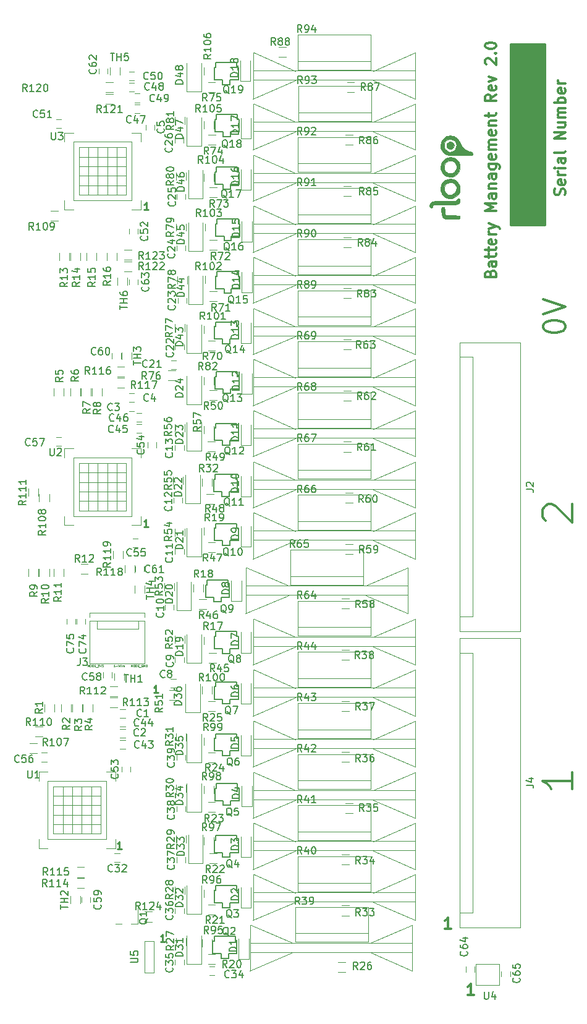
<source format=gbr>
G04 #@! TF.FileFunction,Legend,Top*
%FSLAX46Y46*%
G04 Gerber Fmt 4.6, Leading zero omitted, Abs format (unit mm)*
G04 Created by KiCad (PCBNEW 4.0.6) date 07/17/17 17:26:29*
%MOMM*%
%LPD*%
G01*
G04 APERTURE LIST*
%ADD10C,0.100000*%
%ADD11C,0.300000*%
%ADD12C,0.250000*%
%ADD13C,0.075000*%
%ADD14C,0.120000*%
%ADD15C,0.150000*%
%ADD16C,0.010000*%
%ADD17C,0.254000*%
G04 APERTURE END LIST*
D10*
D11*
X121940476Y-110392857D02*
X121750000Y-110202381D01*
X121559524Y-109821429D01*
X121559524Y-108869048D01*
X121750000Y-108488095D01*
X121940476Y-108297619D01*
X122321429Y-108107143D01*
X122702381Y-108107143D01*
X123273810Y-108297619D01*
X125559524Y-110583333D01*
X125559524Y-108107143D01*
X125559524Y-144857143D02*
X125559524Y-147142857D01*
X125559524Y-146000000D02*
X121559524Y-146000000D01*
X122130952Y-146380952D01*
X122511905Y-146761905D01*
X122702381Y-147142857D01*
D12*
X68835715Y-133902381D02*
X68264286Y-133902381D01*
X68550000Y-133902381D02*
X68550000Y-132902381D01*
X68454762Y-133045238D01*
X68359524Y-133140476D01*
X68264286Y-133188095D01*
D11*
X108978572Y-166228571D02*
X108121429Y-166228571D01*
X108550001Y-166228571D02*
X108550001Y-164728571D01*
X108407144Y-164942857D01*
X108264286Y-165085714D01*
X108121429Y-165157143D01*
X112128572Y-175278571D02*
X111271429Y-175278571D01*
X111700001Y-175278571D02*
X111700001Y-173778571D01*
X111557144Y-173992857D01*
X111414286Y-174135714D01*
X111271429Y-174207143D01*
D12*
X69785715Y-168002381D02*
X69214286Y-168002381D01*
X69500000Y-168002381D02*
X69500000Y-167002381D01*
X69404762Y-167145238D01*
X69309524Y-167240476D01*
X69214286Y-167288095D01*
X63835715Y-155302381D02*
X63264286Y-155302381D01*
X63550000Y-155302381D02*
X63550000Y-154302381D01*
X63454762Y-154445238D01*
X63359524Y-154540476D01*
X63264286Y-154588095D01*
X67485715Y-111202381D02*
X66914286Y-111202381D01*
X67200000Y-111202381D02*
X67200000Y-110202381D01*
X67104762Y-110345238D01*
X67009524Y-110440476D01*
X66914286Y-110488095D01*
X67535715Y-67802381D02*
X66964286Y-67802381D01*
X67250000Y-67802381D02*
X67250000Y-66802381D01*
X67154762Y-66945238D01*
X67059524Y-67040476D01*
X66964286Y-67088095D01*
D13*
X62935714Y-130385714D02*
X62764286Y-130385714D01*
X62850000Y-130385714D02*
X62850000Y-130085714D01*
X62821429Y-130128571D01*
X62792857Y-130157143D01*
X62764286Y-130171429D01*
X63064286Y-130271429D02*
X63292857Y-130271429D01*
X63407143Y-130085714D02*
X63478572Y-130385714D01*
X63535715Y-130171429D01*
X63592857Y-130385714D01*
X63664286Y-130085714D01*
X63778572Y-130385714D02*
X63778572Y-130185714D01*
X63778572Y-130085714D02*
X63764286Y-130100000D01*
X63778572Y-130114286D01*
X63792857Y-130100000D01*
X63778572Y-130085714D01*
X63778572Y-130114286D01*
X63921429Y-130385714D02*
X63921429Y-130185714D01*
X63921429Y-130242857D02*
X63935714Y-130214286D01*
X63950000Y-130200000D01*
X63978571Y-130185714D01*
X64007143Y-130185714D01*
X64221428Y-130371429D02*
X64192857Y-130385714D01*
X64135714Y-130385714D01*
X64107143Y-130371429D01*
X64092857Y-130342857D01*
X64092857Y-130228571D01*
X64107143Y-130200000D01*
X64135714Y-130185714D01*
X64192857Y-130185714D01*
X64221428Y-130200000D01*
X64235714Y-130228571D01*
X64235714Y-130257143D01*
X64092857Y-130285714D01*
X59192858Y-130385714D02*
X59192858Y-130085714D01*
X59364286Y-130385714D01*
X59364286Y-130085714D01*
X59564286Y-130085714D02*
X59621429Y-130085714D01*
X59650001Y-130100000D01*
X59678572Y-130128571D01*
X59692858Y-130185714D01*
X59692858Y-130285714D01*
X59678572Y-130342857D01*
X59650001Y-130371429D01*
X59621429Y-130385714D01*
X59564286Y-130385714D01*
X59535715Y-130371429D01*
X59507144Y-130342857D01*
X59492858Y-130285714D01*
X59492858Y-130185714D01*
X59507144Y-130128571D01*
X59535715Y-130100000D01*
X59564286Y-130085714D01*
X59821430Y-130385714D02*
X59821430Y-130085714D01*
X59892858Y-130085714D01*
X59935715Y-130100000D01*
X59964287Y-130128571D01*
X59978572Y-130157143D01*
X59992858Y-130214286D01*
X59992858Y-130257143D01*
X59978572Y-130314286D01*
X59964287Y-130342857D01*
X59935715Y-130371429D01*
X59892858Y-130385714D01*
X59821430Y-130385714D01*
X60121430Y-130228571D02*
X60221430Y-130228571D01*
X60264287Y-130385714D02*
X60121430Y-130385714D01*
X60121430Y-130085714D01*
X60264287Y-130085714D01*
X60321430Y-130414286D02*
X60550001Y-130414286D01*
X60592858Y-130085714D02*
X60778572Y-130085714D01*
X60678572Y-130200000D01*
X60721430Y-130200000D01*
X60750001Y-130214286D01*
X60764287Y-130228571D01*
X60778572Y-130257143D01*
X60778572Y-130328571D01*
X60764287Y-130357143D01*
X60750001Y-130371429D01*
X60721430Y-130385714D01*
X60635715Y-130385714D01*
X60607144Y-130371429D01*
X60592858Y-130357143D01*
X60864286Y-130085714D02*
X60964286Y-130385714D01*
X61064286Y-130085714D01*
X61135715Y-130085714D02*
X61321429Y-130085714D01*
X61221429Y-130200000D01*
X61264287Y-130200000D01*
X61292858Y-130214286D01*
X61307144Y-130228571D01*
X61321429Y-130257143D01*
X61321429Y-130328571D01*
X61307144Y-130357143D01*
X61292858Y-130371429D01*
X61264287Y-130385714D01*
X61178572Y-130385714D01*
X61150001Y-130371429D01*
X61135715Y-130357143D01*
X65150000Y-130385714D02*
X65150000Y-130085714D01*
X65321428Y-130385714D01*
X65321428Y-130085714D01*
X65521428Y-130085714D02*
X65578571Y-130085714D01*
X65607143Y-130100000D01*
X65635714Y-130128571D01*
X65650000Y-130185714D01*
X65650000Y-130285714D01*
X65635714Y-130342857D01*
X65607143Y-130371429D01*
X65578571Y-130385714D01*
X65521428Y-130385714D01*
X65492857Y-130371429D01*
X65464286Y-130342857D01*
X65450000Y-130285714D01*
X65450000Y-130185714D01*
X65464286Y-130128571D01*
X65492857Y-130100000D01*
X65521428Y-130085714D01*
X65778572Y-130385714D02*
X65778572Y-130085714D01*
X65850000Y-130085714D01*
X65892857Y-130100000D01*
X65921429Y-130128571D01*
X65935714Y-130157143D01*
X65950000Y-130214286D01*
X65950000Y-130257143D01*
X65935714Y-130314286D01*
X65921429Y-130342857D01*
X65892857Y-130371429D01*
X65850000Y-130385714D01*
X65778572Y-130385714D01*
X66078572Y-130228571D02*
X66178572Y-130228571D01*
X66221429Y-130385714D02*
X66078572Y-130385714D01*
X66078572Y-130085714D01*
X66221429Y-130085714D01*
X66278572Y-130414286D02*
X66507143Y-130414286D01*
X66735714Y-130100000D02*
X66707143Y-130085714D01*
X66664286Y-130085714D01*
X66621429Y-130100000D01*
X66592857Y-130128571D01*
X66578572Y-130157143D01*
X66564286Y-130214286D01*
X66564286Y-130257143D01*
X66578572Y-130314286D01*
X66592857Y-130342857D01*
X66621429Y-130371429D01*
X66664286Y-130385714D01*
X66692857Y-130385714D01*
X66735714Y-130371429D01*
X66750000Y-130357143D01*
X66750000Y-130257143D01*
X66692857Y-130257143D01*
X66878572Y-130385714D02*
X66878572Y-130085714D01*
X67050000Y-130385714D01*
X67050000Y-130085714D01*
X67192858Y-130385714D02*
X67192858Y-130085714D01*
X67264286Y-130085714D01*
X67307143Y-130100000D01*
X67335715Y-130128571D01*
X67350000Y-130157143D01*
X67364286Y-130214286D01*
X67364286Y-130257143D01*
X67350000Y-130314286D01*
X67335715Y-130342857D01*
X67307143Y-130371429D01*
X67264286Y-130385714D01*
X67192858Y-130385714D01*
D11*
X124607143Y-65785714D02*
X124678571Y-65571428D01*
X124678571Y-65214285D01*
X124607143Y-65071428D01*
X124535714Y-64999999D01*
X124392857Y-64928571D01*
X124250000Y-64928571D01*
X124107143Y-64999999D01*
X124035714Y-65071428D01*
X123964286Y-65214285D01*
X123892857Y-65499999D01*
X123821429Y-65642857D01*
X123750000Y-65714285D01*
X123607143Y-65785714D01*
X123464286Y-65785714D01*
X123321429Y-65714285D01*
X123250000Y-65642857D01*
X123178571Y-65499999D01*
X123178571Y-65142857D01*
X123250000Y-64928571D01*
X124607143Y-63714286D02*
X124678571Y-63857143D01*
X124678571Y-64142857D01*
X124607143Y-64285714D01*
X124464286Y-64357143D01*
X123892857Y-64357143D01*
X123750000Y-64285714D01*
X123678571Y-64142857D01*
X123678571Y-63857143D01*
X123750000Y-63714286D01*
X123892857Y-63642857D01*
X124035714Y-63642857D01*
X124178571Y-64357143D01*
X124678571Y-63000000D02*
X123678571Y-63000000D01*
X123964286Y-63000000D02*
X123821429Y-62928572D01*
X123750000Y-62857143D01*
X123678571Y-62714286D01*
X123678571Y-62571429D01*
X124678571Y-62071429D02*
X123678571Y-62071429D01*
X123178571Y-62071429D02*
X123250000Y-62142858D01*
X123321429Y-62071429D01*
X123250000Y-62000001D01*
X123178571Y-62071429D01*
X123321429Y-62071429D01*
X124678571Y-60714286D02*
X123892857Y-60714286D01*
X123750000Y-60785715D01*
X123678571Y-60928572D01*
X123678571Y-61214286D01*
X123750000Y-61357143D01*
X124607143Y-60714286D02*
X124678571Y-60857143D01*
X124678571Y-61214286D01*
X124607143Y-61357143D01*
X124464286Y-61428572D01*
X124321429Y-61428572D01*
X124178571Y-61357143D01*
X124107143Y-61214286D01*
X124107143Y-60857143D01*
X124035714Y-60714286D01*
X124678571Y-59785714D02*
X124607143Y-59928572D01*
X124464286Y-60000000D01*
X123178571Y-60000000D01*
X124678571Y-58071429D02*
X123178571Y-58071429D01*
X124678571Y-57214286D01*
X123178571Y-57214286D01*
X123678571Y-55857143D02*
X124678571Y-55857143D01*
X123678571Y-56500000D02*
X124464286Y-56500000D01*
X124607143Y-56428572D01*
X124678571Y-56285714D01*
X124678571Y-56071429D01*
X124607143Y-55928572D01*
X124535714Y-55857143D01*
X124678571Y-55142857D02*
X123678571Y-55142857D01*
X123821429Y-55142857D02*
X123750000Y-55071429D01*
X123678571Y-54928571D01*
X123678571Y-54714286D01*
X123750000Y-54571429D01*
X123892857Y-54500000D01*
X124678571Y-54500000D01*
X123892857Y-54500000D02*
X123750000Y-54428571D01*
X123678571Y-54285714D01*
X123678571Y-54071429D01*
X123750000Y-53928571D01*
X123892857Y-53857143D01*
X124678571Y-53857143D01*
X124678571Y-53142857D02*
X123178571Y-53142857D01*
X123750000Y-53142857D02*
X123678571Y-53000000D01*
X123678571Y-52714286D01*
X123750000Y-52571429D01*
X123821429Y-52500000D01*
X123964286Y-52428571D01*
X124392857Y-52428571D01*
X124535714Y-52500000D01*
X124607143Y-52571429D01*
X124678571Y-52714286D01*
X124678571Y-53000000D01*
X124607143Y-53142857D01*
X124607143Y-51214286D02*
X124678571Y-51357143D01*
X124678571Y-51642857D01*
X124607143Y-51785714D01*
X124464286Y-51857143D01*
X123892857Y-51857143D01*
X123750000Y-51785714D01*
X123678571Y-51642857D01*
X123678571Y-51357143D01*
X123750000Y-51214286D01*
X123892857Y-51142857D01*
X124035714Y-51142857D01*
X124178571Y-51857143D01*
X124678571Y-50500000D02*
X123678571Y-50500000D01*
X123964286Y-50500000D02*
X123821429Y-50428572D01*
X123750000Y-50357143D01*
X123678571Y-50214286D01*
X123678571Y-50071429D01*
X121657143Y-83928572D02*
X121657143Y-83642857D01*
X121800000Y-83357143D01*
X121942857Y-83214286D01*
X122228571Y-83071429D01*
X122800000Y-82928572D01*
X123514286Y-82928572D01*
X124085714Y-83071429D01*
X124371429Y-83214286D01*
X124514286Y-83357143D01*
X124657143Y-83642857D01*
X124657143Y-83928572D01*
X124514286Y-84214286D01*
X124371429Y-84357143D01*
X124085714Y-84500000D01*
X123514286Y-84642857D01*
X122800000Y-84642857D01*
X122228571Y-84500000D01*
X121942857Y-84357143D01*
X121800000Y-84214286D01*
X121657143Y-83928572D01*
X121657143Y-82071429D02*
X124657143Y-81071429D01*
X121657143Y-80071429D01*
X114392857Y-76535713D02*
X114464286Y-76321427D01*
X114535714Y-76249999D01*
X114678571Y-76178570D01*
X114892857Y-76178570D01*
X115035714Y-76249999D01*
X115107143Y-76321427D01*
X115178571Y-76464285D01*
X115178571Y-77035713D01*
X113678571Y-77035713D01*
X113678571Y-76535713D01*
X113750000Y-76392856D01*
X113821429Y-76321427D01*
X113964286Y-76249999D01*
X114107143Y-76249999D01*
X114250000Y-76321427D01*
X114321429Y-76392856D01*
X114392857Y-76535713D01*
X114392857Y-77035713D01*
X115178571Y-74892856D02*
X114392857Y-74892856D01*
X114250000Y-74964285D01*
X114178571Y-75107142D01*
X114178571Y-75392856D01*
X114250000Y-75535713D01*
X115107143Y-74892856D02*
X115178571Y-75035713D01*
X115178571Y-75392856D01*
X115107143Y-75535713D01*
X114964286Y-75607142D01*
X114821429Y-75607142D01*
X114678571Y-75535713D01*
X114607143Y-75392856D01*
X114607143Y-75035713D01*
X114535714Y-74892856D01*
X114178571Y-74392856D02*
X114178571Y-73821427D01*
X113678571Y-74178570D02*
X114964286Y-74178570D01*
X115107143Y-74107142D01*
X115178571Y-73964284D01*
X115178571Y-73821427D01*
X114178571Y-73535713D02*
X114178571Y-72964284D01*
X113678571Y-73321427D02*
X114964286Y-73321427D01*
X115107143Y-73249999D01*
X115178571Y-73107141D01*
X115178571Y-72964284D01*
X115107143Y-71892856D02*
X115178571Y-72035713D01*
X115178571Y-72321427D01*
X115107143Y-72464284D01*
X114964286Y-72535713D01*
X114392857Y-72535713D01*
X114250000Y-72464284D01*
X114178571Y-72321427D01*
X114178571Y-72035713D01*
X114250000Y-71892856D01*
X114392857Y-71821427D01*
X114535714Y-71821427D01*
X114678571Y-72535713D01*
X115178571Y-71178570D02*
X114178571Y-71178570D01*
X114464286Y-71178570D02*
X114321429Y-71107142D01*
X114250000Y-71035713D01*
X114178571Y-70892856D01*
X114178571Y-70749999D01*
X114178571Y-70392856D02*
X115178571Y-70035713D01*
X114178571Y-69678571D02*
X115178571Y-70035713D01*
X115535714Y-70178571D01*
X115607143Y-70249999D01*
X115678571Y-70392856D01*
X115178571Y-67964285D02*
X113678571Y-67964285D01*
X114750000Y-67464285D01*
X113678571Y-66964285D01*
X115178571Y-66964285D01*
X115178571Y-65607142D02*
X114392857Y-65607142D01*
X114250000Y-65678571D01*
X114178571Y-65821428D01*
X114178571Y-66107142D01*
X114250000Y-66249999D01*
X115107143Y-65607142D02*
X115178571Y-65749999D01*
X115178571Y-66107142D01*
X115107143Y-66249999D01*
X114964286Y-66321428D01*
X114821429Y-66321428D01*
X114678571Y-66249999D01*
X114607143Y-66107142D01*
X114607143Y-65749999D01*
X114535714Y-65607142D01*
X114178571Y-64892856D02*
X115178571Y-64892856D01*
X114321429Y-64892856D02*
X114250000Y-64821428D01*
X114178571Y-64678570D01*
X114178571Y-64464285D01*
X114250000Y-64321428D01*
X114392857Y-64249999D01*
X115178571Y-64249999D01*
X115178571Y-62892856D02*
X114392857Y-62892856D01*
X114250000Y-62964285D01*
X114178571Y-63107142D01*
X114178571Y-63392856D01*
X114250000Y-63535713D01*
X115107143Y-62892856D02*
X115178571Y-63035713D01*
X115178571Y-63392856D01*
X115107143Y-63535713D01*
X114964286Y-63607142D01*
X114821429Y-63607142D01*
X114678571Y-63535713D01*
X114607143Y-63392856D01*
X114607143Y-63035713D01*
X114535714Y-62892856D01*
X114178571Y-61535713D02*
X115392857Y-61535713D01*
X115535714Y-61607142D01*
X115607143Y-61678570D01*
X115678571Y-61821427D01*
X115678571Y-62035713D01*
X115607143Y-62178570D01*
X115107143Y-61535713D02*
X115178571Y-61678570D01*
X115178571Y-61964284D01*
X115107143Y-62107142D01*
X115035714Y-62178570D01*
X114892857Y-62249999D01*
X114464286Y-62249999D01*
X114321429Y-62178570D01*
X114250000Y-62107142D01*
X114178571Y-61964284D01*
X114178571Y-61678570D01*
X114250000Y-61535713D01*
X115107143Y-60249999D02*
X115178571Y-60392856D01*
X115178571Y-60678570D01*
X115107143Y-60821427D01*
X114964286Y-60892856D01*
X114392857Y-60892856D01*
X114250000Y-60821427D01*
X114178571Y-60678570D01*
X114178571Y-60392856D01*
X114250000Y-60249999D01*
X114392857Y-60178570D01*
X114535714Y-60178570D01*
X114678571Y-60892856D01*
X115178571Y-59535713D02*
X114178571Y-59535713D01*
X114321429Y-59535713D02*
X114250000Y-59464285D01*
X114178571Y-59321427D01*
X114178571Y-59107142D01*
X114250000Y-58964285D01*
X114392857Y-58892856D01*
X115178571Y-58892856D01*
X114392857Y-58892856D02*
X114250000Y-58821427D01*
X114178571Y-58678570D01*
X114178571Y-58464285D01*
X114250000Y-58321427D01*
X114392857Y-58249999D01*
X115178571Y-58249999D01*
X115107143Y-56964285D02*
X115178571Y-57107142D01*
X115178571Y-57392856D01*
X115107143Y-57535713D01*
X114964286Y-57607142D01*
X114392857Y-57607142D01*
X114250000Y-57535713D01*
X114178571Y-57392856D01*
X114178571Y-57107142D01*
X114250000Y-56964285D01*
X114392857Y-56892856D01*
X114535714Y-56892856D01*
X114678571Y-57607142D01*
X114178571Y-56249999D02*
X115178571Y-56249999D01*
X114321429Y-56249999D02*
X114250000Y-56178571D01*
X114178571Y-56035713D01*
X114178571Y-55821428D01*
X114250000Y-55678571D01*
X114392857Y-55607142D01*
X115178571Y-55607142D01*
X114178571Y-55107142D02*
X114178571Y-54535713D01*
X113678571Y-54892856D02*
X114964286Y-54892856D01*
X115107143Y-54821428D01*
X115178571Y-54678570D01*
X115178571Y-54535713D01*
X115178571Y-52035713D02*
X114464286Y-52535713D01*
X115178571Y-52892856D02*
X113678571Y-52892856D01*
X113678571Y-52321428D01*
X113750000Y-52178570D01*
X113821429Y-52107142D01*
X113964286Y-52035713D01*
X114178571Y-52035713D01*
X114321429Y-52107142D01*
X114392857Y-52178570D01*
X114464286Y-52321428D01*
X114464286Y-52892856D01*
X115107143Y-50821428D02*
X115178571Y-50964285D01*
X115178571Y-51249999D01*
X115107143Y-51392856D01*
X114964286Y-51464285D01*
X114392857Y-51464285D01*
X114250000Y-51392856D01*
X114178571Y-51249999D01*
X114178571Y-50964285D01*
X114250000Y-50821428D01*
X114392857Y-50749999D01*
X114535714Y-50749999D01*
X114678571Y-51464285D01*
X114178571Y-50249999D02*
X115178571Y-49892856D01*
X114178571Y-49535714D01*
X113821429Y-47892857D02*
X113750000Y-47821428D01*
X113678571Y-47678571D01*
X113678571Y-47321428D01*
X113750000Y-47178571D01*
X113821429Y-47107142D01*
X113964286Y-47035714D01*
X114107143Y-47035714D01*
X114321429Y-47107142D01*
X115178571Y-47964285D01*
X115178571Y-47035714D01*
X115035714Y-46392857D02*
X115107143Y-46321429D01*
X115178571Y-46392857D01*
X115107143Y-46464286D01*
X115035714Y-46392857D01*
X115178571Y-46392857D01*
X113678571Y-45392857D02*
X113678571Y-45250000D01*
X113750000Y-45107143D01*
X113821429Y-45035714D01*
X113964286Y-44964285D01*
X114250000Y-44892857D01*
X114607143Y-44892857D01*
X114892857Y-44964285D01*
X115035714Y-45035714D01*
X115107143Y-45107143D01*
X115178571Y-45250000D01*
X115178571Y-45392857D01*
X115107143Y-45535714D01*
X115035714Y-45607143D01*
X114892857Y-45678571D01*
X114607143Y-45750000D01*
X114250000Y-45750000D01*
X113964286Y-45678571D01*
X113821429Y-45607143D01*
X113750000Y-45535714D01*
X113678571Y-45392857D01*
D10*
X54500000Y-148050000D02*
X61000000Y-148050000D01*
X61000000Y-149350000D02*
X54500000Y-149350000D01*
X59700000Y-153250000D02*
X59700000Y-146750000D01*
X58400000Y-146750000D02*
X58400000Y-153250000D01*
X57100000Y-153250000D02*
X57100000Y-146750000D01*
X55800000Y-146750000D02*
X55800000Y-153250000D01*
X61000000Y-146750000D02*
X54500000Y-146750000D01*
X54500000Y-146750000D02*
X54500000Y-153250000D01*
X61000000Y-153250000D02*
X61000000Y-146750000D01*
X54500000Y-153250000D02*
X61000000Y-153250000D01*
X61000000Y-151950000D02*
X54500000Y-151950000D01*
X61000000Y-150650000D02*
X54500000Y-150650000D01*
X61750000Y-154000000D02*
X53750000Y-154000000D01*
X53750000Y-154000000D02*
X53750000Y-146000000D01*
X53750000Y-146000000D02*
X61750000Y-146000000D01*
X61750000Y-146000000D02*
X61750000Y-154000000D01*
X61750000Y-155250000D02*
X63000000Y-155250000D01*
X63000000Y-155250000D02*
X63000000Y-154000000D01*
X61750000Y-144750000D02*
X63000000Y-144750000D01*
X63000000Y-144750000D02*
X63000000Y-146000000D01*
X52500000Y-146000000D02*
X52500000Y-144750000D01*
X52500000Y-144750000D02*
X53750000Y-144750000D01*
X52500000Y-154250000D02*
X52500000Y-154000000D01*
X52500000Y-154250000D02*
X52500000Y-155250000D01*
X53750000Y-155250000D02*
X52500000Y-155250000D01*
X112375000Y-171040000D02*
X115625000Y-171040000D01*
X115625000Y-171040000D02*
X115625000Y-173960000D01*
X115625000Y-173960000D02*
X112375000Y-173960000D01*
X112375000Y-173960000D02*
X112375000Y-171040000D01*
D14*
X63630000Y-48300000D02*
X63630000Y-49300000D01*
X62270000Y-49300000D02*
X62270000Y-48300000D01*
X63250000Y-90820000D02*
X64250000Y-90820000D01*
X64250000Y-92180000D02*
X63250000Y-92180000D01*
X71320000Y-70700000D02*
X71320000Y-69700000D01*
X72680000Y-69700000D02*
X72680000Y-70700000D01*
X71320000Y-147500000D02*
X71320000Y-146500000D01*
X72680000Y-146500000D02*
X72680000Y-147500000D01*
D15*
X79650000Y-139550000D02*
X79650000Y-140200000D01*
X79650000Y-140200000D02*
X79850000Y-140200000D01*
X79850000Y-140200000D02*
X79850000Y-141900000D01*
X79850000Y-141900000D02*
X78700000Y-141900000D01*
X78700000Y-141900000D02*
X78700000Y-142550000D01*
X78700000Y-142550000D02*
X77700000Y-142550000D01*
X77700000Y-142550000D02*
X77700000Y-141900000D01*
X77700000Y-141900000D02*
X76550000Y-141900000D01*
X76550000Y-141900000D02*
X76550000Y-140200000D01*
X76550000Y-140200000D02*
X76750000Y-140200000D01*
X76750000Y-140200000D02*
X76750000Y-139550000D01*
X76750000Y-139550000D02*
X79650000Y-139550000D01*
X79850000Y-69050000D02*
X79850000Y-69700000D01*
X79850000Y-69700000D02*
X80050000Y-69700000D01*
X80050000Y-69700000D02*
X80050000Y-71400000D01*
X80050000Y-71400000D02*
X78900000Y-71400000D01*
X78900000Y-71400000D02*
X78900000Y-72050000D01*
X78900000Y-72050000D02*
X77900000Y-72050000D01*
X77900000Y-72050000D02*
X77900000Y-71400000D01*
X77900000Y-71400000D02*
X76750000Y-71400000D01*
X76750000Y-71400000D02*
X76750000Y-69700000D01*
X76750000Y-69700000D02*
X76950000Y-69700000D01*
X76950000Y-69700000D02*
X76950000Y-69050000D01*
X76950000Y-69050000D02*
X79850000Y-69050000D01*
X79650000Y-47650000D02*
X79650000Y-48300000D01*
X79650000Y-48300000D02*
X79850000Y-48300000D01*
X79850000Y-48300000D02*
X79850000Y-50000000D01*
X79850000Y-50000000D02*
X78700000Y-50000000D01*
X78700000Y-50000000D02*
X78700000Y-50650000D01*
X78700000Y-50650000D02*
X77700000Y-50650000D01*
X77700000Y-50650000D02*
X77700000Y-50000000D01*
X77700000Y-50000000D02*
X76550000Y-50000000D01*
X76550000Y-50000000D02*
X76550000Y-48300000D01*
X76550000Y-48300000D02*
X76750000Y-48300000D01*
X76750000Y-48300000D02*
X76750000Y-47650000D01*
X76750000Y-47650000D02*
X79650000Y-47650000D01*
X79750000Y-54750000D02*
X79750000Y-55400000D01*
X79750000Y-55400000D02*
X79950000Y-55400000D01*
X79950000Y-55400000D02*
X79950000Y-57100000D01*
X79950000Y-57100000D02*
X78800000Y-57100000D01*
X78800000Y-57100000D02*
X78800000Y-57750000D01*
X78800000Y-57750000D02*
X77800000Y-57750000D01*
X77800000Y-57750000D02*
X77800000Y-57100000D01*
X77800000Y-57100000D02*
X76650000Y-57100000D01*
X76650000Y-57100000D02*
X76650000Y-55400000D01*
X76650000Y-55400000D02*
X76850000Y-55400000D01*
X76850000Y-55400000D02*
X76850000Y-54750000D01*
X76850000Y-54750000D02*
X79750000Y-54750000D01*
D14*
X71120000Y-56100000D02*
X71120000Y-55100000D01*
X72480000Y-55100000D02*
X72480000Y-56100000D01*
D10*
X97300000Y-119300000D02*
X103100000Y-116800000D01*
X103100000Y-116800000D02*
X103100000Y-123100000D01*
X103100000Y-123100000D02*
X97300000Y-120600000D01*
X86700000Y-120600000D02*
X80800000Y-123100000D01*
X81000000Y-116800000D02*
X86700000Y-119300000D01*
X80900000Y-116800000D02*
X80900000Y-123100000D01*
X103110000Y-119265000D02*
X80890000Y-119265000D01*
X80890000Y-119265000D02*
X80890000Y-120535000D01*
X80890000Y-120535000D02*
X103110000Y-120535000D01*
X103110000Y-120535000D02*
X103110000Y-119265000D01*
D14*
X64350000Y-137350000D02*
X63650000Y-137350000D01*
X63650000Y-136150000D02*
X64350000Y-136150000D01*
X63650000Y-138900000D02*
X64350000Y-138900000D01*
X64350000Y-140100000D02*
X63650000Y-140100000D01*
X68350000Y-56150000D02*
X68350000Y-56850000D01*
X67150000Y-56850000D02*
X67150000Y-56150000D01*
X70600000Y-132050000D02*
X71300000Y-132050000D01*
X71300000Y-133250000D02*
X70600000Y-133250000D01*
X72400000Y-129050000D02*
X72400000Y-129750000D01*
X71200000Y-129750000D02*
X71200000Y-129050000D01*
X71000000Y-121850000D02*
X71000000Y-122550000D01*
X69800000Y-122550000D02*
X69800000Y-121850000D01*
X72400000Y-114250000D02*
X72400000Y-114950000D01*
X71200000Y-114950000D02*
X71200000Y-114250000D01*
X72200000Y-107250000D02*
X72200000Y-107950000D01*
X71000000Y-107950000D02*
X71000000Y-107250000D01*
X72400000Y-100050000D02*
X72400000Y-100750000D01*
X71200000Y-100750000D02*
X71200000Y-100050000D01*
X70650000Y-88400000D02*
X71350000Y-88400000D01*
X71350000Y-89600000D02*
X70650000Y-89600000D01*
X72400000Y-86250000D02*
X72400000Y-86950000D01*
X71200000Y-86950000D02*
X71200000Y-86250000D01*
X72800000Y-79850000D02*
X72800000Y-80550000D01*
X71600000Y-80550000D02*
X71600000Y-79850000D01*
X72600000Y-72650000D02*
X72600000Y-73350000D01*
X71400000Y-73350000D02*
X71400000Y-72650000D01*
X72600000Y-65650000D02*
X72600000Y-66350000D01*
X71400000Y-66350000D02*
X71400000Y-65650000D01*
X72350000Y-57900000D02*
X72350000Y-58600000D01*
X71150000Y-58600000D02*
X71150000Y-57900000D01*
X63600000Y-157100000D02*
X62900000Y-157100000D01*
X62900000Y-155900000D02*
X63600000Y-155900000D01*
X76600000Y-172600000D02*
X75900000Y-172600000D01*
X75900000Y-171400000D02*
X76600000Y-171400000D01*
X72400000Y-170450000D02*
X72400000Y-171150000D01*
X71200000Y-171150000D02*
X71200000Y-170450000D01*
X72400000Y-163450000D02*
X72400000Y-164150000D01*
X71200000Y-164150000D02*
X71200000Y-163450000D01*
X72600000Y-156450000D02*
X72600000Y-157150000D01*
X71400000Y-157150000D02*
X71400000Y-156450000D01*
X72600000Y-149450000D02*
X72600000Y-150150000D01*
X71400000Y-150150000D02*
X71400000Y-149450000D01*
X72600000Y-142450000D02*
X72600000Y-143150000D01*
X71400000Y-143150000D02*
X71400000Y-142450000D01*
X54680000Y-135500000D02*
X54680000Y-136500000D01*
X53320000Y-136500000D02*
X53320000Y-135500000D01*
X55570000Y-136500000D02*
X55570000Y-135500000D01*
X56930000Y-135500000D02*
X56930000Y-136500000D01*
X58430000Y-135500000D02*
X58430000Y-136500000D01*
X57070000Y-136500000D02*
X57070000Y-135500000D01*
X59930000Y-135500000D02*
X59930000Y-136500000D01*
X58570000Y-136500000D02*
X58570000Y-135500000D01*
X54570000Y-93250000D02*
X54570000Y-92250000D01*
X55930000Y-92250000D02*
X55930000Y-93250000D01*
X56820000Y-93250000D02*
X56820000Y-92250000D01*
X58180000Y-92250000D02*
X58180000Y-93250000D01*
X58320000Y-93250000D02*
X58320000Y-92250000D01*
X59680000Y-92250000D02*
X59680000Y-93250000D01*
X59820000Y-93250000D02*
X59820000Y-92250000D01*
X61180000Y-92250000D02*
X61180000Y-93250000D01*
X52430000Y-117000000D02*
X52430000Y-118000000D01*
X51070000Y-118000000D02*
X51070000Y-117000000D01*
X53930000Y-117000000D02*
X53930000Y-118000000D01*
X52570000Y-118000000D02*
X52570000Y-117000000D01*
X55930000Y-117000000D02*
X55930000Y-118000000D01*
X54570000Y-118000000D02*
X54570000Y-117000000D01*
X59250000Y-117680000D02*
X58250000Y-117680000D01*
X58250000Y-116320000D02*
X59250000Y-116320000D01*
X56680000Y-73750000D02*
X56680000Y-74750000D01*
X55320000Y-74750000D02*
X55320000Y-73750000D01*
X58180000Y-73750000D02*
X58180000Y-74750000D01*
X56820000Y-74750000D02*
X56820000Y-73750000D01*
X60430000Y-73750000D02*
X60430000Y-74750000D01*
X59070000Y-74750000D02*
X59070000Y-73750000D01*
X63180000Y-73750000D02*
X63180000Y-74750000D01*
X61820000Y-74750000D02*
X61820000Y-73750000D01*
X76480000Y-126300000D02*
X76480000Y-127300000D01*
X75120000Y-127300000D02*
X75120000Y-126300000D01*
X75080000Y-119100000D02*
X75080000Y-120100000D01*
X73720000Y-120100000D02*
X73720000Y-119100000D01*
X76480000Y-111300000D02*
X76480000Y-112300000D01*
X75120000Y-112300000D02*
X75120000Y-111300000D01*
X75700000Y-169720000D02*
X76700000Y-169720000D01*
X76700000Y-171080000D02*
X75700000Y-171080000D01*
X75700000Y-162920000D02*
X76700000Y-162920000D01*
X76700000Y-164280000D02*
X75700000Y-164280000D01*
X75900000Y-155920000D02*
X76900000Y-155920000D01*
X76900000Y-157280000D02*
X75900000Y-157280000D01*
X75700000Y-148920000D02*
X76700000Y-148920000D01*
X76700000Y-150280000D02*
X75700000Y-150280000D01*
X75700000Y-142120000D02*
X76700000Y-142120000D01*
X76700000Y-143480000D02*
X75700000Y-143480000D01*
X75700000Y-135120000D02*
X76700000Y-135120000D01*
X76700000Y-136480000D02*
X75700000Y-136480000D01*
X93500000Y-170820000D02*
X94500000Y-170820000D01*
X94500000Y-172180000D02*
X93500000Y-172180000D01*
X71320000Y-168500000D02*
X71320000Y-167500000D01*
X72680000Y-167500000D02*
X72680000Y-168500000D01*
X71120000Y-161500000D02*
X71120000Y-160500000D01*
X72480000Y-160500000D02*
X72480000Y-161500000D01*
X71320000Y-154500000D02*
X71320000Y-153500000D01*
X72680000Y-153500000D02*
X72680000Y-154500000D01*
X71320000Y-140500000D02*
X71320000Y-139500000D01*
X72680000Y-139500000D02*
X72680000Y-140500000D01*
X76280000Y-104650000D02*
X76280000Y-105650000D01*
X74920000Y-105650000D02*
X74920000Y-104650000D01*
X94000000Y-163070000D02*
X95000000Y-163070000D01*
X95000000Y-164430000D02*
X94000000Y-164430000D01*
X94000000Y-156070000D02*
X95000000Y-156070000D01*
X95000000Y-157430000D02*
X94000000Y-157430000D01*
X94500000Y-149070000D02*
X95500000Y-149070000D01*
X95500000Y-150430000D02*
X94500000Y-150430000D01*
X94000000Y-142070000D02*
X95000000Y-142070000D01*
X95000000Y-143430000D02*
X94000000Y-143430000D01*
X94000000Y-135070000D02*
X95000000Y-135070000D01*
X95000000Y-136430000D02*
X94000000Y-136430000D01*
X94000000Y-128070000D02*
X95000000Y-128070000D01*
X95000000Y-129430000D02*
X94000000Y-129430000D01*
X75800000Y-128520000D02*
X76800000Y-128520000D01*
X76800000Y-129880000D02*
X75800000Y-129880000D01*
X74500000Y-121120000D02*
X75500000Y-121120000D01*
X75500000Y-122480000D02*
X74500000Y-122480000D01*
X75700000Y-113320000D02*
X76700000Y-113320000D01*
X76700000Y-114680000D02*
X75700000Y-114680000D01*
X75500000Y-106720000D02*
X76500000Y-106720000D01*
X76500000Y-108080000D02*
X75500000Y-108080000D01*
X75650000Y-99520000D02*
X76650000Y-99520000D01*
X76650000Y-100880000D02*
X75650000Y-100880000D01*
X75900000Y-92520000D02*
X76900000Y-92520000D01*
X76900000Y-93880000D02*
X75900000Y-93880000D01*
X70400000Y-133570000D02*
X71400000Y-133570000D01*
X71400000Y-134930000D02*
X70400000Y-134930000D01*
X71120000Y-127100000D02*
X71120000Y-126100000D01*
X72480000Y-126100000D02*
X72480000Y-127100000D01*
X69720000Y-119900000D02*
X69720000Y-118900000D01*
X71080000Y-118900000D02*
X71080000Y-119900000D01*
X71120000Y-112450000D02*
X71120000Y-111450000D01*
X72480000Y-111450000D02*
X72480000Y-112450000D01*
X70920000Y-105350000D02*
X70920000Y-104350000D01*
X72280000Y-104350000D02*
X72280000Y-105350000D01*
X71120000Y-98150000D02*
X71120000Y-97150000D01*
X72480000Y-97150000D02*
X72480000Y-98150000D01*
X76480000Y-97450000D02*
X76480000Y-98450000D01*
X75120000Y-98450000D02*
X75120000Y-97450000D01*
X94000000Y-121070000D02*
X95000000Y-121070000D01*
X95000000Y-122430000D02*
X94000000Y-122430000D01*
X94500000Y-113570000D02*
X95500000Y-113570000D01*
X95500000Y-114930000D02*
X94500000Y-114930000D01*
X94500000Y-106570000D02*
X95500000Y-106570000D01*
X95500000Y-107930000D02*
X94500000Y-107930000D01*
X94250000Y-99570000D02*
X95250000Y-99570000D01*
X95250000Y-100930000D02*
X94250000Y-100930000D01*
X94250000Y-92570000D02*
X95250000Y-92570000D01*
X95250000Y-93930000D02*
X94250000Y-93930000D01*
X94250000Y-85570000D02*
X95250000Y-85570000D01*
X95250000Y-86930000D02*
X94250000Y-86930000D01*
X75700000Y-85720000D02*
X76700000Y-85720000D01*
X76700000Y-87080000D02*
X75700000Y-87080000D01*
X75900000Y-78920000D02*
X76900000Y-78920000D01*
X76900000Y-80280000D02*
X75900000Y-80280000D01*
X75900000Y-71920000D02*
X76900000Y-71920000D01*
X76900000Y-73280000D02*
X75900000Y-73280000D01*
X75900000Y-64720000D02*
X76900000Y-64720000D01*
X76900000Y-66080000D02*
X75900000Y-66080000D01*
X75750000Y-57520000D02*
X76750000Y-57520000D01*
X76750000Y-58880000D02*
X75750000Y-58880000D01*
X75700000Y-50320000D02*
X76700000Y-50320000D01*
X76700000Y-51680000D02*
X75700000Y-51680000D01*
X70250000Y-89820000D02*
X71250000Y-89820000D01*
X71250000Y-91180000D02*
X70250000Y-91180000D01*
X71120000Y-84450000D02*
X71120000Y-83450000D01*
X72480000Y-83450000D02*
X72480000Y-84450000D01*
X71520000Y-77900000D02*
X71520000Y-76900000D01*
X72880000Y-76900000D02*
X72880000Y-77900000D01*
X71320000Y-63700000D02*
X71320000Y-62700000D01*
X72680000Y-62700000D02*
X72680000Y-63700000D01*
X76480000Y-90700000D02*
X76480000Y-91700000D01*
X75120000Y-91700000D02*
X75120000Y-90700000D01*
X94250000Y-78570000D02*
X95250000Y-78570000D01*
X95250000Y-79930000D02*
X94250000Y-79930000D01*
X94250000Y-71570000D02*
X95250000Y-71570000D01*
X95250000Y-72930000D02*
X94250000Y-72930000D01*
X94250000Y-64570000D02*
X95250000Y-64570000D01*
X95250000Y-65930000D02*
X94250000Y-65930000D01*
X94500000Y-57570000D02*
X95500000Y-57570000D01*
X95500000Y-58930000D02*
X94500000Y-58930000D01*
X94750000Y-50320000D02*
X95750000Y-50320000D01*
X95750000Y-51680000D02*
X94750000Y-51680000D01*
X85400000Y-45520000D02*
X86400000Y-45520000D01*
X86400000Y-46880000D02*
X85400000Y-46880000D01*
X76280000Y-167700000D02*
X76280000Y-168700000D01*
X74920000Y-168700000D02*
X74920000Y-167700000D01*
D15*
X79850000Y-76250000D02*
X79850000Y-76900000D01*
X79850000Y-76900000D02*
X80050000Y-76900000D01*
X80050000Y-76900000D02*
X80050000Y-78600000D01*
X80050000Y-78600000D02*
X78900000Y-78600000D01*
X78900000Y-78600000D02*
X78900000Y-79250000D01*
X78900000Y-79250000D02*
X77900000Y-79250000D01*
X77900000Y-79250000D02*
X77900000Y-78600000D01*
X77900000Y-78600000D02*
X76750000Y-78600000D01*
X76750000Y-78600000D02*
X76750000Y-76900000D01*
X76750000Y-76900000D02*
X76950000Y-76900000D01*
X76950000Y-76900000D02*
X76950000Y-76250000D01*
X76950000Y-76250000D02*
X79850000Y-76250000D01*
X79650000Y-83150000D02*
X79650000Y-83800000D01*
X79650000Y-83800000D02*
X79850000Y-83800000D01*
X79850000Y-83800000D02*
X79850000Y-85500000D01*
X79850000Y-85500000D02*
X78700000Y-85500000D01*
X78700000Y-85500000D02*
X78700000Y-86150000D01*
X78700000Y-86150000D02*
X77700000Y-86150000D01*
X77700000Y-86150000D02*
X77700000Y-85500000D01*
X77700000Y-85500000D02*
X76550000Y-85500000D01*
X76550000Y-85500000D02*
X76550000Y-83800000D01*
X76550000Y-83800000D02*
X76750000Y-83800000D01*
X76750000Y-83800000D02*
X76750000Y-83150000D01*
X76750000Y-83150000D02*
X79650000Y-83150000D01*
X79750000Y-89950000D02*
X79750000Y-90600000D01*
X79750000Y-90600000D02*
X79950000Y-90600000D01*
X79950000Y-90600000D02*
X79950000Y-92300000D01*
X79950000Y-92300000D02*
X78800000Y-92300000D01*
X78800000Y-92300000D02*
X78800000Y-92950000D01*
X78800000Y-92950000D02*
X77800000Y-92950000D01*
X77800000Y-92950000D02*
X77800000Y-92300000D01*
X77800000Y-92300000D02*
X76650000Y-92300000D01*
X76650000Y-92300000D02*
X76650000Y-90600000D01*
X76650000Y-90600000D02*
X76850000Y-90600000D01*
X76850000Y-90600000D02*
X76850000Y-89950000D01*
X76850000Y-89950000D02*
X79750000Y-89950000D01*
X79650000Y-97050000D02*
X79650000Y-97700000D01*
X79650000Y-97700000D02*
X79850000Y-97700000D01*
X79850000Y-97700000D02*
X79850000Y-99400000D01*
X79850000Y-99400000D02*
X78700000Y-99400000D01*
X78700000Y-99400000D02*
X78700000Y-100050000D01*
X78700000Y-100050000D02*
X77700000Y-100050000D01*
X77700000Y-100050000D02*
X77700000Y-99400000D01*
X77700000Y-99400000D02*
X76550000Y-99400000D01*
X76550000Y-99400000D02*
X76550000Y-97700000D01*
X76550000Y-97700000D02*
X76750000Y-97700000D01*
X76750000Y-97700000D02*
X76750000Y-97050000D01*
X76750000Y-97050000D02*
X79650000Y-97050000D01*
X79550000Y-104050000D02*
X79550000Y-104700000D01*
X79550000Y-104700000D02*
X79750000Y-104700000D01*
X79750000Y-104700000D02*
X79750000Y-106400000D01*
X79750000Y-106400000D02*
X78600000Y-106400000D01*
X78600000Y-106400000D02*
X78600000Y-107050000D01*
X78600000Y-107050000D02*
X77600000Y-107050000D01*
X77600000Y-107050000D02*
X77600000Y-106400000D01*
X77600000Y-106400000D02*
X76450000Y-106400000D01*
X76450000Y-106400000D02*
X76450000Y-104700000D01*
X76450000Y-104700000D02*
X76650000Y-104700000D01*
X76650000Y-104700000D02*
X76650000Y-104050000D01*
X76650000Y-104050000D02*
X79550000Y-104050000D01*
X79650000Y-110750000D02*
X79650000Y-111400000D01*
X79650000Y-111400000D02*
X79850000Y-111400000D01*
X79850000Y-111400000D02*
X79850000Y-113100000D01*
X79850000Y-113100000D02*
X78700000Y-113100000D01*
X78700000Y-113100000D02*
X78700000Y-113750000D01*
X78700000Y-113750000D02*
X77700000Y-113750000D01*
X77700000Y-113750000D02*
X77700000Y-113100000D01*
X77700000Y-113100000D02*
X76550000Y-113100000D01*
X76550000Y-113100000D02*
X76550000Y-111400000D01*
X76550000Y-111400000D02*
X76750000Y-111400000D01*
X76750000Y-111400000D02*
X76750000Y-110750000D01*
X76750000Y-110750000D02*
X79650000Y-110750000D01*
X78450000Y-118500000D02*
X78450000Y-119150000D01*
X78450000Y-119150000D02*
X78650000Y-119150000D01*
X78650000Y-119150000D02*
X78650000Y-120850000D01*
X78650000Y-120850000D02*
X77500000Y-120850000D01*
X77500000Y-120850000D02*
X77500000Y-121500000D01*
X77500000Y-121500000D02*
X76500000Y-121500000D01*
X76500000Y-121500000D02*
X76500000Y-120850000D01*
X76500000Y-120850000D02*
X75350000Y-120850000D01*
X75350000Y-120850000D02*
X75350000Y-119150000D01*
X75350000Y-119150000D02*
X75550000Y-119150000D01*
X75550000Y-119150000D02*
X75550000Y-118500000D01*
X75550000Y-118500000D02*
X78450000Y-118500000D01*
X79650000Y-125550000D02*
X79650000Y-126200000D01*
X79650000Y-126200000D02*
X79850000Y-126200000D01*
X79850000Y-126200000D02*
X79850000Y-127900000D01*
X79850000Y-127900000D02*
X78700000Y-127900000D01*
X78700000Y-127900000D02*
X78700000Y-128550000D01*
X78700000Y-128550000D02*
X77700000Y-128550000D01*
X77700000Y-128550000D02*
X77700000Y-127900000D01*
X77700000Y-127900000D02*
X76550000Y-127900000D01*
X76550000Y-127900000D02*
X76550000Y-126200000D01*
X76550000Y-126200000D02*
X76750000Y-126200000D01*
X76750000Y-126200000D02*
X76750000Y-125550000D01*
X76750000Y-125550000D02*
X79650000Y-125550000D01*
X79650000Y-132450000D02*
X79650000Y-133100000D01*
X79650000Y-133100000D02*
X79850000Y-133100000D01*
X79850000Y-133100000D02*
X79850000Y-134800000D01*
X79850000Y-134800000D02*
X78700000Y-134800000D01*
X78700000Y-134800000D02*
X78700000Y-135450000D01*
X78700000Y-135450000D02*
X77700000Y-135450000D01*
X77700000Y-135450000D02*
X77700000Y-134800000D01*
X77700000Y-134800000D02*
X76550000Y-134800000D01*
X76550000Y-134800000D02*
X76550000Y-133100000D01*
X76550000Y-133100000D02*
X76750000Y-133100000D01*
X76750000Y-133100000D02*
X76750000Y-132450000D01*
X76750000Y-132450000D02*
X79650000Y-132450000D01*
X79750000Y-146350000D02*
X79750000Y-147000000D01*
X79750000Y-147000000D02*
X79950000Y-147000000D01*
X79950000Y-147000000D02*
X79950000Y-148700000D01*
X79950000Y-148700000D02*
X78800000Y-148700000D01*
X78800000Y-148700000D02*
X78800000Y-149350000D01*
X78800000Y-149350000D02*
X77800000Y-149350000D01*
X77800000Y-149350000D02*
X77800000Y-148700000D01*
X77800000Y-148700000D02*
X76650000Y-148700000D01*
X76650000Y-148700000D02*
X76650000Y-147000000D01*
X76650000Y-147000000D02*
X76850000Y-147000000D01*
X76850000Y-147000000D02*
X76850000Y-146350000D01*
X76850000Y-146350000D02*
X79750000Y-146350000D01*
X79650000Y-153450000D02*
X79650000Y-154100000D01*
X79650000Y-154100000D02*
X79850000Y-154100000D01*
X79850000Y-154100000D02*
X79850000Y-155800000D01*
X79850000Y-155800000D02*
X78700000Y-155800000D01*
X78700000Y-155800000D02*
X78700000Y-156450000D01*
X78700000Y-156450000D02*
X77700000Y-156450000D01*
X77700000Y-156450000D02*
X77700000Y-155800000D01*
X77700000Y-155800000D02*
X76550000Y-155800000D01*
X76550000Y-155800000D02*
X76550000Y-154100000D01*
X76550000Y-154100000D02*
X76750000Y-154100000D01*
X76750000Y-154100000D02*
X76750000Y-153450000D01*
X76750000Y-153450000D02*
X79650000Y-153450000D01*
X79650000Y-160350000D02*
X79650000Y-161000000D01*
X79650000Y-161000000D02*
X79850000Y-161000000D01*
X79850000Y-161000000D02*
X79850000Y-162700000D01*
X79850000Y-162700000D02*
X78700000Y-162700000D01*
X78700000Y-162700000D02*
X78700000Y-163350000D01*
X78700000Y-163350000D02*
X77700000Y-163350000D01*
X77700000Y-163350000D02*
X77700000Y-162700000D01*
X77700000Y-162700000D02*
X76550000Y-162700000D01*
X76550000Y-162700000D02*
X76550000Y-161000000D01*
X76550000Y-161000000D02*
X76750000Y-161000000D01*
X76750000Y-161000000D02*
X76750000Y-160350000D01*
X76750000Y-160350000D02*
X79650000Y-160350000D01*
X79450000Y-167300000D02*
X79450000Y-167950000D01*
X79450000Y-167950000D02*
X79650000Y-167950000D01*
X79650000Y-167950000D02*
X79650000Y-169650000D01*
X79650000Y-169650000D02*
X78500000Y-169650000D01*
X78500000Y-169650000D02*
X78500000Y-170300000D01*
X78500000Y-170300000D02*
X77500000Y-170300000D01*
X77500000Y-170300000D02*
X77500000Y-169650000D01*
X77500000Y-169650000D02*
X76350000Y-169650000D01*
X76350000Y-169650000D02*
X76350000Y-167950000D01*
X76350000Y-167950000D02*
X76550000Y-167950000D01*
X76550000Y-167950000D02*
X76550000Y-167300000D01*
X76550000Y-167300000D02*
X79450000Y-167300000D01*
X79750000Y-61950000D02*
X79750000Y-62600000D01*
X79750000Y-62600000D02*
X79950000Y-62600000D01*
X79950000Y-62600000D02*
X79950000Y-64300000D01*
X79950000Y-64300000D02*
X78800000Y-64300000D01*
X78800000Y-64300000D02*
X78800000Y-64950000D01*
X78800000Y-64950000D02*
X77800000Y-64950000D01*
X77800000Y-64950000D02*
X77800000Y-64300000D01*
X77800000Y-64300000D02*
X76650000Y-64300000D01*
X76650000Y-64300000D02*
X76650000Y-62600000D01*
X76650000Y-62600000D02*
X76850000Y-62600000D01*
X76850000Y-62600000D02*
X76850000Y-61950000D01*
X76850000Y-61950000D02*
X79750000Y-61950000D01*
D10*
X98300000Y-83800000D02*
X104100000Y-81300000D01*
X104100000Y-81300000D02*
X104100000Y-87600000D01*
X104100000Y-87600000D02*
X98300000Y-85100000D01*
X87700000Y-85100000D02*
X81800000Y-87600000D01*
X82000000Y-81300000D02*
X87700000Y-83800000D01*
X81900000Y-81300000D02*
X81900000Y-87600000D01*
X104110000Y-83765000D02*
X81890000Y-83765000D01*
X81890000Y-83765000D02*
X81890000Y-85035000D01*
X81890000Y-85035000D02*
X104110000Y-85035000D01*
X104110000Y-85035000D02*
X104110000Y-83765000D01*
X98300000Y-90800000D02*
X104100000Y-88300000D01*
X104100000Y-88300000D02*
X104100000Y-94600000D01*
X104100000Y-94600000D02*
X98300000Y-92100000D01*
X87700000Y-92100000D02*
X81800000Y-94600000D01*
X82000000Y-88300000D02*
X87700000Y-90800000D01*
X81900000Y-88300000D02*
X81900000Y-94600000D01*
X104110000Y-90765000D02*
X81890000Y-90765000D01*
X81890000Y-90765000D02*
X81890000Y-92035000D01*
X81890000Y-92035000D02*
X104110000Y-92035000D01*
X104110000Y-92035000D02*
X104110000Y-90765000D01*
X98300000Y-97800000D02*
X104100000Y-95300000D01*
X104100000Y-95300000D02*
X104100000Y-101600000D01*
X104100000Y-101600000D02*
X98300000Y-99100000D01*
X87700000Y-99100000D02*
X81800000Y-101600000D01*
X82000000Y-95300000D02*
X87700000Y-97800000D01*
X81900000Y-95300000D02*
X81900000Y-101600000D01*
X104110000Y-97765000D02*
X81890000Y-97765000D01*
X81890000Y-97765000D02*
X81890000Y-99035000D01*
X81890000Y-99035000D02*
X104110000Y-99035000D01*
X104110000Y-99035000D02*
X104110000Y-97765000D01*
X98300000Y-104800000D02*
X104100000Y-102300000D01*
X104100000Y-102300000D02*
X104100000Y-108600000D01*
X104100000Y-108600000D02*
X98300000Y-106100000D01*
X87700000Y-106100000D02*
X81800000Y-108600000D01*
X82000000Y-102300000D02*
X87700000Y-104800000D01*
X81900000Y-102300000D02*
X81900000Y-108600000D01*
X104110000Y-104765000D02*
X81890000Y-104765000D01*
X81890000Y-104765000D02*
X81890000Y-106035000D01*
X81890000Y-106035000D02*
X104110000Y-106035000D01*
X104110000Y-106035000D02*
X104110000Y-104765000D01*
X98300000Y-111800000D02*
X104100000Y-109300000D01*
X104100000Y-109300000D02*
X104100000Y-115600000D01*
X104100000Y-115600000D02*
X98300000Y-113100000D01*
X87700000Y-113100000D02*
X81800000Y-115600000D01*
X82000000Y-109300000D02*
X87700000Y-111800000D01*
X81900000Y-109300000D02*
X81900000Y-115600000D01*
X104110000Y-111765000D02*
X81890000Y-111765000D01*
X81890000Y-111765000D02*
X81890000Y-113035000D01*
X81890000Y-113035000D02*
X104110000Y-113035000D01*
X104110000Y-113035000D02*
X104110000Y-111765000D01*
X98300000Y-126300000D02*
X104100000Y-123800000D01*
X104100000Y-123800000D02*
X104100000Y-130100000D01*
X104100000Y-130100000D02*
X98300000Y-127600000D01*
X87700000Y-127600000D02*
X81800000Y-130100000D01*
X82000000Y-123800000D02*
X87700000Y-126300000D01*
X81900000Y-123800000D02*
X81900000Y-130100000D01*
X104110000Y-126265000D02*
X81890000Y-126265000D01*
X81890000Y-126265000D02*
X81890000Y-127535000D01*
X81890000Y-127535000D02*
X104110000Y-127535000D01*
X104110000Y-127535000D02*
X104110000Y-126265000D01*
X98300000Y-76800000D02*
X104100000Y-74300000D01*
X104100000Y-74300000D02*
X104100000Y-80600000D01*
X104100000Y-80600000D02*
X98300000Y-78100000D01*
X87700000Y-78100000D02*
X81800000Y-80600000D01*
X82000000Y-74300000D02*
X87700000Y-76800000D01*
X81900000Y-74300000D02*
X81900000Y-80600000D01*
X104110000Y-76765000D02*
X81890000Y-76765000D01*
X81890000Y-76765000D02*
X81890000Y-78035000D01*
X81890000Y-78035000D02*
X104110000Y-78035000D01*
X104110000Y-78035000D02*
X104110000Y-76765000D01*
X98300000Y-69800000D02*
X104100000Y-67300000D01*
X104100000Y-67300000D02*
X104100000Y-73600000D01*
X104100000Y-73600000D02*
X98300000Y-71100000D01*
X87700000Y-71100000D02*
X81800000Y-73600000D01*
X82000000Y-67300000D02*
X87700000Y-69800000D01*
X81900000Y-67300000D02*
X81900000Y-73600000D01*
X104110000Y-69765000D02*
X81890000Y-69765000D01*
X81890000Y-69765000D02*
X81890000Y-71035000D01*
X81890000Y-71035000D02*
X104110000Y-71035000D01*
X104110000Y-71035000D02*
X104110000Y-69765000D01*
X98300000Y-48800000D02*
X104100000Y-46300000D01*
X104100000Y-46300000D02*
X104100000Y-52600000D01*
X104100000Y-52600000D02*
X98300000Y-50100000D01*
X87700000Y-50100000D02*
X81800000Y-52600000D01*
X82000000Y-46300000D02*
X87700000Y-48800000D01*
X81900000Y-46300000D02*
X81900000Y-52600000D01*
X104110000Y-48765000D02*
X81890000Y-48765000D01*
X81890000Y-48765000D02*
X81890000Y-50035000D01*
X81890000Y-50035000D02*
X104110000Y-50035000D01*
X104110000Y-50035000D02*
X104110000Y-48765000D01*
X98300000Y-55800000D02*
X104100000Y-53300000D01*
X104100000Y-53300000D02*
X104100000Y-59600000D01*
X104100000Y-59600000D02*
X98300000Y-57100000D01*
X87700000Y-57100000D02*
X81800000Y-59600000D01*
X82000000Y-53300000D02*
X87700000Y-55800000D01*
X81900000Y-53300000D02*
X81900000Y-59600000D01*
X104110000Y-55765000D02*
X81890000Y-55765000D01*
X81890000Y-55765000D02*
X81890000Y-57035000D01*
X81890000Y-57035000D02*
X104110000Y-57035000D01*
X104110000Y-57035000D02*
X104110000Y-55765000D01*
X98300000Y-62800000D02*
X104100000Y-60300000D01*
X104100000Y-60300000D02*
X104100000Y-66600000D01*
X104100000Y-66600000D02*
X98300000Y-64100000D01*
X87700000Y-64100000D02*
X81800000Y-66600000D01*
X82000000Y-60300000D02*
X87700000Y-62800000D01*
X81900000Y-60300000D02*
X81900000Y-66600000D01*
X104110000Y-62765000D02*
X81890000Y-62765000D01*
X81890000Y-62765000D02*
X81890000Y-64035000D01*
X81890000Y-64035000D02*
X104110000Y-64035000D01*
X104110000Y-64035000D02*
X104110000Y-62765000D01*
X98300000Y-147300000D02*
X104100000Y-144800000D01*
X104100000Y-144800000D02*
X104100000Y-151100000D01*
X104100000Y-151100000D02*
X98300000Y-148600000D01*
X87700000Y-148600000D02*
X81800000Y-151100000D01*
X82000000Y-144800000D02*
X87700000Y-147300000D01*
X81900000Y-144800000D02*
X81900000Y-151100000D01*
X104110000Y-147265000D02*
X81890000Y-147265000D01*
X81890000Y-147265000D02*
X81890000Y-148535000D01*
X81890000Y-148535000D02*
X104110000Y-148535000D01*
X104110000Y-148535000D02*
X104110000Y-147265000D01*
X98300000Y-154300000D02*
X104100000Y-151800000D01*
X104100000Y-151800000D02*
X104100000Y-158100000D01*
X104100000Y-158100000D02*
X98300000Y-155600000D01*
X87700000Y-155600000D02*
X81800000Y-158100000D01*
X82000000Y-151800000D02*
X87700000Y-154300000D01*
X81900000Y-151800000D02*
X81900000Y-158100000D01*
X104110000Y-154265000D02*
X81890000Y-154265000D01*
X81890000Y-154265000D02*
X81890000Y-155535000D01*
X81890000Y-155535000D02*
X104110000Y-155535000D01*
X104110000Y-155535000D02*
X104110000Y-154265000D01*
X98300000Y-133300000D02*
X104100000Y-130800000D01*
X104100000Y-130800000D02*
X104100000Y-137100000D01*
X104100000Y-137100000D02*
X98300000Y-134600000D01*
X87700000Y-134600000D02*
X81800000Y-137100000D01*
X82000000Y-130800000D02*
X87700000Y-133300000D01*
X81900000Y-130800000D02*
X81900000Y-137100000D01*
X104110000Y-133265000D02*
X81890000Y-133265000D01*
X81890000Y-133265000D02*
X81890000Y-134535000D01*
X81890000Y-134535000D02*
X104110000Y-134535000D01*
X104110000Y-134535000D02*
X104110000Y-133265000D01*
X98300000Y-140300000D02*
X104100000Y-137800000D01*
X104100000Y-137800000D02*
X104100000Y-144100000D01*
X104100000Y-144100000D02*
X98300000Y-141600000D01*
X87700000Y-141600000D02*
X81800000Y-144100000D01*
X82000000Y-137800000D02*
X87700000Y-140300000D01*
X81900000Y-137800000D02*
X81900000Y-144100000D01*
X104110000Y-140265000D02*
X81890000Y-140265000D01*
X81890000Y-140265000D02*
X81890000Y-141535000D01*
X81890000Y-141535000D02*
X104110000Y-141535000D01*
X104110000Y-141535000D02*
X104110000Y-140265000D01*
X98300000Y-161300000D02*
X104100000Y-158800000D01*
X104100000Y-158800000D02*
X104100000Y-165100000D01*
X104100000Y-165100000D02*
X98300000Y-162600000D01*
X87700000Y-162600000D02*
X81800000Y-165100000D01*
X82000000Y-158800000D02*
X87700000Y-161300000D01*
X81900000Y-158800000D02*
X81900000Y-165100000D01*
X104110000Y-161265000D02*
X81890000Y-161265000D01*
X81890000Y-161265000D02*
X81890000Y-162535000D01*
X81890000Y-162535000D02*
X104110000Y-162535000D01*
X104110000Y-162535000D02*
X104110000Y-161265000D01*
X97900000Y-168200000D02*
X103700000Y-165700000D01*
X103700000Y-165700000D02*
X103700000Y-172000000D01*
X103700000Y-172000000D02*
X97900000Y-169500000D01*
X87300000Y-169500000D02*
X81400000Y-172000000D01*
X81600000Y-165700000D02*
X87300000Y-168200000D01*
X81500000Y-165700000D02*
X81500000Y-172000000D01*
X103710000Y-168165000D02*
X81490000Y-168165000D01*
X81490000Y-168165000D02*
X81490000Y-169435000D01*
X81490000Y-169435000D02*
X103710000Y-169435000D01*
X103710000Y-169435000D02*
X103710000Y-168165000D01*
D14*
X65600000Y-95350000D02*
X64900000Y-95350000D01*
X64900000Y-94150000D02*
X65600000Y-94150000D01*
X65600000Y-94100000D02*
X64900000Y-94100000D01*
X64900000Y-92900000D02*
X65600000Y-92900000D01*
X76480000Y-160900000D02*
X76480000Y-161900000D01*
X75120000Y-161900000D02*
X75120000Y-160900000D01*
X76480000Y-153700000D02*
X76480000Y-154700000D01*
X75120000Y-154700000D02*
X75120000Y-153700000D01*
X76480000Y-146700000D02*
X76480000Y-147700000D01*
X75120000Y-147700000D02*
X75120000Y-146700000D01*
X76480000Y-140100000D02*
X76480000Y-141100000D01*
X75120000Y-141100000D02*
X75120000Y-140100000D01*
X76280000Y-133100000D02*
X76280000Y-134100000D01*
X74920000Y-134100000D02*
X74920000Y-133100000D01*
X76480000Y-83700000D02*
X76480000Y-84700000D01*
X75120000Y-84700000D02*
X75120000Y-83700000D01*
X76680000Y-76850000D02*
X76680000Y-77850000D01*
X75320000Y-77850000D02*
X75320000Y-76850000D01*
X76680000Y-69700000D02*
X76680000Y-70700000D01*
X75320000Y-70700000D02*
X75320000Y-69700000D01*
X76480000Y-62900000D02*
X76480000Y-63900000D01*
X75120000Y-63900000D02*
X75120000Y-62900000D01*
X76480000Y-55700000D02*
X76480000Y-56700000D01*
X75120000Y-56700000D02*
X75120000Y-55700000D01*
X76480000Y-48300000D02*
X76480000Y-49300000D01*
X75120000Y-49300000D02*
X75120000Y-48300000D01*
X63650000Y-140400000D02*
X64350000Y-140400000D01*
X64350000Y-141600000D02*
X63650000Y-141600000D01*
X64350000Y-138600000D02*
X63650000Y-138600000D01*
X63650000Y-137400000D02*
X64350000Y-137400000D01*
X65900000Y-97150000D02*
X66600000Y-97150000D01*
X66600000Y-98350000D02*
X65900000Y-98350000D01*
X65900000Y-95650000D02*
X66600000Y-95650000D01*
X66600000Y-96850000D02*
X65900000Y-96850000D01*
X66350000Y-54600000D02*
X65650000Y-54600000D01*
X65650000Y-53400000D02*
X66350000Y-53400000D01*
X64900000Y-50400000D02*
X65600000Y-50400000D01*
X65600000Y-51600000D02*
X64900000Y-51600000D01*
X66350000Y-53100000D02*
X65650000Y-53100000D01*
X65650000Y-51900000D02*
X66350000Y-51900000D01*
X64900000Y-48900000D02*
X65600000Y-48900000D01*
X65600000Y-50100000D02*
X64900000Y-50100000D01*
X54900000Y-55400000D02*
X55600000Y-55400000D01*
X55600000Y-56600000D02*
X54900000Y-56600000D01*
X66100000Y-70400000D02*
X66100000Y-71100000D01*
X64900000Y-71100000D02*
X64900000Y-70400000D01*
X52250000Y-142180000D02*
X51250000Y-142180000D01*
X51250000Y-140820000D02*
X52250000Y-140820000D01*
X53930000Y-106750000D02*
X53930000Y-107750000D01*
X52570000Y-107750000D02*
X52570000Y-106750000D01*
X55150000Y-69280000D02*
X54150000Y-69280000D01*
X54150000Y-67920000D02*
X55150000Y-67920000D01*
X63850000Y-144750000D02*
X63850000Y-144050000D01*
X65050000Y-144050000D02*
X65050000Y-144750000D01*
X67400000Y-100350000D02*
X67400000Y-99650000D01*
X68600000Y-99650000D02*
X68600000Y-100350000D01*
X66100000Y-114000000D02*
X65400000Y-114000000D01*
X65400000Y-112800000D02*
X66100000Y-112800000D01*
X53600000Y-143350000D02*
X52900000Y-143350000D01*
X52900000Y-142150000D02*
X53600000Y-142150000D01*
X55600000Y-100100000D02*
X54900000Y-100100000D01*
X54900000Y-98900000D02*
X55600000Y-98900000D01*
X53000000Y-139930000D02*
X52000000Y-139930000D01*
X52000000Y-138570000D02*
X53000000Y-138570000D01*
X52430000Y-106000000D02*
X52430000Y-107000000D01*
X51070000Y-107000000D02*
X51070000Y-106000000D01*
X61350000Y-131850000D02*
X61350000Y-131150000D01*
X62550000Y-131150000D02*
X62550000Y-131850000D01*
X58400000Y-162600000D02*
X58400000Y-161900000D01*
X59600000Y-161900000D02*
X59600000Y-162600000D01*
X62550000Y-88150000D02*
X62550000Y-87450000D01*
X63750000Y-87450000D02*
X63750000Y-88150000D01*
X65750000Y-117350000D02*
X65750000Y-116650000D01*
X66950000Y-116650000D02*
X66950000Y-117350000D01*
X61950000Y-48450000D02*
X61950000Y-49150000D01*
X60750000Y-49150000D02*
X60750000Y-48450000D01*
X66100000Y-77350000D02*
X66100000Y-78050000D01*
X64900000Y-78050000D02*
X64900000Y-77350000D01*
X63250000Y-134380000D02*
X62250000Y-134380000D01*
X62250000Y-133020000D02*
X63250000Y-133020000D01*
X62250000Y-134570000D02*
X63250000Y-134570000D01*
X63250000Y-135930000D02*
X62250000Y-135930000D01*
X57750000Y-159320000D02*
X58750000Y-159320000D01*
X58750000Y-160680000D02*
X57750000Y-160680000D01*
X58750000Y-159180000D02*
X57750000Y-159180000D01*
X57750000Y-157820000D02*
X58750000Y-157820000D01*
X64250000Y-90680000D02*
X63250000Y-90680000D01*
X63250000Y-89320000D02*
X64250000Y-89320000D01*
X64270000Y-117500000D02*
X64270000Y-116500000D01*
X65630000Y-116500000D02*
X65630000Y-117500000D01*
X64030000Y-114500000D02*
X64030000Y-115500000D01*
X62670000Y-115500000D02*
X62670000Y-114500000D01*
X62650000Y-51680000D02*
X61650000Y-51680000D01*
X61650000Y-50320000D02*
X62650000Y-50320000D01*
X61650000Y-51920000D02*
X62650000Y-51920000D01*
X62650000Y-53280000D02*
X61650000Y-53280000D01*
X64250000Y-74870000D02*
X65250000Y-74870000D01*
X65250000Y-76230000D02*
X64250000Y-76230000D01*
X65250000Y-74680000D02*
X64250000Y-74680000D01*
X64250000Y-73320000D02*
X65250000Y-73320000D01*
X64180000Y-131250000D02*
X64180000Y-132250000D01*
X62820000Y-132250000D02*
X62820000Y-131250000D01*
X58180000Y-161750000D02*
X58180000Y-162750000D01*
X56820000Y-162750000D02*
X56820000Y-161750000D01*
X65230000Y-87300000D02*
X65230000Y-88300000D01*
X63870000Y-88300000D02*
X63870000Y-87300000D01*
X65670000Y-120300000D02*
X65670000Y-119300000D01*
X67030000Y-119300000D02*
X67030000Y-120300000D01*
X64680000Y-77100000D02*
X64680000Y-78100000D01*
X63320000Y-78100000D02*
X63320000Y-77100000D01*
X111050000Y-172150000D02*
X111050000Y-171450000D01*
X112250000Y-171450000D02*
X112250000Y-172150000D01*
X115900000Y-172750000D02*
X115900000Y-172050000D01*
X117100000Y-172050000D02*
X117100000Y-172750000D01*
X68000000Y-165280000D02*
X67000000Y-165280000D01*
X67000000Y-163920000D02*
X68000000Y-163920000D01*
D10*
X68300000Y-167900000D02*
X68300000Y-172300000D01*
X68300000Y-172300000D02*
X67000000Y-172300000D01*
X67000000Y-172300000D02*
X67000000Y-167900000D01*
X67000000Y-167900000D02*
X68300000Y-167900000D01*
D14*
X58900000Y-123850000D02*
X58900000Y-124550000D01*
X57700000Y-124550000D02*
X57700000Y-123850000D01*
X57500000Y-123850000D02*
X57500000Y-124550000D01*
X56300000Y-124550000D02*
X56300000Y-123850000D01*
D10*
X58000000Y-60550000D02*
X64500000Y-60550000D01*
X64500000Y-61850000D02*
X58000000Y-61850000D01*
X63200000Y-65750000D02*
X63200000Y-59250000D01*
X61900000Y-59250000D02*
X61900000Y-65750000D01*
X60600000Y-65750000D02*
X60600000Y-59250000D01*
X59300000Y-59250000D02*
X59300000Y-65750000D01*
X64500000Y-59250000D02*
X58000000Y-59250000D01*
X58000000Y-59250000D02*
X58000000Y-65750000D01*
X64500000Y-65750000D02*
X64500000Y-59250000D01*
X58000000Y-65750000D02*
X64500000Y-65750000D01*
X64500000Y-64450000D02*
X58000000Y-64450000D01*
X64500000Y-63150000D02*
X58000000Y-63150000D01*
X65250000Y-66500000D02*
X57250000Y-66500000D01*
X57250000Y-66500000D02*
X57250000Y-58500000D01*
X57250000Y-58500000D02*
X65250000Y-58500000D01*
X65250000Y-58500000D02*
X65250000Y-66500000D01*
X65250000Y-67750000D02*
X66500000Y-67750000D01*
X66500000Y-67750000D02*
X66500000Y-66500000D01*
X65250000Y-57250000D02*
X66500000Y-57250000D01*
X66500000Y-57250000D02*
X66500000Y-58500000D01*
X56000000Y-58500000D02*
X56000000Y-57250000D01*
X56000000Y-57250000D02*
X57250000Y-57250000D01*
X56000000Y-66750000D02*
X56000000Y-66500000D01*
X56000000Y-66750000D02*
X56000000Y-67750000D01*
X57250000Y-67750000D02*
X56000000Y-67750000D01*
X58000000Y-103800000D02*
X64500000Y-103800000D01*
X64500000Y-105100000D02*
X58000000Y-105100000D01*
X63200000Y-109000000D02*
X63200000Y-102500000D01*
X61900000Y-102500000D02*
X61900000Y-109000000D01*
X60600000Y-109000000D02*
X60600000Y-102500000D01*
X59300000Y-102500000D02*
X59300000Y-109000000D01*
X64500000Y-102500000D02*
X58000000Y-102500000D01*
X58000000Y-102500000D02*
X58000000Y-109000000D01*
X64500000Y-109000000D02*
X64500000Y-102500000D01*
X58000000Y-109000000D02*
X64500000Y-109000000D01*
X64500000Y-107700000D02*
X58000000Y-107700000D01*
X64500000Y-106400000D02*
X58000000Y-106400000D01*
X65250000Y-109750000D02*
X57250000Y-109750000D01*
X57250000Y-109750000D02*
X57250000Y-101750000D01*
X57250000Y-101750000D02*
X65250000Y-101750000D01*
X65250000Y-101750000D02*
X65250000Y-109750000D01*
X65250000Y-111000000D02*
X66500000Y-111000000D01*
X66500000Y-111000000D02*
X66500000Y-109750000D01*
X65250000Y-100500000D02*
X66500000Y-100500000D01*
X66500000Y-100500000D02*
X66500000Y-101750000D01*
X56000000Y-101750000D02*
X56000000Y-100500000D01*
X56000000Y-100500000D02*
X57250000Y-100500000D01*
X56000000Y-110000000D02*
X56000000Y-109750000D01*
X56000000Y-110000000D02*
X56000000Y-111000000D01*
X57250000Y-111000000D02*
X56000000Y-111000000D01*
D16*
G36*
X107622500Y-58620448D02*
X107750864Y-58306247D01*
X107948230Y-58033823D01*
X108208499Y-57820730D01*
X108373095Y-57736492D01*
X108601627Y-57678386D01*
X108879622Y-57661676D01*
X109164287Y-57685194D01*
X109412831Y-57747770D01*
X109457200Y-57766111D01*
X109640825Y-57863534D01*
X109796233Y-57984060D01*
X109940311Y-58146248D01*
X110089952Y-58368651D01*
X110235247Y-58620919D01*
X110478289Y-59020058D01*
X110725880Y-59347031D01*
X110969284Y-59591113D01*
X111108110Y-59692345D01*
X111254089Y-59761089D01*
X111450733Y-59827139D01*
X111601199Y-59864388D01*
X111774127Y-59902005D01*
X111871178Y-59937590D01*
X111916197Y-59988561D01*
X111933029Y-60072332D01*
X111936381Y-60109203D01*
X111930922Y-60248986D01*
X111878737Y-60316562D01*
X111868726Y-60320937D01*
X111784702Y-60333106D01*
X111614536Y-60342230D01*
X111373637Y-60348471D01*
X111077412Y-60351989D01*
X110741270Y-60352943D01*
X110380619Y-60351495D01*
X110010866Y-60347804D01*
X109647420Y-60342030D01*
X109305689Y-60334335D01*
X109001080Y-60324879D01*
X108846565Y-60318102D01*
X108846565Y-59867930D01*
X109103726Y-59846721D01*
X109353593Y-59739275D01*
X109426304Y-59687647D01*
X109607807Y-59484903D01*
X109720893Y-59231520D01*
X109757101Y-58957393D01*
X109707970Y-58692415D01*
X109707968Y-58692408D01*
X109590322Y-58491573D01*
X109411762Y-58309140D01*
X109217531Y-58187544D01*
X108954475Y-58125203D01*
X108694070Y-58151281D01*
X108454297Y-58253762D01*
X108253138Y-58420629D01*
X108108573Y-58639865D01*
X108038584Y-58899453D01*
X108034800Y-58977986D01*
X108078383Y-59260436D01*
X108198021Y-59499157D01*
X108377044Y-59685647D01*
X108598782Y-59811405D01*
X108846565Y-59867930D01*
X108846565Y-60318102D01*
X108749002Y-60313822D01*
X108564862Y-60301323D01*
X108464070Y-60287545D01*
X108457249Y-60285436D01*
X108153883Y-60127584D01*
X107896426Y-59903645D01*
X107712408Y-59638177D01*
X107597174Y-59303967D01*
X107569237Y-58958873D01*
X107622500Y-58620448D01*
X107622500Y-58620448D01*
G37*
X107622500Y-58620448D02*
X107750864Y-58306247D01*
X107948230Y-58033823D01*
X108208499Y-57820730D01*
X108373095Y-57736492D01*
X108601627Y-57678386D01*
X108879622Y-57661676D01*
X109164287Y-57685194D01*
X109412831Y-57747770D01*
X109457200Y-57766111D01*
X109640825Y-57863534D01*
X109796233Y-57984060D01*
X109940311Y-58146248D01*
X110089952Y-58368651D01*
X110235247Y-58620919D01*
X110478289Y-59020058D01*
X110725880Y-59347031D01*
X110969284Y-59591113D01*
X111108110Y-59692345D01*
X111254089Y-59761089D01*
X111450733Y-59827139D01*
X111601199Y-59864388D01*
X111774127Y-59902005D01*
X111871178Y-59937590D01*
X111916197Y-59988561D01*
X111933029Y-60072332D01*
X111936381Y-60109203D01*
X111930922Y-60248986D01*
X111878737Y-60316562D01*
X111868726Y-60320937D01*
X111784702Y-60333106D01*
X111614536Y-60342230D01*
X111373637Y-60348471D01*
X111077412Y-60351989D01*
X110741270Y-60352943D01*
X110380619Y-60351495D01*
X110010866Y-60347804D01*
X109647420Y-60342030D01*
X109305689Y-60334335D01*
X109001080Y-60324879D01*
X108846565Y-60318102D01*
X108846565Y-59867930D01*
X109103726Y-59846721D01*
X109353593Y-59739275D01*
X109426304Y-59687647D01*
X109607807Y-59484903D01*
X109720893Y-59231520D01*
X109757101Y-58957393D01*
X109707970Y-58692415D01*
X109707968Y-58692408D01*
X109590322Y-58491573D01*
X109411762Y-58309140D01*
X109217531Y-58187544D01*
X108954475Y-58125203D01*
X108694070Y-58151281D01*
X108454297Y-58253762D01*
X108253138Y-58420629D01*
X108108573Y-58639865D01*
X108038584Y-58899453D01*
X108034800Y-58977986D01*
X108078383Y-59260436D01*
X108198021Y-59499157D01*
X108377044Y-59685647D01*
X108598782Y-59811405D01*
X108846565Y-59867930D01*
X108846565Y-60318102D01*
X108749002Y-60313822D01*
X108564862Y-60301323D01*
X108464070Y-60287545D01*
X108457249Y-60285436D01*
X108153883Y-60127584D01*
X107896426Y-59903645D01*
X107712408Y-59638177D01*
X107597174Y-59303967D01*
X107569237Y-58958873D01*
X107622500Y-58620448D01*
G36*
X107685960Y-67734856D02*
X107709357Y-67564272D01*
X107757998Y-67465172D01*
X107839375Y-67422756D01*
X107960981Y-67422225D01*
X107968228Y-67423030D01*
X108111000Y-67439400D01*
X108136400Y-67926907D01*
X108157583Y-68191427D01*
X108188764Y-68385016D01*
X108227515Y-68493095D01*
X108231520Y-68498407D01*
X108269188Y-68529118D01*
X108333292Y-68551452D01*
X108438446Y-68566677D01*
X108599259Y-68576062D01*
X108830344Y-68580873D01*
X109146312Y-68582381D01*
X109199260Y-68582400D01*
X109568381Y-68585137D01*
X109842718Y-68593630D01*
X110028948Y-68608303D01*
X110133746Y-68629580D01*
X110158240Y-68643361D01*
X110202564Y-68736280D01*
X110218822Y-68865240D01*
X110203003Y-68976606D01*
X110185333Y-69005734D01*
X110126263Y-69016219D01*
X109981759Y-69025384D01*
X109767985Y-69032691D01*
X109501105Y-69037604D01*
X109197283Y-69039584D01*
X109166810Y-69039600D01*
X108780493Y-69037720D01*
X108482023Y-69029631D01*
X108257681Y-69011661D01*
X108093746Y-68980139D01*
X107976498Y-68931394D01*
X107892215Y-68861753D01*
X107827178Y-68767545D01*
X107777923Y-68667932D01*
X107723704Y-68510854D01*
X107692705Y-68316546D01*
X107680781Y-68056279D01*
X107680315Y-67991721D01*
X107685960Y-67734856D01*
X107685960Y-67734856D01*
G37*
X107685960Y-67734856D02*
X107709357Y-67564272D01*
X107757998Y-67465172D01*
X107839375Y-67422756D01*
X107960981Y-67422225D01*
X107968228Y-67423030D01*
X108111000Y-67439400D01*
X108136400Y-67926907D01*
X108157583Y-68191427D01*
X108188764Y-68385016D01*
X108227515Y-68493095D01*
X108231520Y-68498407D01*
X108269188Y-68529118D01*
X108333292Y-68551452D01*
X108438446Y-68566677D01*
X108599259Y-68576062D01*
X108830344Y-68580873D01*
X109146312Y-68582381D01*
X109199260Y-68582400D01*
X109568381Y-68585137D01*
X109842718Y-68593630D01*
X110028948Y-68608303D01*
X110133746Y-68629580D01*
X110158240Y-68643361D01*
X110202564Y-68736280D01*
X110218822Y-68865240D01*
X110203003Y-68976606D01*
X110185333Y-69005734D01*
X110126263Y-69016219D01*
X109981759Y-69025384D01*
X109767985Y-69032691D01*
X109501105Y-69037604D01*
X109197283Y-69039584D01*
X109166810Y-69039600D01*
X108780493Y-69037720D01*
X108482023Y-69029631D01*
X108257681Y-69011661D01*
X108093746Y-68980139D01*
X107976498Y-68931394D01*
X107892215Y-68861753D01*
X107827178Y-68767545D01*
X107777923Y-68667932D01*
X107723704Y-68510854D01*
X107692705Y-68316546D01*
X107680781Y-68056279D01*
X107680315Y-67991721D01*
X107685960Y-67734856D01*
G36*
X106099866Y-67000232D02*
X106230477Y-66810730D01*
X106433153Y-66682427D01*
X106536200Y-66650516D01*
X106638641Y-66638418D01*
X106827726Y-66627394D01*
X107088501Y-66617869D01*
X107406012Y-66610267D01*
X107765304Y-66605014D01*
X108151423Y-66602536D01*
X108227942Y-66602412D01*
X109716485Y-66601200D01*
X109769718Y-66448494D01*
X109852996Y-66322107D01*
X109974320Y-66258315D01*
X110101248Y-66270265D01*
X110143659Y-66296948D01*
X110199681Y-66399623D01*
X110216567Y-66554227D01*
X110194567Y-66719029D01*
X110140394Y-66843504D01*
X110092836Y-66906746D01*
X110040668Y-66957906D01*
X109973033Y-66998463D01*
X109879070Y-67029896D01*
X109747923Y-67053685D01*
X109568732Y-67071310D01*
X109330637Y-67084250D01*
X109022782Y-67093984D01*
X108634306Y-67101993D01*
X108190380Y-67109200D01*
X106542560Y-67134600D01*
X106499208Y-67302090D01*
X106433283Y-67449701D01*
X106325642Y-67508806D01*
X106180486Y-67494711D01*
X106100898Y-67461942D01*
X106063784Y-67395871D01*
X106053728Y-67265072D01*
X106053600Y-67236034D01*
X106099866Y-67000232D01*
X106099866Y-67000232D01*
G37*
X106099866Y-67000232D02*
X106230477Y-66810730D01*
X106433153Y-66682427D01*
X106536200Y-66650516D01*
X106638641Y-66638418D01*
X106827726Y-66627394D01*
X107088501Y-66617869D01*
X107406012Y-66610267D01*
X107765304Y-66605014D01*
X108151423Y-66602536D01*
X108227942Y-66602412D01*
X109716485Y-66601200D01*
X109769718Y-66448494D01*
X109852996Y-66322107D01*
X109974320Y-66258315D01*
X110101248Y-66270265D01*
X110143659Y-66296948D01*
X110199681Y-66399623D01*
X110216567Y-66554227D01*
X110194567Y-66719029D01*
X110140394Y-66843504D01*
X110092836Y-66906746D01*
X110040668Y-66957906D01*
X109973033Y-66998463D01*
X109879070Y-67029896D01*
X109747923Y-67053685D01*
X109568732Y-67071310D01*
X109330637Y-67084250D01*
X109022782Y-67093984D01*
X108634306Y-67101993D01*
X108190380Y-67109200D01*
X106542560Y-67134600D01*
X106499208Y-67302090D01*
X106433283Y-67449701D01*
X106325642Y-67508806D01*
X106180486Y-67494711D01*
X106100898Y-67461942D01*
X106063784Y-67395871D01*
X106053728Y-67265072D01*
X106053600Y-67236034D01*
X106099866Y-67000232D01*
G36*
X107623125Y-64521089D02*
X107748957Y-64189817D01*
X107948894Y-63919967D01*
X108215622Y-63719021D01*
X108541825Y-63594462D01*
X108901125Y-63553697D01*
X109272186Y-63597980D01*
X109593189Y-63726575D01*
X109856207Y-63931337D01*
X110053312Y-64204126D01*
X110176575Y-64536798D01*
X110218084Y-64906300D01*
X110210368Y-65131541D01*
X110178459Y-65304163D01*
X110111684Y-65472241D01*
X110077328Y-65540371D01*
X109875172Y-65829166D01*
X109620028Y-66043159D01*
X109327662Y-66182349D01*
X109013841Y-66246738D01*
X108856903Y-66241623D01*
X108856903Y-65772993D01*
X109099310Y-65744288D01*
X109367776Y-65617261D01*
X109573379Y-65425890D01*
X109707312Y-65187825D01*
X109760762Y-64920717D01*
X109724922Y-64642217D01*
X109693366Y-64554075D01*
X109578078Y-64371651D01*
X109405594Y-64203317D01*
X109210847Y-64078638D01*
X109077286Y-64032653D01*
X108794318Y-64026970D01*
X108533250Y-64108767D01*
X108310913Y-64264049D01*
X108144138Y-64478822D01*
X108049757Y-64739091D01*
X108034800Y-64899400D01*
X108079445Y-65165846D01*
X108201621Y-65400430D01*
X108383685Y-65589152D01*
X108607993Y-65718007D01*
X108856903Y-65772993D01*
X108856903Y-66241623D01*
X108694332Y-66236324D01*
X108384902Y-66151108D01*
X108101316Y-65991089D01*
X107859341Y-65756269D01*
X107719471Y-65540371D01*
X107637646Y-65362255D01*
X107594502Y-65196778D01*
X107579366Y-64995862D01*
X107578715Y-64906300D01*
X107623125Y-64521089D01*
X107623125Y-64521089D01*
G37*
X107623125Y-64521089D02*
X107748957Y-64189817D01*
X107948894Y-63919967D01*
X108215622Y-63719021D01*
X108541825Y-63594462D01*
X108901125Y-63553697D01*
X109272186Y-63597980D01*
X109593189Y-63726575D01*
X109856207Y-63931337D01*
X110053312Y-64204126D01*
X110176575Y-64536798D01*
X110218084Y-64906300D01*
X110210368Y-65131541D01*
X110178459Y-65304163D01*
X110111684Y-65472241D01*
X110077328Y-65540371D01*
X109875172Y-65829166D01*
X109620028Y-66043159D01*
X109327662Y-66182349D01*
X109013841Y-66246738D01*
X108856903Y-66241623D01*
X108856903Y-65772993D01*
X109099310Y-65744288D01*
X109367776Y-65617261D01*
X109573379Y-65425890D01*
X109707312Y-65187825D01*
X109760762Y-64920717D01*
X109724922Y-64642217D01*
X109693366Y-64554075D01*
X109578078Y-64371651D01*
X109405594Y-64203317D01*
X109210847Y-64078638D01*
X109077286Y-64032653D01*
X108794318Y-64026970D01*
X108533250Y-64108767D01*
X108310913Y-64264049D01*
X108144138Y-64478822D01*
X108049757Y-64739091D01*
X108034800Y-64899400D01*
X108079445Y-65165846D01*
X108201621Y-65400430D01*
X108383685Y-65589152D01*
X108607993Y-65718007D01*
X108856903Y-65772993D01*
X108856903Y-66241623D01*
X108694332Y-66236324D01*
X108384902Y-66151108D01*
X108101316Y-65991089D01*
X107859341Y-65756269D01*
X107719471Y-65540371D01*
X107637646Y-65362255D01*
X107594502Y-65196778D01*
X107579366Y-64995862D01*
X107578715Y-64906300D01*
X107623125Y-64521089D01*
G36*
X107578715Y-61955726D02*
X107623010Y-61570569D01*
X107748548Y-61239824D01*
X107948135Y-60970839D01*
X108214577Y-60770961D01*
X108540682Y-60647538D01*
X108898400Y-60607793D01*
X109273282Y-60652460D01*
X109597626Y-60784802D01*
X109867554Y-61002331D01*
X110079185Y-61302559D01*
X110124339Y-61394200D01*
X110192045Y-61627668D01*
X110218135Y-61911066D01*
X110202742Y-62201697D01*
X110145997Y-62456867D01*
X110120831Y-62520338D01*
X109936975Y-62815955D01*
X109696109Y-63041252D01*
X109413901Y-63195854D01*
X109106016Y-63279386D01*
X108864637Y-63288562D01*
X108864637Y-62819767D01*
X109113655Y-62791788D01*
X109339467Y-62689724D01*
X109529098Y-62527315D01*
X109669577Y-62318299D01*
X109747929Y-62076416D01*
X109751183Y-61815405D01*
X109693366Y-61607675D01*
X109611360Y-61471435D01*
X109487904Y-61326480D01*
X109440453Y-61281613D01*
X109196019Y-61127468D01*
X108933184Y-61068831D01*
X108667524Y-61105458D01*
X108414613Y-61237104D01*
X108339402Y-61298822D01*
X108154028Y-61526273D01*
X108056795Y-61780096D01*
X108044432Y-62042318D01*
X108113666Y-62294970D01*
X108261228Y-62520080D01*
X108483844Y-62699676D01*
X108605384Y-62759922D01*
X108864637Y-62819767D01*
X108864637Y-63288562D01*
X108788124Y-63291471D01*
X108475890Y-63231736D01*
X108184983Y-63099804D01*
X107931069Y-62895301D01*
X107729815Y-62617850D01*
X107709183Y-62578106D01*
X107630130Y-62391400D01*
X107590101Y-62207722D01*
X107578702Y-61977478D01*
X107578715Y-61955726D01*
X107578715Y-61955726D01*
G37*
X107578715Y-61955726D02*
X107623010Y-61570569D01*
X107748548Y-61239824D01*
X107948135Y-60970839D01*
X108214577Y-60770961D01*
X108540682Y-60647538D01*
X108898400Y-60607793D01*
X109273282Y-60652460D01*
X109597626Y-60784802D01*
X109867554Y-61002331D01*
X110079185Y-61302559D01*
X110124339Y-61394200D01*
X110192045Y-61627668D01*
X110218135Y-61911066D01*
X110202742Y-62201697D01*
X110145997Y-62456867D01*
X110120831Y-62520338D01*
X109936975Y-62815955D01*
X109696109Y-63041252D01*
X109413901Y-63195854D01*
X109106016Y-63279386D01*
X108864637Y-63288562D01*
X108864637Y-62819767D01*
X109113655Y-62791788D01*
X109339467Y-62689724D01*
X109529098Y-62527315D01*
X109669577Y-62318299D01*
X109747929Y-62076416D01*
X109751183Y-61815405D01*
X109693366Y-61607675D01*
X109611360Y-61471435D01*
X109487904Y-61326480D01*
X109440453Y-61281613D01*
X109196019Y-61127468D01*
X108933184Y-61068831D01*
X108667524Y-61105458D01*
X108414613Y-61237104D01*
X108339402Y-61298822D01*
X108154028Y-61526273D01*
X108056795Y-61780096D01*
X108044432Y-62042318D01*
X108113666Y-62294970D01*
X108261228Y-62520080D01*
X108483844Y-62699676D01*
X108605384Y-62759922D01*
X108864637Y-62819767D01*
X108864637Y-63288562D01*
X108788124Y-63291471D01*
X108475890Y-63231736D01*
X108184983Y-63099804D01*
X107931069Y-62895301D01*
X107729815Y-62617850D01*
X107709183Y-62578106D01*
X107630130Y-62391400D01*
X107590101Y-62207722D01*
X107578702Y-61977478D01*
X107578715Y-61955726D01*
G36*
X108439883Y-58729760D02*
X108442705Y-58724387D01*
X108541257Y-58618332D01*
X108693455Y-58526895D01*
X108852023Y-58476418D01*
X108893486Y-58473200D01*
X109100022Y-58516838D01*
X109259872Y-58632901D01*
X109363155Y-58799117D01*
X109399989Y-58993210D01*
X109360494Y-59192908D01*
X109274884Y-59332903D01*
X109176352Y-59431471D01*
X109071377Y-59477287D01*
X108914667Y-59489155D01*
X108898400Y-59489200D01*
X108735541Y-59479252D01*
X108628072Y-59436872D01*
X108530700Y-59343257D01*
X108521915Y-59332903D01*
X108418591Y-59142794D01*
X108389533Y-58928578D01*
X108439883Y-58729760D01*
X108439883Y-58729760D01*
G37*
X108439883Y-58729760D02*
X108442705Y-58724387D01*
X108541257Y-58618332D01*
X108693455Y-58526895D01*
X108852023Y-58476418D01*
X108893486Y-58473200D01*
X109100022Y-58516838D01*
X109259872Y-58632901D01*
X109363155Y-58799117D01*
X109399989Y-58993210D01*
X109360494Y-59192908D01*
X109274884Y-59332903D01*
X109176352Y-59431471D01*
X109071377Y-59477287D01*
X108914667Y-59489155D01*
X108898400Y-59489200D01*
X108735541Y-59479252D01*
X108628072Y-59436872D01*
X108530700Y-59343257D01*
X108521915Y-59332903D01*
X108418591Y-59142794D01*
X108389533Y-58928578D01*
X108439883Y-58729760D01*
D14*
X79900000Y-170400000D02*
X81300000Y-170400000D01*
X81300000Y-170400000D02*
X81300000Y-167600000D01*
X79900000Y-170400000D02*
X79900000Y-167600000D01*
X80200000Y-163350000D02*
X81600000Y-163350000D01*
X81600000Y-163350000D02*
X81600000Y-160550000D01*
X80200000Y-163350000D02*
X80200000Y-160550000D01*
X80200000Y-156450000D02*
X81600000Y-156450000D01*
X81600000Y-156450000D02*
X81600000Y-153650000D01*
X80200000Y-156450000D02*
X80200000Y-153650000D01*
X80300000Y-149450000D02*
X81700000Y-149450000D01*
X81700000Y-149450000D02*
X81700000Y-146650000D01*
X80300000Y-149450000D02*
X80300000Y-146650000D01*
X80200000Y-142550000D02*
X81600000Y-142550000D01*
X81600000Y-142550000D02*
X81600000Y-139750000D01*
X80200000Y-142550000D02*
X80200000Y-139750000D01*
X80200000Y-135450000D02*
X81600000Y-135450000D01*
X81600000Y-135450000D02*
X81600000Y-132650000D01*
X80200000Y-135450000D02*
X80200000Y-132650000D01*
X80200000Y-128450000D02*
X81600000Y-128450000D01*
X81600000Y-128450000D02*
X81600000Y-125650000D01*
X80200000Y-128450000D02*
X80200000Y-125650000D01*
X78900000Y-121400000D02*
X80300000Y-121400000D01*
X80300000Y-121400000D02*
X80300000Y-118600000D01*
X78900000Y-121400000D02*
X78900000Y-118600000D01*
X80200000Y-113950000D02*
X81600000Y-113950000D01*
X81600000Y-113950000D02*
X81600000Y-111150000D01*
X80200000Y-113950000D02*
X80200000Y-111150000D01*
X80200000Y-107050000D02*
X81600000Y-107050000D01*
X81600000Y-107050000D02*
X81600000Y-104250000D01*
X80200000Y-107050000D02*
X80200000Y-104250000D01*
X80200000Y-100050000D02*
X81600000Y-100050000D01*
X81600000Y-100050000D02*
X81600000Y-97250000D01*
X80200000Y-100050000D02*
X80200000Y-97250000D01*
X80300000Y-93050000D02*
X81700000Y-93050000D01*
X81700000Y-93050000D02*
X81700000Y-90250000D01*
X80300000Y-93050000D02*
X80300000Y-90250000D01*
X80200000Y-86050000D02*
X81600000Y-86050000D01*
X81600000Y-86050000D02*
X81600000Y-83250000D01*
X80200000Y-86050000D02*
X80200000Y-83250000D01*
X80300000Y-79150000D02*
X81700000Y-79150000D01*
X81700000Y-79150000D02*
X81700000Y-76350000D01*
X80300000Y-79150000D02*
X80300000Y-76350000D01*
X80300000Y-72150000D02*
X81700000Y-72150000D01*
X81700000Y-72150000D02*
X81700000Y-69350000D01*
X80300000Y-72150000D02*
X80300000Y-69350000D01*
X80200000Y-65050000D02*
X81600000Y-65050000D01*
X81600000Y-65050000D02*
X81600000Y-62250000D01*
X80200000Y-65050000D02*
X80200000Y-62250000D01*
X80200000Y-58050000D02*
X81600000Y-58050000D01*
X81600000Y-58050000D02*
X81600000Y-55250000D01*
X80200000Y-58050000D02*
X80200000Y-55250000D01*
X80100000Y-50150000D02*
X81500000Y-50150000D01*
X81500000Y-50150000D02*
X81500000Y-47350000D01*
X80100000Y-50150000D02*
X80100000Y-47350000D01*
X72800000Y-129850000D02*
X74800000Y-129850000D01*
X74800000Y-129850000D02*
X74800000Y-125950000D01*
X72800000Y-129850000D02*
X72800000Y-125950000D01*
X71400000Y-122650000D02*
X73400000Y-122650000D01*
X73400000Y-122650000D02*
X73400000Y-118750000D01*
X71400000Y-122650000D02*
X71400000Y-118750000D01*
X72800000Y-115250000D02*
X74800000Y-115250000D01*
X74800000Y-115250000D02*
X74800000Y-111350000D01*
X72800000Y-115250000D02*
X72800000Y-111350000D01*
X72600000Y-108000000D02*
X74600000Y-108000000D01*
X74600000Y-108000000D02*
X74600000Y-104100000D01*
X72600000Y-108000000D02*
X72600000Y-104100000D01*
X72800000Y-100800000D02*
X74800000Y-100800000D01*
X74800000Y-100800000D02*
X74800000Y-96900000D01*
X72800000Y-100800000D02*
X72800000Y-96900000D01*
X72800000Y-94450000D02*
X74800000Y-94450000D01*
X74800000Y-94450000D02*
X74800000Y-90550000D01*
X72800000Y-94450000D02*
X72800000Y-90550000D01*
X72800000Y-171050000D02*
X74800000Y-171050000D01*
X74800000Y-171050000D02*
X74800000Y-167150000D01*
X72800000Y-171050000D02*
X72800000Y-167150000D01*
X72800000Y-164250000D02*
X74800000Y-164250000D01*
X74800000Y-164250000D02*
X74800000Y-160350000D01*
X72800000Y-164250000D02*
X72800000Y-160350000D01*
X73000000Y-157250000D02*
X75000000Y-157250000D01*
X75000000Y-157250000D02*
X75000000Y-153350000D01*
X73000000Y-157250000D02*
X73000000Y-153350000D01*
X72800000Y-150250000D02*
X74800000Y-150250000D01*
X74800000Y-150250000D02*
X74800000Y-146350000D01*
X72800000Y-150250000D02*
X72800000Y-146350000D01*
X72800000Y-143450000D02*
X74800000Y-143450000D01*
X74800000Y-143450000D02*
X74800000Y-139550000D01*
X72800000Y-143450000D02*
X72800000Y-139550000D01*
X72600000Y-136650000D02*
X74600000Y-136650000D01*
X74600000Y-136650000D02*
X74600000Y-132750000D01*
X72600000Y-136650000D02*
X72600000Y-132750000D01*
X72800000Y-87450000D02*
X74800000Y-87450000D01*
X74800000Y-87450000D02*
X74800000Y-83550000D01*
X72800000Y-87450000D02*
X72800000Y-83550000D01*
X73000000Y-80700000D02*
X75000000Y-80700000D01*
X75000000Y-80700000D02*
X75000000Y-76800000D01*
X73000000Y-80700000D02*
X73000000Y-76800000D01*
X73000000Y-73450000D02*
X75000000Y-73450000D01*
X75000000Y-73450000D02*
X75000000Y-69550000D01*
X73000000Y-73450000D02*
X73000000Y-69550000D01*
X73000000Y-66250000D02*
X75000000Y-66250000D01*
X75000000Y-66250000D02*
X75000000Y-62350000D01*
X73000000Y-66250000D02*
X73000000Y-62350000D01*
X72800000Y-59050000D02*
X74800000Y-59050000D01*
X74800000Y-59050000D02*
X74800000Y-55150000D01*
X72800000Y-59050000D02*
X72800000Y-55150000D01*
X72800000Y-51600000D02*
X74800000Y-51600000D01*
X74800000Y-51600000D02*
X74800000Y-47700000D01*
X72800000Y-51600000D02*
X72800000Y-47700000D01*
D10*
X67050000Y-123000000D02*
X59450000Y-123000000D01*
X59450000Y-123000000D02*
X59450000Y-123600000D01*
X67050000Y-123000000D02*
X67050000Y-123600000D01*
X60450000Y-124200000D02*
X60450000Y-125200000D01*
X60450000Y-125200000D02*
X66150000Y-125200000D01*
X66150000Y-125200000D02*
X66150000Y-124100000D01*
X67050000Y-129900000D02*
X67050000Y-124100000D01*
X67050000Y-124100000D02*
X59450000Y-124100000D01*
X59450000Y-124100000D02*
X59450000Y-129900000D01*
X59450000Y-129900000D02*
X67050000Y-129900000D01*
D14*
X63850000Y-165600000D02*
X63050000Y-165600000D01*
X66100000Y-163000000D02*
X66100000Y-165600000D01*
X66100000Y-165600000D02*
X65150000Y-165600000D01*
D10*
X110178000Y-87970000D02*
X111956000Y-87970000D01*
X111956000Y-87970000D02*
X111956000Y-123530000D01*
X111956000Y-123530000D02*
X110178000Y-123530000D01*
X118500000Y-125550000D02*
X110178000Y-125550000D01*
X110178000Y-85950000D02*
X118500000Y-85950000D01*
X118500000Y-85950000D02*
X118500000Y-125550000D01*
X110178000Y-85950000D02*
X110178000Y-125550000D01*
X110178000Y-128470000D02*
X111956000Y-128470000D01*
X111956000Y-128470000D02*
X111956000Y-164030000D01*
X111956000Y-164030000D02*
X110178000Y-164030000D01*
X118500000Y-166050000D02*
X110178000Y-166050000D01*
X110178000Y-126450000D02*
X118500000Y-126450000D01*
X118500000Y-126450000D02*
X118500000Y-166050000D01*
X110178000Y-126450000D02*
X110178000Y-166050000D01*
X87700000Y-166850000D02*
X97700000Y-166850000D01*
X87700000Y-168050000D02*
X87700000Y-163250000D01*
X97700000Y-168050000D02*
X97700000Y-163250000D01*
X87700000Y-163250000D02*
X97700000Y-163250000D01*
X87700000Y-168050000D02*
X97700000Y-168050000D01*
X88000000Y-159950000D02*
X98000000Y-159950000D01*
X88000000Y-161150000D02*
X88000000Y-156350000D01*
X98000000Y-161150000D02*
X98000000Y-156350000D01*
X88000000Y-156350000D02*
X98000000Y-156350000D01*
X88000000Y-161150000D02*
X98000000Y-161150000D01*
X88000000Y-152950000D02*
X98000000Y-152950000D01*
X88000000Y-154150000D02*
X88000000Y-149350000D01*
X98000000Y-154150000D02*
X98000000Y-149350000D01*
X88000000Y-149350000D02*
X98000000Y-149350000D01*
X88000000Y-154150000D02*
X98000000Y-154150000D01*
X88000000Y-145950000D02*
X98000000Y-145950000D01*
X88000000Y-147150000D02*
X88000000Y-142350000D01*
X98000000Y-147150000D02*
X98000000Y-142350000D01*
X88000000Y-142350000D02*
X98000000Y-142350000D01*
X88000000Y-147150000D02*
X98000000Y-147150000D01*
X88000000Y-138950000D02*
X98000000Y-138950000D01*
X88000000Y-140150000D02*
X88000000Y-135350000D01*
X98000000Y-140150000D02*
X98000000Y-135350000D01*
X88000000Y-135350000D02*
X98000000Y-135350000D01*
X88000000Y-140150000D02*
X98000000Y-140150000D01*
X88000000Y-131950000D02*
X98000000Y-131950000D01*
X88000000Y-133150000D02*
X88000000Y-128350000D01*
X98000000Y-133150000D02*
X98000000Y-128350000D01*
X88000000Y-128350000D02*
X98000000Y-128350000D01*
X88000000Y-133150000D02*
X98000000Y-133150000D01*
X88000000Y-124950000D02*
X98000000Y-124950000D01*
X88000000Y-126150000D02*
X88000000Y-121350000D01*
X98000000Y-126150000D02*
X98000000Y-121350000D01*
X88000000Y-121350000D02*
X98000000Y-121350000D01*
X88000000Y-126150000D02*
X98000000Y-126150000D01*
X87000000Y-117950000D02*
X97000000Y-117950000D01*
X87000000Y-119150000D02*
X87000000Y-114350000D01*
X97000000Y-119150000D02*
X97000000Y-114350000D01*
X87000000Y-114350000D02*
X97000000Y-114350000D01*
X87000000Y-119150000D02*
X97000000Y-119150000D01*
X88000000Y-110450000D02*
X98000000Y-110450000D01*
X88000000Y-111650000D02*
X88000000Y-106850000D01*
X98000000Y-111650000D02*
X98000000Y-106850000D01*
X88000000Y-106850000D02*
X98000000Y-106850000D01*
X88000000Y-111650000D02*
X98000000Y-111650000D01*
X88000000Y-103450000D02*
X98000000Y-103450000D01*
X88000000Y-104650000D02*
X88000000Y-99850000D01*
X98000000Y-104650000D02*
X98000000Y-99850000D01*
X88000000Y-99850000D02*
X98000000Y-99850000D01*
X88000000Y-104650000D02*
X98000000Y-104650000D01*
X88000000Y-96450000D02*
X98000000Y-96450000D01*
X88000000Y-97650000D02*
X88000000Y-92850000D01*
X98000000Y-97650000D02*
X98000000Y-92850000D01*
X88000000Y-92850000D02*
X98000000Y-92850000D01*
X88000000Y-97650000D02*
X98000000Y-97650000D01*
X88000000Y-89450000D02*
X98000000Y-89450000D01*
X88000000Y-90650000D02*
X88000000Y-85850000D01*
X98000000Y-90650000D02*
X98000000Y-85850000D01*
X88000000Y-85850000D02*
X98000000Y-85850000D01*
X88000000Y-90650000D02*
X98000000Y-90650000D01*
X88000000Y-82450000D02*
X98000000Y-82450000D01*
X88000000Y-83650000D02*
X88000000Y-78850000D01*
X98000000Y-83650000D02*
X98000000Y-78850000D01*
X88000000Y-78850000D02*
X98000000Y-78850000D01*
X88000000Y-83650000D02*
X98000000Y-83650000D01*
X88000000Y-75450000D02*
X98000000Y-75450000D01*
X88000000Y-76650000D02*
X88000000Y-71850000D01*
X98000000Y-76650000D02*
X98000000Y-71850000D01*
X88000000Y-71850000D02*
X98000000Y-71850000D01*
X88000000Y-76650000D02*
X98000000Y-76650000D01*
X88000000Y-68450000D02*
X98000000Y-68450000D01*
X88000000Y-69650000D02*
X88000000Y-64850000D01*
X98000000Y-69650000D02*
X98000000Y-64850000D01*
X88000000Y-64850000D02*
X98000000Y-64850000D01*
X88000000Y-69650000D02*
X98000000Y-69650000D01*
X88000000Y-61450000D02*
X98000000Y-61450000D01*
X88000000Y-62650000D02*
X88000000Y-57850000D01*
X98000000Y-62650000D02*
X98000000Y-57850000D01*
X88000000Y-57850000D02*
X98000000Y-57850000D01*
X88000000Y-62650000D02*
X98000000Y-62650000D01*
X88050000Y-54450000D02*
X98050000Y-54450000D01*
X88050000Y-55650000D02*
X88050000Y-50850000D01*
X98050000Y-55650000D02*
X98050000Y-50850000D01*
X88050000Y-50850000D02*
X98050000Y-50850000D01*
X88050000Y-55650000D02*
X98050000Y-55650000D01*
X88000000Y-47450000D02*
X98000000Y-47450000D01*
X88000000Y-48650000D02*
X88000000Y-43850000D01*
X98000000Y-48650000D02*
X98000000Y-43850000D01*
X88000000Y-43850000D02*
X98000000Y-43850000D01*
X88000000Y-48650000D02*
X98000000Y-48650000D01*
D15*
X50988095Y-144602381D02*
X50988095Y-145411905D01*
X51035714Y-145507143D01*
X51083333Y-145554762D01*
X51178571Y-145602381D01*
X51369048Y-145602381D01*
X51464286Y-145554762D01*
X51511905Y-145507143D01*
X51559524Y-145411905D01*
X51559524Y-144602381D01*
X52559524Y-145602381D02*
X51988095Y-145602381D01*
X52273809Y-145602381D02*
X52273809Y-144602381D01*
X52178571Y-144745238D01*
X52083333Y-144840476D01*
X51988095Y-144888095D01*
X113563095Y-174872381D02*
X113563095Y-175681905D01*
X113610714Y-175777143D01*
X113658333Y-175824762D01*
X113753571Y-175872381D01*
X113944048Y-175872381D01*
X114039286Y-175824762D01*
X114086905Y-175777143D01*
X114134524Y-175681905D01*
X114134524Y-174872381D01*
X115039286Y-175205714D02*
X115039286Y-175872381D01*
X114801190Y-174824762D02*
X114563095Y-175539048D01*
X115182143Y-175539048D01*
X62314286Y-46352381D02*
X62885715Y-46352381D01*
X62600000Y-47352381D02*
X62600000Y-46352381D01*
X63219048Y-47352381D02*
X63219048Y-46352381D01*
X63219048Y-46828571D02*
X63790477Y-46828571D01*
X63790477Y-47352381D02*
X63790477Y-46352381D01*
X64742858Y-46352381D02*
X64266667Y-46352381D01*
X64219048Y-46828571D01*
X64266667Y-46780952D01*
X64361905Y-46733333D01*
X64600001Y-46733333D01*
X64695239Y-46780952D01*
X64742858Y-46828571D01*
X64790477Y-46923810D01*
X64790477Y-47161905D01*
X64742858Y-47257143D01*
X64695239Y-47304762D01*
X64600001Y-47352381D01*
X64361905Y-47352381D01*
X64266667Y-47304762D01*
X64219048Y-47257143D01*
X65780953Y-92252381D02*
X65447619Y-91776190D01*
X65209524Y-92252381D02*
X65209524Y-91252381D01*
X65590477Y-91252381D01*
X65685715Y-91300000D01*
X65733334Y-91347619D01*
X65780953Y-91442857D01*
X65780953Y-91585714D01*
X65733334Y-91680952D01*
X65685715Y-91728571D01*
X65590477Y-91776190D01*
X65209524Y-91776190D01*
X66733334Y-92252381D02*
X66161905Y-92252381D01*
X66447619Y-92252381D02*
X66447619Y-91252381D01*
X66352381Y-91395238D01*
X66257143Y-91490476D01*
X66161905Y-91538095D01*
X67685715Y-92252381D02*
X67114286Y-92252381D01*
X67400000Y-92252381D02*
X67400000Y-91252381D01*
X67304762Y-91395238D01*
X67209524Y-91490476D01*
X67114286Y-91538095D01*
X68019048Y-91252381D02*
X68685715Y-91252381D01*
X68257143Y-92252381D01*
X71002381Y-70842857D02*
X70526190Y-71176191D01*
X71002381Y-71414286D02*
X70002381Y-71414286D01*
X70002381Y-71033333D01*
X70050000Y-70938095D01*
X70097619Y-70890476D01*
X70192857Y-70842857D01*
X70335714Y-70842857D01*
X70430952Y-70890476D01*
X70478571Y-70938095D01*
X70526190Y-71033333D01*
X70526190Y-71414286D01*
X70002381Y-70509524D02*
X70002381Y-69842857D01*
X71002381Y-70271429D01*
X71002381Y-69414286D02*
X71002381Y-69223810D01*
X70954762Y-69128571D01*
X70907143Y-69080952D01*
X70764286Y-68985714D01*
X70573810Y-68938095D01*
X70192857Y-68938095D01*
X70097619Y-68985714D01*
X70050000Y-69033333D01*
X70002381Y-69128571D01*
X70002381Y-69319048D01*
X70050000Y-69414286D01*
X70097619Y-69461905D01*
X70192857Y-69509524D01*
X70430952Y-69509524D01*
X70526190Y-69461905D01*
X70573810Y-69414286D01*
X70621429Y-69319048D01*
X70621429Y-69128571D01*
X70573810Y-69033333D01*
X70526190Y-68985714D01*
X70430952Y-68938095D01*
X70952381Y-147592857D02*
X70476190Y-147926191D01*
X70952381Y-148164286D02*
X69952381Y-148164286D01*
X69952381Y-147783333D01*
X70000000Y-147688095D01*
X70047619Y-147640476D01*
X70142857Y-147592857D01*
X70285714Y-147592857D01*
X70380952Y-147640476D01*
X70428571Y-147688095D01*
X70476190Y-147783333D01*
X70476190Y-148164286D01*
X69952381Y-147259524D02*
X69952381Y-146640476D01*
X70333333Y-146973810D01*
X70333333Y-146830952D01*
X70380952Y-146735714D01*
X70428571Y-146688095D01*
X70523810Y-146640476D01*
X70761905Y-146640476D01*
X70857143Y-146688095D01*
X70904762Y-146735714D01*
X70952381Y-146830952D01*
X70952381Y-147116667D01*
X70904762Y-147211905D01*
X70857143Y-147259524D01*
X69952381Y-146021429D02*
X69952381Y-145926190D01*
X70000000Y-145830952D01*
X70047619Y-145783333D01*
X70142857Y-145735714D01*
X70333333Y-145688095D01*
X70571429Y-145688095D01*
X70761905Y-145735714D01*
X70857143Y-145783333D01*
X70904762Y-145830952D01*
X70952381Y-145926190D01*
X70952381Y-146021429D01*
X70904762Y-146116667D01*
X70857143Y-146164286D01*
X70761905Y-146211905D01*
X70571429Y-146259524D01*
X70333333Y-146259524D01*
X70142857Y-146211905D01*
X70047619Y-146164286D01*
X70000000Y-146116667D01*
X69952381Y-146021429D01*
X79054762Y-143947619D02*
X78959524Y-143900000D01*
X78864286Y-143804762D01*
X78721429Y-143661905D01*
X78626190Y-143614286D01*
X78530952Y-143614286D01*
X78578571Y-143852381D02*
X78483333Y-143804762D01*
X78388095Y-143709524D01*
X78340476Y-143519048D01*
X78340476Y-143185714D01*
X78388095Y-142995238D01*
X78483333Y-142900000D01*
X78578571Y-142852381D01*
X78769048Y-142852381D01*
X78864286Y-142900000D01*
X78959524Y-142995238D01*
X79007143Y-143185714D01*
X79007143Y-143519048D01*
X78959524Y-143709524D01*
X78864286Y-143804762D01*
X78769048Y-143852381D01*
X78578571Y-143852381D01*
X79864286Y-142852381D02*
X79673809Y-142852381D01*
X79578571Y-142900000D01*
X79530952Y-142947619D01*
X79435714Y-143090476D01*
X79388095Y-143280952D01*
X79388095Y-143661905D01*
X79435714Y-143757143D01*
X79483333Y-143804762D01*
X79578571Y-143852381D01*
X79769048Y-143852381D01*
X79864286Y-143804762D01*
X79911905Y-143757143D01*
X79959524Y-143661905D01*
X79959524Y-143423810D01*
X79911905Y-143328571D01*
X79864286Y-143280952D01*
X79769048Y-143233333D01*
X79578571Y-143233333D01*
X79483333Y-143280952D01*
X79435714Y-143328571D01*
X79388095Y-143423810D01*
X78628572Y-73397619D02*
X78533334Y-73350000D01*
X78438096Y-73254762D01*
X78295239Y-73111905D01*
X78200000Y-73064286D01*
X78104762Y-73064286D01*
X78152381Y-73302381D02*
X78057143Y-73254762D01*
X77961905Y-73159524D01*
X77914286Y-72969048D01*
X77914286Y-72635714D01*
X77961905Y-72445238D01*
X78057143Y-72350000D01*
X78152381Y-72302381D01*
X78342858Y-72302381D01*
X78438096Y-72350000D01*
X78533334Y-72445238D01*
X78580953Y-72635714D01*
X78580953Y-72969048D01*
X78533334Y-73159524D01*
X78438096Y-73254762D01*
X78342858Y-73302381D01*
X78152381Y-73302381D01*
X79533334Y-73302381D02*
X78961905Y-73302381D01*
X79247619Y-73302381D02*
X79247619Y-72302381D01*
X79152381Y-72445238D01*
X79057143Y-72540476D01*
X78961905Y-72588095D01*
X80390477Y-72302381D02*
X80200000Y-72302381D01*
X80104762Y-72350000D01*
X80057143Y-72397619D01*
X79961905Y-72540476D01*
X79914286Y-72730952D01*
X79914286Y-73111905D01*
X79961905Y-73207143D01*
X80009524Y-73254762D01*
X80104762Y-73302381D01*
X80295239Y-73302381D01*
X80390477Y-73254762D01*
X80438096Y-73207143D01*
X80485715Y-73111905D01*
X80485715Y-72873810D01*
X80438096Y-72778571D01*
X80390477Y-72730952D01*
X80295239Y-72683333D01*
X80104762Y-72683333D01*
X80009524Y-72730952D01*
X79961905Y-72778571D01*
X79914286Y-72873810D01*
X78578572Y-51897619D02*
X78483334Y-51850000D01*
X78388096Y-51754762D01*
X78245239Y-51611905D01*
X78150000Y-51564286D01*
X78054762Y-51564286D01*
X78102381Y-51802381D02*
X78007143Y-51754762D01*
X77911905Y-51659524D01*
X77864286Y-51469048D01*
X77864286Y-51135714D01*
X77911905Y-50945238D01*
X78007143Y-50850000D01*
X78102381Y-50802381D01*
X78292858Y-50802381D01*
X78388096Y-50850000D01*
X78483334Y-50945238D01*
X78530953Y-51135714D01*
X78530953Y-51469048D01*
X78483334Y-51659524D01*
X78388096Y-51754762D01*
X78292858Y-51802381D01*
X78102381Y-51802381D01*
X79483334Y-51802381D02*
X78911905Y-51802381D01*
X79197619Y-51802381D02*
X79197619Y-50802381D01*
X79102381Y-50945238D01*
X79007143Y-51040476D01*
X78911905Y-51088095D01*
X79959524Y-51802381D02*
X80150000Y-51802381D01*
X80245239Y-51754762D01*
X80292858Y-51707143D01*
X80388096Y-51564286D01*
X80435715Y-51373810D01*
X80435715Y-50992857D01*
X80388096Y-50897619D01*
X80340477Y-50850000D01*
X80245239Y-50802381D01*
X80054762Y-50802381D01*
X79959524Y-50850000D01*
X79911905Y-50897619D01*
X79864286Y-50992857D01*
X79864286Y-51230952D01*
X79911905Y-51326190D01*
X79959524Y-51373810D01*
X80054762Y-51421429D01*
X80245239Y-51421429D01*
X80340477Y-51373810D01*
X80388096Y-51326190D01*
X80435715Y-51230952D01*
X78378572Y-59347619D02*
X78283334Y-59300000D01*
X78188096Y-59204762D01*
X78045239Y-59061905D01*
X77950000Y-59014286D01*
X77854762Y-59014286D01*
X77902381Y-59252381D02*
X77807143Y-59204762D01*
X77711905Y-59109524D01*
X77664286Y-58919048D01*
X77664286Y-58585714D01*
X77711905Y-58395238D01*
X77807143Y-58300000D01*
X77902381Y-58252381D01*
X78092858Y-58252381D01*
X78188096Y-58300000D01*
X78283334Y-58395238D01*
X78330953Y-58585714D01*
X78330953Y-58919048D01*
X78283334Y-59109524D01*
X78188096Y-59204762D01*
X78092858Y-59252381D01*
X77902381Y-59252381D01*
X79283334Y-59252381D02*
X78711905Y-59252381D01*
X78997619Y-59252381D02*
X78997619Y-58252381D01*
X78902381Y-58395238D01*
X78807143Y-58490476D01*
X78711905Y-58538095D01*
X79854762Y-58680952D02*
X79759524Y-58633333D01*
X79711905Y-58585714D01*
X79664286Y-58490476D01*
X79664286Y-58442857D01*
X79711905Y-58347619D01*
X79759524Y-58300000D01*
X79854762Y-58252381D01*
X80045239Y-58252381D01*
X80140477Y-58300000D01*
X80188096Y-58347619D01*
X80235715Y-58442857D01*
X80235715Y-58490476D01*
X80188096Y-58585714D01*
X80140477Y-58633333D01*
X80045239Y-58680952D01*
X79854762Y-58680952D01*
X79759524Y-58728571D01*
X79711905Y-58776190D01*
X79664286Y-58871429D01*
X79664286Y-59061905D01*
X79711905Y-59157143D01*
X79759524Y-59204762D01*
X79854762Y-59252381D01*
X80045239Y-59252381D01*
X80140477Y-59204762D01*
X80188096Y-59157143D01*
X80235715Y-59061905D01*
X80235715Y-58871429D01*
X80188096Y-58776190D01*
X80140477Y-58728571D01*
X80045239Y-58680952D01*
X71002381Y-56242857D02*
X70526190Y-56576191D01*
X71002381Y-56814286D02*
X70002381Y-56814286D01*
X70002381Y-56433333D01*
X70050000Y-56338095D01*
X70097619Y-56290476D01*
X70192857Y-56242857D01*
X70335714Y-56242857D01*
X70430952Y-56290476D01*
X70478571Y-56338095D01*
X70526190Y-56433333D01*
X70526190Y-56814286D01*
X70430952Y-55671429D02*
X70383333Y-55766667D01*
X70335714Y-55814286D01*
X70240476Y-55861905D01*
X70192857Y-55861905D01*
X70097619Y-55814286D01*
X70050000Y-55766667D01*
X70002381Y-55671429D01*
X70002381Y-55480952D01*
X70050000Y-55385714D01*
X70097619Y-55338095D01*
X70192857Y-55290476D01*
X70240476Y-55290476D01*
X70335714Y-55338095D01*
X70383333Y-55385714D01*
X70430952Y-55480952D01*
X70430952Y-55671429D01*
X70478571Y-55766667D01*
X70526190Y-55814286D01*
X70621429Y-55861905D01*
X70811905Y-55861905D01*
X70907143Y-55814286D01*
X70954762Y-55766667D01*
X71002381Y-55671429D01*
X71002381Y-55480952D01*
X70954762Y-55385714D01*
X70907143Y-55338095D01*
X70811905Y-55290476D01*
X70621429Y-55290476D01*
X70526190Y-55338095D01*
X70478571Y-55385714D01*
X70430952Y-55480952D01*
X71002381Y-54338095D02*
X71002381Y-54909524D01*
X71002381Y-54623810D02*
X70002381Y-54623810D01*
X70145238Y-54719048D01*
X70240476Y-54814286D01*
X70288095Y-54909524D01*
X66583334Y-137107143D02*
X66535715Y-137154762D01*
X66392858Y-137202381D01*
X66297620Y-137202381D01*
X66154762Y-137154762D01*
X66059524Y-137059524D01*
X66011905Y-136964286D01*
X65964286Y-136773810D01*
X65964286Y-136630952D01*
X66011905Y-136440476D01*
X66059524Y-136345238D01*
X66154762Y-136250000D01*
X66297620Y-136202381D01*
X66392858Y-136202381D01*
X66535715Y-136250000D01*
X66583334Y-136297619D01*
X67535715Y-137202381D02*
X66964286Y-137202381D01*
X67250000Y-137202381D02*
X67250000Y-136202381D01*
X67154762Y-136345238D01*
X67059524Y-136440476D01*
X66964286Y-136488095D01*
X66183334Y-139757143D02*
X66135715Y-139804762D01*
X65992858Y-139852381D01*
X65897620Y-139852381D01*
X65754762Y-139804762D01*
X65659524Y-139709524D01*
X65611905Y-139614286D01*
X65564286Y-139423810D01*
X65564286Y-139280952D01*
X65611905Y-139090476D01*
X65659524Y-138995238D01*
X65754762Y-138900000D01*
X65897620Y-138852381D01*
X65992858Y-138852381D01*
X66135715Y-138900000D01*
X66183334Y-138947619D01*
X66564286Y-138947619D02*
X66611905Y-138900000D01*
X66707143Y-138852381D01*
X66945239Y-138852381D01*
X67040477Y-138900000D01*
X67088096Y-138947619D01*
X67135715Y-139042857D01*
X67135715Y-139138095D01*
X67088096Y-139280952D01*
X66516667Y-139852381D01*
X67135715Y-139852381D01*
X69607143Y-56666666D02*
X69654762Y-56714285D01*
X69702381Y-56857142D01*
X69702381Y-56952380D01*
X69654762Y-57095238D01*
X69559524Y-57190476D01*
X69464286Y-57238095D01*
X69273810Y-57285714D01*
X69130952Y-57285714D01*
X68940476Y-57238095D01*
X68845238Y-57190476D01*
X68750000Y-57095238D01*
X68702381Y-56952380D01*
X68702381Y-56857142D01*
X68750000Y-56714285D01*
X68797619Y-56666666D01*
X68702381Y-55761904D02*
X68702381Y-56238095D01*
X69178571Y-56285714D01*
X69130952Y-56238095D01*
X69083333Y-56142857D01*
X69083333Y-55904761D01*
X69130952Y-55809523D01*
X69178571Y-55761904D01*
X69273810Y-55714285D01*
X69511905Y-55714285D01*
X69607143Y-55761904D01*
X69654762Y-55809523D01*
X69702381Y-55904761D01*
X69702381Y-56142857D01*
X69654762Y-56238095D01*
X69607143Y-56285714D01*
X69783334Y-131757143D02*
X69735715Y-131804762D01*
X69592858Y-131852381D01*
X69497620Y-131852381D01*
X69354762Y-131804762D01*
X69259524Y-131709524D01*
X69211905Y-131614286D01*
X69164286Y-131423810D01*
X69164286Y-131280952D01*
X69211905Y-131090476D01*
X69259524Y-130995238D01*
X69354762Y-130900000D01*
X69497620Y-130852381D01*
X69592858Y-130852381D01*
X69735715Y-130900000D01*
X69783334Y-130947619D01*
X70354762Y-131280952D02*
X70259524Y-131233333D01*
X70211905Y-131185714D01*
X70164286Y-131090476D01*
X70164286Y-131042857D01*
X70211905Y-130947619D01*
X70259524Y-130900000D01*
X70354762Y-130852381D01*
X70545239Y-130852381D01*
X70640477Y-130900000D01*
X70688096Y-130947619D01*
X70735715Y-131042857D01*
X70735715Y-131090476D01*
X70688096Y-131185714D01*
X70640477Y-131233333D01*
X70545239Y-131280952D01*
X70354762Y-131280952D01*
X70259524Y-131328571D01*
X70211905Y-131376190D01*
X70164286Y-131471429D01*
X70164286Y-131661905D01*
X70211905Y-131757143D01*
X70259524Y-131804762D01*
X70354762Y-131852381D01*
X70545239Y-131852381D01*
X70640477Y-131804762D01*
X70688096Y-131757143D01*
X70735715Y-131661905D01*
X70735715Y-131471429D01*
X70688096Y-131376190D01*
X70640477Y-131328571D01*
X70545239Y-131280952D01*
X70857143Y-129766666D02*
X70904762Y-129814285D01*
X70952381Y-129957142D01*
X70952381Y-130052380D01*
X70904762Y-130195238D01*
X70809524Y-130290476D01*
X70714286Y-130338095D01*
X70523810Y-130385714D01*
X70380952Y-130385714D01*
X70190476Y-130338095D01*
X70095238Y-130290476D01*
X70000000Y-130195238D01*
X69952381Y-130052380D01*
X69952381Y-129957142D01*
X70000000Y-129814285D01*
X70047619Y-129766666D01*
X70952381Y-129290476D02*
X70952381Y-129100000D01*
X70904762Y-129004761D01*
X70857143Y-128957142D01*
X70714286Y-128861904D01*
X70523810Y-128814285D01*
X70142857Y-128814285D01*
X70047619Y-128861904D01*
X70000000Y-128909523D01*
X69952381Y-129004761D01*
X69952381Y-129195238D01*
X70000000Y-129290476D01*
X70047619Y-129338095D01*
X70142857Y-129385714D01*
X70380952Y-129385714D01*
X70476190Y-129338095D01*
X70523810Y-129290476D01*
X70571429Y-129195238D01*
X70571429Y-129004761D01*
X70523810Y-128909523D01*
X70476190Y-128861904D01*
X70380952Y-128814285D01*
X69507143Y-122992857D02*
X69554762Y-123040476D01*
X69602381Y-123183333D01*
X69602381Y-123278571D01*
X69554762Y-123421429D01*
X69459524Y-123516667D01*
X69364286Y-123564286D01*
X69173810Y-123611905D01*
X69030952Y-123611905D01*
X68840476Y-123564286D01*
X68745238Y-123516667D01*
X68650000Y-123421429D01*
X68602381Y-123278571D01*
X68602381Y-123183333D01*
X68650000Y-123040476D01*
X68697619Y-122992857D01*
X69602381Y-122040476D02*
X69602381Y-122611905D01*
X69602381Y-122326191D02*
X68602381Y-122326191D01*
X68745238Y-122421429D01*
X68840476Y-122516667D01*
X68888095Y-122611905D01*
X68602381Y-121421429D02*
X68602381Y-121326190D01*
X68650000Y-121230952D01*
X68697619Y-121183333D01*
X68792857Y-121135714D01*
X68983333Y-121088095D01*
X69221429Y-121088095D01*
X69411905Y-121135714D01*
X69507143Y-121183333D01*
X69554762Y-121230952D01*
X69602381Y-121326190D01*
X69602381Y-121421429D01*
X69554762Y-121516667D01*
X69507143Y-121564286D01*
X69411905Y-121611905D01*
X69221429Y-121659524D01*
X68983333Y-121659524D01*
X68792857Y-121611905D01*
X68697619Y-121564286D01*
X68650000Y-121516667D01*
X68602381Y-121421429D01*
X70757143Y-115442857D02*
X70804762Y-115490476D01*
X70852381Y-115633333D01*
X70852381Y-115728571D01*
X70804762Y-115871429D01*
X70709524Y-115966667D01*
X70614286Y-116014286D01*
X70423810Y-116061905D01*
X70280952Y-116061905D01*
X70090476Y-116014286D01*
X69995238Y-115966667D01*
X69900000Y-115871429D01*
X69852381Y-115728571D01*
X69852381Y-115633333D01*
X69900000Y-115490476D01*
X69947619Y-115442857D01*
X70852381Y-114490476D02*
X70852381Y-115061905D01*
X70852381Y-114776191D02*
X69852381Y-114776191D01*
X69995238Y-114871429D01*
X70090476Y-114966667D01*
X70138095Y-115061905D01*
X70852381Y-113538095D02*
X70852381Y-114109524D01*
X70852381Y-113823810D02*
X69852381Y-113823810D01*
X69995238Y-113919048D01*
X70090476Y-114014286D01*
X70138095Y-114109524D01*
X70657143Y-108392857D02*
X70704762Y-108440476D01*
X70752381Y-108583333D01*
X70752381Y-108678571D01*
X70704762Y-108821429D01*
X70609524Y-108916667D01*
X70514286Y-108964286D01*
X70323810Y-109011905D01*
X70180952Y-109011905D01*
X69990476Y-108964286D01*
X69895238Y-108916667D01*
X69800000Y-108821429D01*
X69752381Y-108678571D01*
X69752381Y-108583333D01*
X69800000Y-108440476D01*
X69847619Y-108392857D01*
X70752381Y-107440476D02*
X70752381Y-108011905D01*
X70752381Y-107726191D02*
X69752381Y-107726191D01*
X69895238Y-107821429D01*
X69990476Y-107916667D01*
X70038095Y-108011905D01*
X69847619Y-107059524D02*
X69800000Y-107011905D01*
X69752381Y-106916667D01*
X69752381Y-106678571D01*
X69800000Y-106583333D01*
X69847619Y-106535714D01*
X69942857Y-106488095D01*
X70038095Y-106488095D01*
X70180952Y-106535714D01*
X70752381Y-107107143D01*
X70752381Y-106488095D01*
X70757143Y-101092857D02*
X70804762Y-101140476D01*
X70852381Y-101283333D01*
X70852381Y-101378571D01*
X70804762Y-101521429D01*
X70709524Y-101616667D01*
X70614286Y-101664286D01*
X70423810Y-101711905D01*
X70280952Y-101711905D01*
X70090476Y-101664286D01*
X69995238Y-101616667D01*
X69900000Y-101521429D01*
X69852381Y-101378571D01*
X69852381Y-101283333D01*
X69900000Y-101140476D01*
X69947619Y-101092857D01*
X70852381Y-100140476D02*
X70852381Y-100711905D01*
X70852381Y-100426191D02*
X69852381Y-100426191D01*
X69995238Y-100521429D01*
X70090476Y-100616667D01*
X70138095Y-100711905D01*
X69852381Y-99807143D02*
X69852381Y-99188095D01*
X70233333Y-99521429D01*
X70233333Y-99378571D01*
X70280952Y-99283333D01*
X70328571Y-99235714D01*
X70423810Y-99188095D01*
X70661905Y-99188095D01*
X70757143Y-99235714D01*
X70804762Y-99283333D01*
X70852381Y-99378571D01*
X70852381Y-99664286D01*
X70804762Y-99759524D01*
X70757143Y-99807143D01*
X67357143Y-89257143D02*
X67309524Y-89304762D01*
X67166667Y-89352381D01*
X67071429Y-89352381D01*
X66928571Y-89304762D01*
X66833333Y-89209524D01*
X66785714Y-89114286D01*
X66738095Y-88923810D01*
X66738095Y-88780952D01*
X66785714Y-88590476D01*
X66833333Y-88495238D01*
X66928571Y-88400000D01*
X67071429Y-88352381D01*
X67166667Y-88352381D01*
X67309524Y-88400000D01*
X67357143Y-88447619D01*
X67738095Y-88447619D02*
X67785714Y-88400000D01*
X67880952Y-88352381D01*
X68119048Y-88352381D01*
X68214286Y-88400000D01*
X68261905Y-88447619D01*
X68309524Y-88542857D01*
X68309524Y-88638095D01*
X68261905Y-88780952D01*
X67690476Y-89352381D01*
X68309524Y-89352381D01*
X69261905Y-89352381D02*
X68690476Y-89352381D01*
X68976190Y-89352381D02*
X68976190Y-88352381D01*
X68880952Y-88495238D01*
X68785714Y-88590476D01*
X68690476Y-88638095D01*
X70857143Y-87342857D02*
X70904762Y-87390476D01*
X70952381Y-87533333D01*
X70952381Y-87628571D01*
X70904762Y-87771429D01*
X70809524Y-87866667D01*
X70714286Y-87914286D01*
X70523810Y-87961905D01*
X70380952Y-87961905D01*
X70190476Y-87914286D01*
X70095238Y-87866667D01*
X70000000Y-87771429D01*
X69952381Y-87628571D01*
X69952381Y-87533333D01*
X70000000Y-87390476D01*
X70047619Y-87342857D01*
X70047619Y-86961905D02*
X70000000Y-86914286D01*
X69952381Y-86819048D01*
X69952381Y-86580952D01*
X70000000Y-86485714D01*
X70047619Y-86438095D01*
X70142857Y-86390476D01*
X70238095Y-86390476D01*
X70380952Y-86438095D01*
X70952381Y-87009524D01*
X70952381Y-86390476D01*
X70047619Y-86009524D02*
X70000000Y-85961905D01*
X69952381Y-85866667D01*
X69952381Y-85628571D01*
X70000000Y-85533333D01*
X70047619Y-85485714D01*
X70142857Y-85438095D01*
X70238095Y-85438095D01*
X70380952Y-85485714D01*
X70952381Y-86057143D01*
X70952381Y-85438095D01*
X71107143Y-80892857D02*
X71154762Y-80940476D01*
X71202381Y-81083333D01*
X71202381Y-81178571D01*
X71154762Y-81321429D01*
X71059524Y-81416667D01*
X70964286Y-81464286D01*
X70773810Y-81511905D01*
X70630952Y-81511905D01*
X70440476Y-81464286D01*
X70345238Y-81416667D01*
X70250000Y-81321429D01*
X70202381Y-81178571D01*
X70202381Y-81083333D01*
X70250000Y-80940476D01*
X70297619Y-80892857D01*
X70297619Y-80511905D02*
X70250000Y-80464286D01*
X70202381Y-80369048D01*
X70202381Y-80130952D01*
X70250000Y-80035714D01*
X70297619Y-79988095D01*
X70392857Y-79940476D01*
X70488095Y-79940476D01*
X70630952Y-79988095D01*
X71202381Y-80559524D01*
X71202381Y-79940476D01*
X70202381Y-79607143D02*
X70202381Y-78988095D01*
X70583333Y-79321429D01*
X70583333Y-79178571D01*
X70630952Y-79083333D01*
X70678571Y-79035714D01*
X70773810Y-78988095D01*
X71011905Y-78988095D01*
X71107143Y-79035714D01*
X71154762Y-79083333D01*
X71202381Y-79178571D01*
X71202381Y-79464286D01*
X71154762Y-79559524D01*
X71107143Y-79607143D01*
X71057143Y-73792857D02*
X71104762Y-73840476D01*
X71152381Y-73983333D01*
X71152381Y-74078571D01*
X71104762Y-74221429D01*
X71009524Y-74316667D01*
X70914286Y-74364286D01*
X70723810Y-74411905D01*
X70580952Y-74411905D01*
X70390476Y-74364286D01*
X70295238Y-74316667D01*
X70200000Y-74221429D01*
X70152381Y-74078571D01*
X70152381Y-73983333D01*
X70200000Y-73840476D01*
X70247619Y-73792857D01*
X70247619Y-73411905D02*
X70200000Y-73364286D01*
X70152381Y-73269048D01*
X70152381Y-73030952D01*
X70200000Y-72935714D01*
X70247619Y-72888095D01*
X70342857Y-72840476D01*
X70438095Y-72840476D01*
X70580952Y-72888095D01*
X71152381Y-73459524D01*
X71152381Y-72840476D01*
X70485714Y-71983333D02*
X71152381Y-71983333D01*
X70104762Y-72221429D02*
X70819048Y-72459524D01*
X70819048Y-71840476D01*
X71157143Y-66692857D02*
X71204762Y-66740476D01*
X71252381Y-66883333D01*
X71252381Y-66978571D01*
X71204762Y-67121429D01*
X71109524Y-67216667D01*
X71014286Y-67264286D01*
X70823810Y-67311905D01*
X70680952Y-67311905D01*
X70490476Y-67264286D01*
X70395238Y-67216667D01*
X70300000Y-67121429D01*
X70252381Y-66978571D01*
X70252381Y-66883333D01*
X70300000Y-66740476D01*
X70347619Y-66692857D01*
X70347619Y-66311905D02*
X70300000Y-66264286D01*
X70252381Y-66169048D01*
X70252381Y-65930952D01*
X70300000Y-65835714D01*
X70347619Y-65788095D01*
X70442857Y-65740476D01*
X70538095Y-65740476D01*
X70680952Y-65788095D01*
X71252381Y-66359524D01*
X71252381Y-65740476D01*
X70252381Y-64835714D02*
X70252381Y-65311905D01*
X70728571Y-65359524D01*
X70680952Y-65311905D01*
X70633333Y-65216667D01*
X70633333Y-64978571D01*
X70680952Y-64883333D01*
X70728571Y-64835714D01*
X70823810Y-64788095D01*
X71061905Y-64788095D01*
X71157143Y-64835714D01*
X71204762Y-64883333D01*
X71252381Y-64978571D01*
X71252381Y-65216667D01*
X71204762Y-65311905D01*
X71157143Y-65359524D01*
X70707143Y-59292857D02*
X70754762Y-59340476D01*
X70802381Y-59483333D01*
X70802381Y-59578571D01*
X70754762Y-59721429D01*
X70659524Y-59816667D01*
X70564286Y-59864286D01*
X70373810Y-59911905D01*
X70230952Y-59911905D01*
X70040476Y-59864286D01*
X69945238Y-59816667D01*
X69850000Y-59721429D01*
X69802381Y-59578571D01*
X69802381Y-59483333D01*
X69850000Y-59340476D01*
X69897619Y-59292857D01*
X69897619Y-58911905D02*
X69850000Y-58864286D01*
X69802381Y-58769048D01*
X69802381Y-58530952D01*
X69850000Y-58435714D01*
X69897619Y-58388095D01*
X69992857Y-58340476D01*
X70088095Y-58340476D01*
X70230952Y-58388095D01*
X70802381Y-58959524D01*
X70802381Y-58340476D01*
X69802381Y-57483333D02*
X69802381Y-57673810D01*
X69850000Y-57769048D01*
X69897619Y-57816667D01*
X70040476Y-57911905D01*
X70230952Y-57959524D01*
X70611905Y-57959524D01*
X70707143Y-57911905D01*
X70754762Y-57864286D01*
X70802381Y-57769048D01*
X70802381Y-57578571D01*
X70754762Y-57483333D01*
X70707143Y-57435714D01*
X70611905Y-57388095D01*
X70373810Y-57388095D01*
X70278571Y-57435714D01*
X70230952Y-57483333D01*
X70183333Y-57578571D01*
X70183333Y-57769048D01*
X70230952Y-57864286D01*
X70278571Y-57911905D01*
X70373810Y-57959524D01*
X62607143Y-158357143D02*
X62559524Y-158404762D01*
X62416667Y-158452381D01*
X62321429Y-158452381D01*
X62178571Y-158404762D01*
X62083333Y-158309524D01*
X62035714Y-158214286D01*
X61988095Y-158023810D01*
X61988095Y-157880952D01*
X62035714Y-157690476D01*
X62083333Y-157595238D01*
X62178571Y-157500000D01*
X62321429Y-157452381D01*
X62416667Y-157452381D01*
X62559524Y-157500000D01*
X62607143Y-157547619D01*
X62940476Y-157452381D02*
X63559524Y-157452381D01*
X63226190Y-157833333D01*
X63369048Y-157833333D01*
X63464286Y-157880952D01*
X63511905Y-157928571D01*
X63559524Y-158023810D01*
X63559524Y-158261905D01*
X63511905Y-158357143D01*
X63464286Y-158404762D01*
X63369048Y-158452381D01*
X63083333Y-158452381D01*
X62988095Y-158404762D01*
X62940476Y-158357143D01*
X63940476Y-157547619D02*
X63988095Y-157500000D01*
X64083333Y-157452381D01*
X64321429Y-157452381D01*
X64416667Y-157500000D01*
X64464286Y-157547619D01*
X64511905Y-157642857D01*
X64511905Y-157738095D01*
X64464286Y-157880952D01*
X63892857Y-158452381D01*
X64511905Y-158452381D01*
X78607143Y-172857143D02*
X78559524Y-172904762D01*
X78416667Y-172952381D01*
X78321429Y-172952381D01*
X78178571Y-172904762D01*
X78083333Y-172809524D01*
X78035714Y-172714286D01*
X77988095Y-172523810D01*
X77988095Y-172380952D01*
X78035714Y-172190476D01*
X78083333Y-172095238D01*
X78178571Y-172000000D01*
X78321429Y-171952381D01*
X78416667Y-171952381D01*
X78559524Y-172000000D01*
X78607143Y-172047619D01*
X78940476Y-171952381D02*
X79559524Y-171952381D01*
X79226190Y-172333333D01*
X79369048Y-172333333D01*
X79464286Y-172380952D01*
X79511905Y-172428571D01*
X79559524Y-172523810D01*
X79559524Y-172761905D01*
X79511905Y-172857143D01*
X79464286Y-172904762D01*
X79369048Y-172952381D01*
X79083333Y-172952381D01*
X78988095Y-172904762D01*
X78940476Y-172857143D01*
X80416667Y-172285714D02*
X80416667Y-172952381D01*
X80178571Y-171904762D02*
X79940476Y-172619048D01*
X80559524Y-172619048D01*
X70807143Y-171542857D02*
X70854762Y-171590476D01*
X70902381Y-171733333D01*
X70902381Y-171828571D01*
X70854762Y-171971429D01*
X70759524Y-172066667D01*
X70664286Y-172114286D01*
X70473810Y-172161905D01*
X70330952Y-172161905D01*
X70140476Y-172114286D01*
X70045238Y-172066667D01*
X69950000Y-171971429D01*
X69902381Y-171828571D01*
X69902381Y-171733333D01*
X69950000Y-171590476D01*
X69997619Y-171542857D01*
X69902381Y-171209524D02*
X69902381Y-170590476D01*
X70283333Y-170923810D01*
X70283333Y-170780952D01*
X70330952Y-170685714D01*
X70378571Y-170638095D01*
X70473810Y-170590476D01*
X70711905Y-170590476D01*
X70807143Y-170638095D01*
X70854762Y-170685714D01*
X70902381Y-170780952D01*
X70902381Y-171066667D01*
X70854762Y-171161905D01*
X70807143Y-171209524D01*
X69902381Y-169685714D02*
X69902381Y-170161905D01*
X70378571Y-170209524D01*
X70330952Y-170161905D01*
X70283333Y-170066667D01*
X70283333Y-169828571D01*
X70330952Y-169733333D01*
X70378571Y-169685714D01*
X70473810Y-169638095D01*
X70711905Y-169638095D01*
X70807143Y-169685714D01*
X70854762Y-169733333D01*
X70902381Y-169828571D01*
X70902381Y-170066667D01*
X70854762Y-170161905D01*
X70807143Y-170209524D01*
X70807143Y-164392857D02*
X70854762Y-164440476D01*
X70902381Y-164583333D01*
X70902381Y-164678571D01*
X70854762Y-164821429D01*
X70759524Y-164916667D01*
X70664286Y-164964286D01*
X70473810Y-165011905D01*
X70330952Y-165011905D01*
X70140476Y-164964286D01*
X70045238Y-164916667D01*
X69950000Y-164821429D01*
X69902381Y-164678571D01*
X69902381Y-164583333D01*
X69950000Y-164440476D01*
X69997619Y-164392857D01*
X69902381Y-164059524D02*
X69902381Y-163440476D01*
X70283333Y-163773810D01*
X70283333Y-163630952D01*
X70330952Y-163535714D01*
X70378571Y-163488095D01*
X70473810Y-163440476D01*
X70711905Y-163440476D01*
X70807143Y-163488095D01*
X70854762Y-163535714D01*
X70902381Y-163630952D01*
X70902381Y-163916667D01*
X70854762Y-164011905D01*
X70807143Y-164059524D01*
X69902381Y-162583333D02*
X69902381Y-162773810D01*
X69950000Y-162869048D01*
X69997619Y-162916667D01*
X70140476Y-163011905D01*
X70330952Y-163059524D01*
X70711905Y-163059524D01*
X70807143Y-163011905D01*
X70854762Y-162964286D01*
X70902381Y-162869048D01*
X70902381Y-162678571D01*
X70854762Y-162583333D01*
X70807143Y-162535714D01*
X70711905Y-162488095D01*
X70473810Y-162488095D01*
X70378571Y-162535714D01*
X70330952Y-162583333D01*
X70283333Y-162678571D01*
X70283333Y-162869048D01*
X70330952Y-162964286D01*
X70378571Y-163011905D01*
X70473810Y-163059524D01*
X71007143Y-157492857D02*
X71054762Y-157540476D01*
X71102381Y-157683333D01*
X71102381Y-157778571D01*
X71054762Y-157921429D01*
X70959524Y-158016667D01*
X70864286Y-158064286D01*
X70673810Y-158111905D01*
X70530952Y-158111905D01*
X70340476Y-158064286D01*
X70245238Y-158016667D01*
X70150000Y-157921429D01*
X70102381Y-157778571D01*
X70102381Y-157683333D01*
X70150000Y-157540476D01*
X70197619Y-157492857D01*
X70102381Y-157159524D02*
X70102381Y-156540476D01*
X70483333Y-156873810D01*
X70483333Y-156730952D01*
X70530952Y-156635714D01*
X70578571Y-156588095D01*
X70673810Y-156540476D01*
X70911905Y-156540476D01*
X71007143Y-156588095D01*
X71054762Y-156635714D01*
X71102381Y-156730952D01*
X71102381Y-157016667D01*
X71054762Y-157111905D01*
X71007143Y-157159524D01*
X70102381Y-156207143D02*
X70102381Y-155540476D01*
X71102381Y-155969048D01*
X71007143Y-150642857D02*
X71054762Y-150690476D01*
X71102381Y-150833333D01*
X71102381Y-150928571D01*
X71054762Y-151071429D01*
X70959524Y-151166667D01*
X70864286Y-151214286D01*
X70673810Y-151261905D01*
X70530952Y-151261905D01*
X70340476Y-151214286D01*
X70245238Y-151166667D01*
X70150000Y-151071429D01*
X70102381Y-150928571D01*
X70102381Y-150833333D01*
X70150000Y-150690476D01*
X70197619Y-150642857D01*
X70102381Y-150309524D02*
X70102381Y-149690476D01*
X70483333Y-150023810D01*
X70483333Y-149880952D01*
X70530952Y-149785714D01*
X70578571Y-149738095D01*
X70673810Y-149690476D01*
X70911905Y-149690476D01*
X71007143Y-149738095D01*
X71054762Y-149785714D01*
X71102381Y-149880952D01*
X71102381Y-150166667D01*
X71054762Y-150261905D01*
X71007143Y-150309524D01*
X70530952Y-149119048D02*
X70483333Y-149214286D01*
X70435714Y-149261905D01*
X70340476Y-149309524D01*
X70292857Y-149309524D01*
X70197619Y-149261905D01*
X70150000Y-149214286D01*
X70102381Y-149119048D01*
X70102381Y-148928571D01*
X70150000Y-148833333D01*
X70197619Y-148785714D01*
X70292857Y-148738095D01*
X70340476Y-148738095D01*
X70435714Y-148785714D01*
X70483333Y-148833333D01*
X70530952Y-148928571D01*
X70530952Y-149119048D01*
X70578571Y-149214286D01*
X70626190Y-149261905D01*
X70721429Y-149309524D01*
X70911905Y-149309524D01*
X71007143Y-149261905D01*
X71054762Y-149214286D01*
X71102381Y-149119048D01*
X71102381Y-148928571D01*
X71054762Y-148833333D01*
X71007143Y-148785714D01*
X70911905Y-148738095D01*
X70721429Y-148738095D01*
X70626190Y-148785714D01*
X70578571Y-148833333D01*
X70530952Y-148928571D01*
X71007143Y-143492857D02*
X71054762Y-143540476D01*
X71102381Y-143683333D01*
X71102381Y-143778571D01*
X71054762Y-143921429D01*
X70959524Y-144016667D01*
X70864286Y-144064286D01*
X70673810Y-144111905D01*
X70530952Y-144111905D01*
X70340476Y-144064286D01*
X70245238Y-144016667D01*
X70150000Y-143921429D01*
X70102381Y-143778571D01*
X70102381Y-143683333D01*
X70150000Y-143540476D01*
X70197619Y-143492857D01*
X70102381Y-143159524D02*
X70102381Y-142540476D01*
X70483333Y-142873810D01*
X70483333Y-142730952D01*
X70530952Y-142635714D01*
X70578571Y-142588095D01*
X70673810Y-142540476D01*
X70911905Y-142540476D01*
X71007143Y-142588095D01*
X71054762Y-142635714D01*
X71102381Y-142730952D01*
X71102381Y-143016667D01*
X71054762Y-143111905D01*
X71007143Y-143159524D01*
X71102381Y-142064286D02*
X71102381Y-141873810D01*
X71054762Y-141778571D01*
X71007143Y-141730952D01*
X70864286Y-141635714D01*
X70673810Y-141588095D01*
X70292857Y-141588095D01*
X70197619Y-141635714D01*
X70150000Y-141683333D01*
X70102381Y-141778571D01*
X70102381Y-141969048D01*
X70150000Y-142064286D01*
X70197619Y-142111905D01*
X70292857Y-142159524D01*
X70530952Y-142159524D01*
X70626190Y-142111905D01*
X70673810Y-142064286D01*
X70721429Y-141969048D01*
X70721429Y-141778571D01*
X70673810Y-141683333D01*
X70626190Y-141635714D01*
X70530952Y-141588095D01*
X53002381Y-136116666D02*
X52526190Y-136450000D01*
X53002381Y-136688095D02*
X52002381Y-136688095D01*
X52002381Y-136307142D01*
X52050000Y-136211904D01*
X52097619Y-136164285D01*
X52192857Y-136116666D01*
X52335714Y-136116666D01*
X52430952Y-136164285D01*
X52478571Y-136211904D01*
X52526190Y-136307142D01*
X52526190Y-136688095D01*
X53002381Y-135164285D02*
X53002381Y-135735714D01*
X53002381Y-135450000D02*
X52002381Y-135450000D01*
X52145238Y-135545238D01*
X52240476Y-135640476D01*
X52288095Y-135735714D01*
X56752381Y-138366666D02*
X56276190Y-138700000D01*
X56752381Y-138938095D02*
X55752381Y-138938095D01*
X55752381Y-138557142D01*
X55800000Y-138461904D01*
X55847619Y-138414285D01*
X55942857Y-138366666D01*
X56085714Y-138366666D01*
X56180952Y-138414285D01*
X56228571Y-138461904D01*
X56276190Y-138557142D01*
X56276190Y-138938095D01*
X55847619Y-137985714D02*
X55800000Y-137938095D01*
X55752381Y-137842857D01*
X55752381Y-137604761D01*
X55800000Y-137509523D01*
X55847619Y-137461904D01*
X55942857Y-137414285D01*
X56038095Y-137414285D01*
X56180952Y-137461904D01*
X56752381Y-138033333D01*
X56752381Y-137414285D01*
X58402381Y-138466666D02*
X57926190Y-138800000D01*
X58402381Y-139038095D02*
X57402381Y-139038095D01*
X57402381Y-138657142D01*
X57450000Y-138561904D01*
X57497619Y-138514285D01*
X57592857Y-138466666D01*
X57735714Y-138466666D01*
X57830952Y-138514285D01*
X57878571Y-138561904D01*
X57926190Y-138657142D01*
X57926190Y-139038095D01*
X57402381Y-138133333D02*
X57402381Y-137514285D01*
X57783333Y-137847619D01*
X57783333Y-137704761D01*
X57830952Y-137609523D01*
X57878571Y-137561904D01*
X57973810Y-137514285D01*
X58211905Y-137514285D01*
X58307143Y-137561904D01*
X58354762Y-137609523D01*
X58402381Y-137704761D01*
X58402381Y-137990476D01*
X58354762Y-138085714D01*
X58307143Y-138133333D01*
X59852381Y-138416666D02*
X59376190Y-138750000D01*
X59852381Y-138988095D02*
X58852381Y-138988095D01*
X58852381Y-138607142D01*
X58900000Y-138511904D01*
X58947619Y-138464285D01*
X59042857Y-138416666D01*
X59185714Y-138416666D01*
X59280952Y-138464285D01*
X59328571Y-138511904D01*
X59376190Y-138607142D01*
X59376190Y-138988095D01*
X59185714Y-137559523D02*
X59852381Y-137559523D01*
X58804762Y-137797619D02*
X59519048Y-138035714D01*
X59519048Y-137416666D01*
X55802381Y-90716666D02*
X55326190Y-91050000D01*
X55802381Y-91288095D02*
X54802381Y-91288095D01*
X54802381Y-90907142D01*
X54850000Y-90811904D01*
X54897619Y-90764285D01*
X54992857Y-90716666D01*
X55135714Y-90716666D01*
X55230952Y-90764285D01*
X55278571Y-90811904D01*
X55326190Y-90907142D01*
X55326190Y-91288095D01*
X54802381Y-89811904D02*
X54802381Y-90288095D01*
X55278571Y-90335714D01*
X55230952Y-90288095D01*
X55183333Y-90192857D01*
X55183333Y-89954761D01*
X55230952Y-89859523D01*
X55278571Y-89811904D01*
X55373810Y-89764285D01*
X55611905Y-89764285D01*
X55707143Y-89811904D01*
X55754762Y-89859523D01*
X55802381Y-89954761D01*
X55802381Y-90192857D01*
X55754762Y-90288095D01*
X55707143Y-90335714D01*
X57952381Y-90666666D02*
X57476190Y-91000000D01*
X57952381Y-91238095D02*
X56952381Y-91238095D01*
X56952381Y-90857142D01*
X57000000Y-90761904D01*
X57047619Y-90714285D01*
X57142857Y-90666666D01*
X57285714Y-90666666D01*
X57380952Y-90714285D01*
X57428571Y-90761904D01*
X57476190Y-90857142D01*
X57476190Y-91238095D01*
X56952381Y-89809523D02*
X56952381Y-90000000D01*
X57000000Y-90095238D01*
X57047619Y-90142857D01*
X57190476Y-90238095D01*
X57380952Y-90285714D01*
X57761905Y-90285714D01*
X57857143Y-90238095D01*
X57904762Y-90190476D01*
X57952381Y-90095238D01*
X57952381Y-89904761D01*
X57904762Y-89809523D01*
X57857143Y-89761904D01*
X57761905Y-89714285D01*
X57523810Y-89714285D01*
X57428571Y-89761904D01*
X57380952Y-89809523D01*
X57333333Y-89904761D01*
X57333333Y-90095238D01*
X57380952Y-90190476D01*
X57428571Y-90238095D01*
X57523810Y-90285714D01*
X59552381Y-95066666D02*
X59076190Y-95400000D01*
X59552381Y-95638095D02*
X58552381Y-95638095D01*
X58552381Y-95257142D01*
X58600000Y-95161904D01*
X58647619Y-95114285D01*
X58742857Y-95066666D01*
X58885714Y-95066666D01*
X58980952Y-95114285D01*
X59028571Y-95161904D01*
X59076190Y-95257142D01*
X59076190Y-95638095D01*
X58552381Y-94733333D02*
X58552381Y-94066666D01*
X59552381Y-94495238D01*
X61002381Y-95116666D02*
X60526190Y-95450000D01*
X61002381Y-95688095D02*
X60002381Y-95688095D01*
X60002381Y-95307142D01*
X60050000Y-95211904D01*
X60097619Y-95164285D01*
X60192857Y-95116666D01*
X60335714Y-95116666D01*
X60430952Y-95164285D01*
X60478571Y-95211904D01*
X60526190Y-95307142D01*
X60526190Y-95688095D01*
X60430952Y-94545238D02*
X60383333Y-94640476D01*
X60335714Y-94688095D01*
X60240476Y-94735714D01*
X60192857Y-94735714D01*
X60097619Y-94688095D01*
X60050000Y-94640476D01*
X60002381Y-94545238D01*
X60002381Y-94354761D01*
X60050000Y-94259523D01*
X60097619Y-94211904D01*
X60192857Y-94164285D01*
X60240476Y-94164285D01*
X60335714Y-94211904D01*
X60383333Y-94259523D01*
X60430952Y-94354761D01*
X60430952Y-94545238D01*
X60478571Y-94640476D01*
X60526190Y-94688095D01*
X60621429Y-94735714D01*
X60811905Y-94735714D01*
X60907143Y-94688095D01*
X60954762Y-94640476D01*
X61002381Y-94545238D01*
X61002381Y-94354761D01*
X60954762Y-94259523D01*
X60907143Y-94211904D01*
X60811905Y-94164285D01*
X60621429Y-94164285D01*
X60526190Y-94211904D01*
X60478571Y-94259523D01*
X60430952Y-94354761D01*
X52302381Y-120116666D02*
X51826190Y-120450000D01*
X52302381Y-120688095D02*
X51302381Y-120688095D01*
X51302381Y-120307142D01*
X51350000Y-120211904D01*
X51397619Y-120164285D01*
X51492857Y-120116666D01*
X51635714Y-120116666D01*
X51730952Y-120164285D01*
X51778571Y-120211904D01*
X51826190Y-120307142D01*
X51826190Y-120688095D01*
X52302381Y-119640476D02*
X52302381Y-119450000D01*
X52254762Y-119354761D01*
X52207143Y-119307142D01*
X52064286Y-119211904D01*
X51873810Y-119164285D01*
X51492857Y-119164285D01*
X51397619Y-119211904D01*
X51350000Y-119259523D01*
X51302381Y-119354761D01*
X51302381Y-119545238D01*
X51350000Y-119640476D01*
X51397619Y-119688095D01*
X51492857Y-119735714D01*
X51730952Y-119735714D01*
X51826190Y-119688095D01*
X51873810Y-119640476D01*
X51921429Y-119545238D01*
X51921429Y-119354761D01*
X51873810Y-119259523D01*
X51826190Y-119211904D01*
X51730952Y-119164285D01*
X53852381Y-121042857D02*
X53376190Y-121376191D01*
X53852381Y-121614286D02*
X52852381Y-121614286D01*
X52852381Y-121233333D01*
X52900000Y-121138095D01*
X52947619Y-121090476D01*
X53042857Y-121042857D01*
X53185714Y-121042857D01*
X53280952Y-121090476D01*
X53328571Y-121138095D01*
X53376190Y-121233333D01*
X53376190Y-121614286D01*
X53852381Y-120090476D02*
X53852381Y-120661905D01*
X53852381Y-120376191D02*
X52852381Y-120376191D01*
X52995238Y-120471429D01*
X53090476Y-120566667D01*
X53138095Y-120661905D01*
X52852381Y-119471429D02*
X52852381Y-119376190D01*
X52900000Y-119280952D01*
X52947619Y-119233333D01*
X53042857Y-119185714D01*
X53233333Y-119138095D01*
X53471429Y-119138095D01*
X53661905Y-119185714D01*
X53757143Y-119233333D01*
X53804762Y-119280952D01*
X53852381Y-119376190D01*
X53852381Y-119471429D01*
X53804762Y-119566667D01*
X53757143Y-119614286D01*
X53661905Y-119661905D01*
X53471429Y-119709524D01*
X53233333Y-119709524D01*
X53042857Y-119661905D01*
X52947619Y-119614286D01*
X52900000Y-119566667D01*
X52852381Y-119471429D01*
X55602381Y-120792857D02*
X55126190Y-121126191D01*
X55602381Y-121364286D02*
X54602381Y-121364286D01*
X54602381Y-120983333D01*
X54650000Y-120888095D01*
X54697619Y-120840476D01*
X54792857Y-120792857D01*
X54935714Y-120792857D01*
X55030952Y-120840476D01*
X55078571Y-120888095D01*
X55126190Y-120983333D01*
X55126190Y-121364286D01*
X55602381Y-119840476D02*
X55602381Y-120411905D01*
X55602381Y-120126191D02*
X54602381Y-120126191D01*
X54745238Y-120221429D01*
X54840476Y-120316667D01*
X54888095Y-120411905D01*
X55602381Y-118888095D02*
X55602381Y-119459524D01*
X55602381Y-119173810D02*
X54602381Y-119173810D01*
X54745238Y-119269048D01*
X54840476Y-119364286D01*
X54888095Y-119459524D01*
X58107143Y-116002381D02*
X57773809Y-115526190D01*
X57535714Y-116002381D02*
X57535714Y-115002381D01*
X57916667Y-115002381D01*
X58011905Y-115050000D01*
X58059524Y-115097619D01*
X58107143Y-115192857D01*
X58107143Y-115335714D01*
X58059524Y-115430952D01*
X58011905Y-115478571D01*
X57916667Y-115526190D01*
X57535714Y-115526190D01*
X59059524Y-116002381D02*
X58488095Y-116002381D01*
X58773809Y-116002381D02*
X58773809Y-115002381D01*
X58678571Y-115145238D01*
X58583333Y-115240476D01*
X58488095Y-115288095D01*
X59440476Y-115097619D02*
X59488095Y-115050000D01*
X59583333Y-115002381D01*
X59821429Y-115002381D01*
X59916667Y-115050000D01*
X59964286Y-115097619D01*
X60011905Y-115192857D01*
X60011905Y-115288095D01*
X59964286Y-115430952D01*
X59392857Y-116002381D01*
X60011905Y-116002381D01*
X56452381Y-77742857D02*
X55976190Y-78076191D01*
X56452381Y-78314286D02*
X55452381Y-78314286D01*
X55452381Y-77933333D01*
X55500000Y-77838095D01*
X55547619Y-77790476D01*
X55642857Y-77742857D01*
X55785714Y-77742857D01*
X55880952Y-77790476D01*
X55928571Y-77838095D01*
X55976190Y-77933333D01*
X55976190Y-78314286D01*
X56452381Y-76790476D02*
X56452381Y-77361905D01*
X56452381Y-77076191D02*
X55452381Y-77076191D01*
X55595238Y-77171429D01*
X55690476Y-77266667D01*
X55738095Y-77361905D01*
X55452381Y-76457143D02*
X55452381Y-75838095D01*
X55833333Y-76171429D01*
X55833333Y-76028571D01*
X55880952Y-75933333D01*
X55928571Y-75885714D01*
X56023810Y-75838095D01*
X56261905Y-75838095D01*
X56357143Y-75885714D01*
X56404762Y-75933333D01*
X56452381Y-76028571D01*
X56452381Y-76314286D01*
X56404762Y-76409524D01*
X56357143Y-76457143D01*
X58102381Y-77692857D02*
X57626190Y-78026191D01*
X58102381Y-78264286D02*
X57102381Y-78264286D01*
X57102381Y-77883333D01*
X57150000Y-77788095D01*
X57197619Y-77740476D01*
X57292857Y-77692857D01*
X57435714Y-77692857D01*
X57530952Y-77740476D01*
X57578571Y-77788095D01*
X57626190Y-77883333D01*
X57626190Y-78264286D01*
X58102381Y-76740476D02*
X58102381Y-77311905D01*
X58102381Y-77026191D02*
X57102381Y-77026191D01*
X57245238Y-77121429D01*
X57340476Y-77216667D01*
X57388095Y-77311905D01*
X57435714Y-75883333D02*
X58102381Y-75883333D01*
X57054762Y-76121429D02*
X57769048Y-76359524D01*
X57769048Y-75740476D01*
X60252381Y-77692857D02*
X59776190Y-78026191D01*
X60252381Y-78264286D02*
X59252381Y-78264286D01*
X59252381Y-77883333D01*
X59300000Y-77788095D01*
X59347619Y-77740476D01*
X59442857Y-77692857D01*
X59585714Y-77692857D01*
X59680952Y-77740476D01*
X59728571Y-77788095D01*
X59776190Y-77883333D01*
X59776190Y-78264286D01*
X60252381Y-76740476D02*
X60252381Y-77311905D01*
X60252381Y-77026191D02*
X59252381Y-77026191D01*
X59395238Y-77121429D01*
X59490476Y-77216667D01*
X59538095Y-77311905D01*
X59252381Y-75835714D02*
X59252381Y-76311905D01*
X59728571Y-76359524D01*
X59680952Y-76311905D01*
X59633333Y-76216667D01*
X59633333Y-75978571D01*
X59680952Y-75883333D01*
X59728571Y-75835714D01*
X59823810Y-75788095D01*
X60061905Y-75788095D01*
X60157143Y-75835714D01*
X60204762Y-75883333D01*
X60252381Y-75978571D01*
X60252381Y-76216667D01*
X60204762Y-76311905D01*
X60157143Y-76359524D01*
X62352381Y-77542857D02*
X61876190Y-77876191D01*
X62352381Y-78114286D02*
X61352381Y-78114286D01*
X61352381Y-77733333D01*
X61400000Y-77638095D01*
X61447619Y-77590476D01*
X61542857Y-77542857D01*
X61685714Y-77542857D01*
X61780952Y-77590476D01*
X61828571Y-77638095D01*
X61876190Y-77733333D01*
X61876190Y-78114286D01*
X62352381Y-76590476D02*
X62352381Y-77161905D01*
X62352381Y-76876191D02*
X61352381Y-76876191D01*
X61495238Y-76971429D01*
X61590476Y-77066667D01*
X61638095Y-77161905D01*
X61352381Y-75733333D02*
X61352381Y-75923810D01*
X61400000Y-76019048D01*
X61447619Y-76066667D01*
X61590476Y-76161905D01*
X61780952Y-76209524D01*
X62161905Y-76209524D01*
X62257143Y-76161905D01*
X62304762Y-76114286D01*
X62352381Y-76019048D01*
X62352381Y-75828571D01*
X62304762Y-75733333D01*
X62257143Y-75685714D01*
X62161905Y-75638095D01*
X61923810Y-75638095D01*
X61828571Y-75685714D01*
X61780952Y-75733333D01*
X61733333Y-75828571D01*
X61733333Y-76019048D01*
X61780952Y-76114286D01*
X61828571Y-76161905D01*
X61923810Y-76209524D01*
X75707143Y-125252381D02*
X75373809Y-124776190D01*
X75135714Y-125252381D02*
X75135714Y-124252381D01*
X75516667Y-124252381D01*
X75611905Y-124300000D01*
X75659524Y-124347619D01*
X75707143Y-124442857D01*
X75707143Y-124585714D01*
X75659524Y-124680952D01*
X75611905Y-124728571D01*
X75516667Y-124776190D01*
X75135714Y-124776190D01*
X76659524Y-125252381D02*
X76088095Y-125252381D01*
X76373809Y-125252381D02*
X76373809Y-124252381D01*
X76278571Y-124395238D01*
X76183333Y-124490476D01*
X76088095Y-124538095D01*
X76992857Y-124252381D02*
X77659524Y-124252381D01*
X77230952Y-125252381D01*
X74407143Y-118102381D02*
X74073809Y-117626190D01*
X73835714Y-118102381D02*
X73835714Y-117102381D01*
X74216667Y-117102381D01*
X74311905Y-117150000D01*
X74359524Y-117197619D01*
X74407143Y-117292857D01*
X74407143Y-117435714D01*
X74359524Y-117530952D01*
X74311905Y-117578571D01*
X74216667Y-117626190D01*
X73835714Y-117626190D01*
X75359524Y-118102381D02*
X74788095Y-118102381D01*
X75073809Y-118102381D02*
X75073809Y-117102381D01*
X74978571Y-117245238D01*
X74883333Y-117340476D01*
X74788095Y-117388095D01*
X75930952Y-117530952D02*
X75835714Y-117483333D01*
X75788095Y-117435714D01*
X75740476Y-117340476D01*
X75740476Y-117292857D01*
X75788095Y-117197619D01*
X75835714Y-117150000D01*
X75930952Y-117102381D01*
X76121429Y-117102381D01*
X76216667Y-117150000D01*
X76264286Y-117197619D01*
X76311905Y-117292857D01*
X76311905Y-117340476D01*
X76264286Y-117435714D01*
X76216667Y-117483333D01*
X76121429Y-117530952D01*
X75930952Y-117530952D01*
X75835714Y-117578571D01*
X75788095Y-117626190D01*
X75740476Y-117721429D01*
X75740476Y-117911905D01*
X75788095Y-118007143D01*
X75835714Y-118054762D01*
X75930952Y-118102381D01*
X76121429Y-118102381D01*
X76216667Y-118054762D01*
X76264286Y-118007143D01*
X76311905Y-117911905D01*
X76311905Y-117721429D01*
X76264286Y-117626190D01*
X76216667Y-117578571D01*
X76121429Y-117530952D01*
X75907143Y-110402381D02*
X75573809Y-109926190D01*
X75335714Y-110402381D02*
X75335714Y-109402381D01*
X75716667Y-109402381D01*
X75811905Y-109450000D01*
X75859524Y-109497619D01*
X75907143Y-109592857D01*
X75907143Y-109735714D01*
X75859524Y-109830952D01*
X75811905Y-109878571D01*
X75716667Y-109926190D01*
X75335714Y-109926190D01*
X76859524Y-110402381D02*
X76288095Y-110402381D01*
X76573809Y-110402381D02*
X76573809Y-109402381D01*
X76478571Y-109545238D01*
X76383333Y-109640476D01*
X76288095Y-109688095D01*
X77335714Y-110402381D02*
X77526190Y-110402381D01*
X77621429Y-110354762D01*
X77669048Y-110307143D01*
X77764286Y-110164286D01*
X77811905Y-109973810D01*
X77811905Y-109592857D01*
X77764286Y-109497619D01*
X77716667Y-109450000D01*
X77621429Y-109402381D01*
X77430952Y-109402381D01*
X77335714Y-109450000D01*
X77288095Y-109497619D01*
X77240476Y-109592857D01*
X77240476Y-109830952D01*
X77288095Y-109926190D01*
X77335714Y-109973810D01*
X77430952Y-110021429D01*
X77621429Y-110021429D01*
X77716667Y-109973810D01*
X77764286Y-109926190D01*
X77811905Y-109830952D01*
X78307143Y-171552381D02*
X77973809Y-171076190D01*
X77735714Y-171552381D02*
X77735714Y-170552381D01*
X78116667Y-170552381D01*
X78211905Y-170600000D01*
X78259524Y-170647619D01*
X78307143Y-170742857D01*
X78307143Y-170885714D01*
X78259524Y-170980952D01*
X78211905Y-171028571D01*
X78116667Y-171076190D01*
X77735714Y-171076190D01*
X78688095Y-170647619D02*
X78735714Y-170600000D01*
X78830952Y-170552381D01*
X79069048Y-170552381D01*
X79164286Y-170600000D01*
X79211905Y-170647619D01*
X79259524Y-170742857D01*
X79259524Y-170838095D01*
X79211905Y-170980952D01*
X78640476Y-171552381D01*
X79259524Y-171552381D01*
X79878571Y-170552381D02*
X79973810Y-170552381D01*
X80069048Y-170600000D01*
X80116667Y-170647619D01*
X80164286Y-170742857D01*
X80211905Y-170933333D01*
X80211905Y-171171429D01*
X80164286Y-171361905D01*
X80116667Y-171457143D01*
X80069048Y-171504762D01*
X79973810Y-171552381D01*
X79878571Y-171552381D01*
X79783333Y-171504762D01*
X79735714Y-171457143D01*
X79688095Y-171361905D01*
X79640476Y-171171429D01*
X79640476Y-170933333D01*
X79688095Y-170742857D01*
X79735714Y-170647619D01*
X79783333Y-170600000D01*
X79878571Y-170552381D01*
X76007143Y-165502381D02*
X75673809Y-165026190D01*
X75435714Y-165502381D02*
X75435714Y-164502381D01*
X75816667Y-164502381D01*
X75911905Y-164550000D01*
X75959524Y-164597619D01*
X76007143Y-164692857D01*
X76007143Y-164835714D01*
X75959524Y-164930952D01*
X75911905Y-164978571D01*
X75816667Y-165026190D01*
X75435714Y-165026190D01*
X76388095Y-164597619D02*
X76435714Y-164550000D01*
X76530952Y-164502381D01*
X76769048Y-164502381D01*
X76864286Y-164550000D01*
X76911905Y-164597619D01*
X76959524Y-164692857D01*
X76959524Y-164788095D01*
X76911905Y-164930952D01*
X76340476Y-165502381D01*
X76959524Y-165502381D01*
X77911905Y-165502381D02*
X77340476Y-165502381D01*
X77626190Y-165502381D02*
X77626190Y-164502381D01*
X77530952Y-164645238D01*
X77435714Y-164740476D01*
X77340476Y-164788095D01*
X76007143Y-158552381D02*
X75673809Y-158076190D01*
X75435714Y-158552381D02*
X75435714Y-157552381D01*
X75816667Y-157552381D01*
X75911905Y-157600000D01*
X75959524Y-157647619D01*
X76007143Y-157742857D01*
X76007143Y-157885714D01*
X75959524Y-157980952D01*
X75911905Y-158028571D01*
X75816667Y-158076190D01*
X75435714Y-158076190D01*
X76388095Y-157647619D02*
X76435714Y-157600000D01*
X76530952Y-157552381D01*
X76769048Y-157552381D01*
X76864286Y-157600000D01*
X76911905Y-157647619D01*
X76959524Y-157742857D01*
X76959524Y-157838095D01*
X76911905Y-157980952D01*
X76340476Y-158552381D01*
X76959524Y-158552381D01*
X77340476Y-157647619D02*
X77388095Y-157600000D01*
X77483333Y-157552381D01*
X77721429Y-157552381D01*
X77816667Y-157600000D01*
X77864286Y-157647619D01*
X77911905Y-157742857D01*
X77911905Y-157838095D01*
X77864286Y-157980952D01*
X77292857Y-158552381D01*
X77911905Y-158552381D01*
X75857143Y-151602381D02*
X75523809Y-151126190D01*
X75285714Y-151602381D02*
X75285714Y-150602381D01*
X75666667Y-150602381D01*
X75761905Y-150650000D01*
X75809524Y-150697619D01*
X75857143Y-150792857D01*
X75857143Y-150935714D01*
X75809524Y-151030952D01*
X75761905Y-151078571D01*
X75666667Y-151126190D01*
X75285714Y-151126190D01*
X76238095Y-150697619D02*
X76285714Y-150650000D01*
X76380952Y-150602381D01*
X76619048Y-150602381D01*
X76714286Y-150650000D01*
X76761905Y-150697619D01*
X76809524Y-150792857D01*
X76809524Y-150888095D01*
X76761905Y-151030952D01*
X76190476Y-151602381D01*
X76809524Y-151602381D01*
X77142857Y-150602381D02*
X77761905Y-150602381D01*
X77428571Y-150983333D01*
X77571429Y-150983333D01*
X77666667Y-151030952D01*
X77714286Y-151078571D01*
X77761905Y-151173810D01*
X77761905Y-151411905D01*
X77714286Y-151507143D01*
X77666667Y-151554762D01*
X77571429Y-151602381D01*
X77285714Y-151602381D01*
X77190476Y-151554762D01*
X77142857Y-151507143D01*
X75957143Y-144652381D02*
X75623809Y-144176190D01*
X75385714Y-144652381D02*
X75385714Y-143652381D01*
X75766667Y-143652381D01*
X75861905Y-143700000D01*
X75909524Y-143747619D01*
X75957143Y-143842857D01*
X75957143Y-143985714D01*
X75909524Y-144080952D01*
X75861905Y-144128571D01*
X75766667Y-144176190D01*
X75385714Y-144176190D01*
X76338095Y-143747619D02*
X76385714Y-143700000D01*
X76480952Y-143652381D01*
X76719048Y-143652381D01*
X76814286Y-143700000D01*
X76861905Y-143747619D01*
X76909524Y-143842857D01*
X76909524Y-143938095D01*
X76861905Y-144080952D01*
X76290476Y-144652381D01*
X76909524Y-144652381D01*
X77766667Y-143985714D02*
X77766667Y-144652381D01*
X77528571Y-143604762D02*
X77290476Y-144319048D01*
X77909524Y-144319048D01*
X75657143Y-137802381D02*
X75323809Y-137326190D01*
X75085714Y-137802381D02*
X75085714Y-136802381D01*
X75466667Y-136802381D01*
X75561905Y-136850000D01*
X75609524Y-136897619D01*
X75657143Y-136992857D01*
X75657143Y-137135714D01*
X75609524Y-137230952D01*
X75561905Y-137278571D01*
X75466667Y-137326190D01*
X75085714Y-137326190D01*
X76038095Y-136897619D02*
X76085714Y-136850000D01*
X76180952Y-136802381D01*
X76419048Y-136802381D01*
X76514286Y-136850000D01*
X76561905Y-136897619D01*
X76609524Y-136992857D01*
X76609524Y-137088095D01*
X76561905Y-137230952D01*
X75990476Y-137802381D01*
X76609524Y-137802381D01*
X77514286Y-136802381D02*
X77038095Y-136802381D01*
X76990476Y-137278571D01*
X77038095Y-137230952D01*
X77133333Y-137183333D01*
X77371429Y-137183333D01*
X77466667Y-137230952D01*
X77514286Y-137278571D01*
X77561905Y-137373810D01*
X77561905Y-137611905D01*
X77514286Y-137707143D01*
X77466667Y-137754762D01*
X77371429Y-137802381D01*
X77133333Y-137802381D01*
X77038095Y-137754762D01*
X76990476Y-137707143D01*
X96207143Y-171802381D02*
X95873809Y-171326190D01*
X95635714Y-171802381D02*
X95635714Y-170802381D01*
X96016667Y-170802381D01*
X96111905Y-170850000D01*
X96159524Y-170897619D01*
X96207143Y-170992857D01*
X96207143Y-171135714D01*
X96159524Y-171230952D01*
X96111905Y-171278571D01*
X96016667Y-171326190D01*
X95635714Y-171326190D01*
X96588095Y-170897619D02*
X96635714Y-170850000D01*
X96730952Y-170802381D01*
X96969048Y-170802381D01*
X97064286Y-170850000D01*
X97111905Y-170897619D01*
X97159524Y-170992857D01*
X97159524Y-171088095D01*
X97111905Y-171230952D01*
X96540476Y-171802381D01*
X97159524Y-171802381D01*
X98016667Y-170802381D02*
X97826190Y-170802381D01*
X97730952Y-170850000D01*
X97683333Y-170897619D01*
X97588095Y-171040476D01*
X97540476Y-171230952D01*
X97540476Y-171611905D01*
X97588095Y-171707143D01*
X97635714Y-171754762D01*
X97730952Y-171802381D01*
X97921429Y-171802381D01*
X98016667Y-171754762D01*
X98064286Y-171707143D01*
X98111905Y-171611905D01*
X98111905Y-171373810D01*
X98064286Y-171278571D01*
X98016667Y-171230952D01*
X97921429Y-171183333D01*
X97730952Y-171183333D01*
X97635714Y-171230952D01*
X97588095Y-171278571D01*
X97540476Y-171373810D01*
X71002381Y-168542857D02*
X70526190Y-168876191D01*
X71002381Y-169114286D02*
X70002381Y-169114286D01*
X70002381Y-168733333D01*
X70050000Y-168638095D01*
X70097619Y-168590476D01*
X70192857Y-168542857D01*
X70335714Y-168542857D01*
X70430952Y-168590476D01*
X70478571Y-168638095D01*
X70526190Y-168733333D01*
X70526190Y-169114286D01*
X70097619Y-168161905D02*
X70050000Y-168114286D01*
X70002381Y-168019048D01*
X70002381Y-167780952D01*
X70050000Y-167685714D01*
X70097619Y-167638095D01*
X70192857Y-167590476D01*
X70288095Y-167590476D01*
X70430952Y-167638095D01*
X71002381Y-168209524D01*
X71002381Y-167590476D01*
X70002381Y-167257143D02*
X70002381Y-166590476D01*
X71002381Y-167019048D01*
X70902381Y-161542857D02*
X70426190Y-161876191D01*
X70902381Y-162114286D02*
X69902381Y-162114286D01*
X69902381Y-161733333D01*
X69950000Y-161638095D01*
X69997619Y-161590476D01*
X70092857Y-161542857D01*
X70235714Y-161542857D01*
X70330952Y-161590476D01*
X70378571Y-161638095D01*
X70426190Y-161733333D01*
X70426190Y-162114286D01*
X69997619Y-161161905D02*
X69950000Y-161114286D01*
X69902381Y-161019048D01*
X69902381Y-160780952D01*
X69950000Y-160685714D01*
X69997619Y-160638095D01*
X70092857Y-160590476D01*
X70188095Y-160590476D01*
X70330952Y-160638095D01*
X70902381Y-161209524D01*
X70902381Y-160590476D01*
X70330952Y-160019048D02*
X70283333Y-160114286D01*
X70235714Y-160161905D01*
X70140476Y-160209524D01*
X70092857Y-160209524D01*
X69997619Y-160161905D01*
X69950000Y-160114286D01*
X69902381Y-160019048D01*
X69902381Y-159828571D01*
X69950000Y-159733333D01*
X69997619Y-159685714D01*
X70092857Y-159638095D01*
X70140476Y-159638095D01*
X70235714Y-159685714D01*
X70283333Y-159733333D01*
X70330952Y-159828571D01*
X70330952Y-160019048D01*
X70378571Y-160114286D01*
X70426190Y-160161905D01*
X70521429Y-160209524D01*
X70711905Y-160209524D01*
X70807143Y-160161905D01*
X70854762Y-160114286D01*
X70902381Y-160019048D01*
X70902381Y-159828571D01*
X70854762Y-159733333D01*
X70807143Y-159685714D01*
X70711905Y-159638095D01*
X70521429Y-159638095D01*
X70426190Y-159685714D01*
X70378571Y-159733333D01*
X70330952Y-159828571D01*
X71052381Y-154642857D02*
X70576190Y-154976191D01*
X71052381Y-155214286D02*
X70052381Y-155214286D01*
X70052381Y-154833333D01*
X70100000Y-154738095D01*
X70147619Y-154690476D01*
X70242857Y-154642857D01*
X70385714Y-154642857D01*
X70480952Y-154690476D01*
X70528571Y-154738095D01*
X70576190Y-154833333D01*
X70576190Y-155214286D01*
X70147619Y-154261905D02*
X70100000Y-154214286D01*
X70052381Y-154119048D01*
X70052381Y-153880952D01*
X70100000Y-153785714D01*
X70147619Y-153738095D01*
X70242857Y-153690476D01*
X70338095Y-153690476D01*
X70480952Y-153738095D01*
X71052381Y-154309524D01*
X71052381Y-153690476D01*
X71052381Y-153214286D02*
X71052381Y-153023810D01*
X71004762Y-152928571D01*
X70957143Y-152880952D01*
X70814286Y-152785714D01*
X70623810Y-152738095D01*
X70242857Y-152738095D01*
X70147619Y-152785714D01*
X70100000Y-152833333D01*
X70052381Y-152928571D01*
X70052381Y-153119048D01*
X70100000Y-153214286D01*
X70147619Y-153261905D01*
X70242857Y-153309524D01*
X70480952Y-153309524D01*
X70576190Y-153261905D01*
X70623810Y-153214286D01*
X70671429Y-153119048D01*
X70671429Y-152928571D01*
X70623810Y-152833333D01*
X70576190Y-152785714D01*
X70480952Y-152738095D01*
X70902381Y-140542857D02*
X70426190Y-140876191D01*
X70902381Y-141114286D02*
X69902381Y-141114286D01*
X69902381Y-140733333D01*
X69950000Y-140638095D01*
X69997619Y-140590476D01*
X70092857Y-140542857D01*
X70235714Y-140542857D01*
X70330952Y-140590476D01*
X70378571Y-140638095D01*
X70426190Y-140733333D01*
X70426190Y-141114286D01*
X69902381Y-140209524D02*
X69902381Y-139590476D01*
X70283333Y-139923810D01*
X70283333Y-139780952D01*
X70330952Y-139685714D01*
X70378571Y-139638095D01*
X70473810Y-139590476D01*
X70711905Y-139590476D01*
X70807143Y-139638095D01*
X70854762Y-139685714D01*
X70902381Y-139780952D01*
X70902381Y-140066667D01*
X70854762Y-140161905D01*
X70807143Y-140209524D01*
X70902381Y-138638095D02*
X70902381Y-139209524D01*
X70902381Y-138923810D02*
X69902381Y-138923810D01*
X70045238Y-139019048D01*
X70140476Y-139114286D01*
X70188095Y-139209524D01*
X75107143Y-103652381D02*
X74773809Y-103176190D01*
X74535714Y-103652381D02*
X74535714Y-102652381D01*
X74916667Y-102652381D01*
X75011905Y-102700000D01*
X75059524Y-102747619D01*
X75107143Y-102842857D01*
X75107143Y-102985714D01*
X75059524Y-103080952D01*
X75011905Y-103128571D01*
X74916667Y-103176190D01*
X74535714Y-103176190D01*
X75440476Y-102652381D02*
X76059524Y-102652381D01*
X75726190Y-103033333D01*
X75869048Y-103033333D01*
X75964286Y-103080952D01*
X76011905Y-103128571D01*
X76059524Y-103223810D01*
X76059524Y-103461905D01*
X76011905Y-103557143D01*
X75964286Y-103604762D01*
X75869048Y-103652381D01*
X75583333Y-103652381D01*
X75488095Y-103604762D01*
X75440476Y-103557143D01*
X76440476Y-102747619D02*
X76488095Y-102700000D01*
X76583333Y-102652381D01*
X76821429Y-102652381D01*
X76916667Y-102700000D01*
X76964286Y-102747619D01*
X77011905Y-102842857D01*
X77011905Y-102938095D01*
X76964286Y-103080952D01*
X76392857Y-103652381D01*
X77011905Y-103652381D01*
X96557143Y-164452381D02*
X96223809Y-163976190D01*
X95985714Y-164452381D02*
X95985714Y-163452381D01*
X96366667Y-163452381D01*
X96461905Y-163500000D01*
X96509524Y-163547619D01*
X96557143Y-163642857D01*
X96557143Y-163785714D01*
X96509524Y-163880952D01*
X96461905Y-163928571D01*
X96366667Y-163976190D01*
X95985714Y-163976190D01*
X96890476Y-163452381D02*
X97509524Y-163452381D01*
X97176190Y-163833333D01*
X97319048Y-163833333D01*
X97414286Y-163880952D01*
X97461905Y-163928571D01*
X97509524Y-164023810D01*
X97509524Y-164261905D01*
X97461905Y-164357143D01*
X97414286Y-164404762D01*
X97319048Y-164452381D01*
X97033333Y-164452381D01*
X96938095Y-164404762D01*
X96890476Y-164357143D01*
X97842857Y-163452381D02*
X98461905Y-163452381D01*
X98128571Y-163833333D01*
X98271429Y-163833333D01*
X98366667Y-163880952D01*
X98414286Y-163928571D01*
X98461905Y-164023810D01*
X98461905Y-164261905D01*
X98414286Y-164357143D01*
X98366667Y-164404762D01*
X98271429Y-164452381D01*
X97985714Y-164452381D01*
X97890476Y-164404762D01*
X97842857Y-164357143D01*
X96557143Y-157352381D02*
X96223809Y-156876190D01*
X95985714Y-157352381D02*
X95985714Y-156352381D01*
X96366667Y-156352381D01*
X96461905Y-156400000D01*
X96509524Y-156447619D01*
X96557143Y-156542857D01*
X96557143Y-156685714D01*
X96509524Y-156780952D01*
X96461905Y-156828571D01*
X96366667Y-156876190D01*
X95985714Y-156876190D01*
X96890476Y-156352381D02*
X97509524Y-156352381D01*
X97176190Y-156733333D01*
X97319048Y-156733333D01*
X97414286Y-156780952D01*
X97461905Y-156828571D01*
X97509524Y-156923810D01*
X97509524Y-157161905D01*
X97461905Y-157257143D01*
X97414286Y-157304762D01*
X97319048Y-157352381D01*
X97033333Y-157352381D01*
X96938095Y-157304762D01*
X96890476Y-157257143D01*
X98366667Y-156685714D02*
X98366667Y-157352381D01*
X98128571Y-156304762D02*
X97890476Y-157019048D01*
X98509524Y-157019048D01*
X97057143Y-150152381D02*
X96723809Y-149676190D01*
X96485714Y-150152381D02*
X96485714Y-149152381D01*
X96866667Y-149152381D01*
X96961905Y-149200000D01*
X97009524Y-149247619D01*
X97057143Y-149342857D01*
X97057143Y-149485714D01*
X97009524Y-149580952D01*
X96961905Y-149628571D01*
X96866667Y-149676190D01*
X96485714Y-149676190D01*
X97390476Y-149152381D02*
X98009524Y-149152381D01*
X97676190Y-149533333D01*
X97819048Y-149533333D01*
X97914286Y-149580952D01*
X97961905Y-149628571D01*
X98009524Y-149723810D01*
X98009524Y-149961905D01*
X97961905Y-150057143D01*
X97914286Y-150104762D01*
X97819048Y-150152381D01*
X97533333Y-150152381D01*
X97438095Y-150104762D01*
X97390476Y-150057143D01*
X98914286Y-149152381D02*
X98438095Y-149152381D01*
X98390476Y-149628571D01*
X98438095Y-149580952D01*
X98533333Y-149533333D01*
X98771429Y-149533333D01*
X98866667Y-149580952D01*
X98914286Y-149628571D01*
X98961905Y-149723810D01*
X98961905Y-149961905D01*
X98914286Y-150057143D01*
X98866667Y-150104762D01*
X98771429Y-150152381D01*
X98533333Y-150152381D01*
X98438095Y-150104762D01*
X98390476Y-150057143D01*
X96557143Y-143352381D02*
X96223809Y-142876190D01*
X95985714Y-143352381D02*
X95985714Y-142352381D01*
X96366667Y-142352381D01*
X96461905Y-142400000D01*
X96509524Y-142447619D01*
X96557143Y-142542857D01*
X96557143Y-142685714D01*
X96509524Y-142780952D01*
X96461905Y-142828571D01*
X96366667Y-142876190D01*
X95985714Y-142876190D01*
X96890476Y-142352381D02*
X97509524Y-142352381D01*
X97176190Y-142733333D01*
X97319048Y-142733333D01*
X97414286Y-142780952D01*
X97461905Y-142828571D01*
X97509524Y-142923810D01*
X97509524Y-143161905D01*
X97461905Y-143257143D01*
X97414286Y-143304762D01*
X97319048Y-143352381D01*
X97033333Y-143352381D01*
X96938095Y-143304762D01*
X96890476Y-143257143D01*
X98366667Y-142352381D02*
X98176190Y-142352381D01*
X98080952Y-142400000D01*
X98033333Y-142447619D01*
X97938095Y-142590476D01*
X97890476Y-142780952D01*
X97890476Y-143161905D01*
X97938095Y-143257143D01*
X97985714Y-143304762D01*
X98080952Y-143352381D01*
X98271429Y-143352381D01*
X98366667Y-143304762D01*
X98414286Y-143257143D01*
X98461905Y-143161905D01*
X98461905Y-142923810D01*
X98414286Y-142828571D01*
X98366667Y-142780952D01*
X98271429Y-142733333D01*
X98080952Y-142733333D01*
X97985714Y-142780952D01*
X97938095Y-142828571D01*
X97890476Y-142923810D01*
X96557143Y-136252381D02*
X96223809Y-135776190D01*
X95985714Y-136252381D02*
X95985714Y-135252381D01*
X96366667Y-135252381D01*
X96461905Y-135300000D01*
X96509524Y-135347619D01*
X96557143Y-135442857D01*
X96557143Y-135585714D01*
X96509524Y-135680952D01*
X96461905Y-135728571D01*
X96366667Y-135776190D01*
X95985714Y-135776190D01*
X96890476Y-135252381D02*
X97509524Y-135252381D01*
X97176190Y-135633333D01*
X97319048Y-135633333D01*
X97414286Y-135680952D01*
X97461905Y-135728571D01*
X97509524Y-135823810D01*
X97509524Y-136061905D01*
X97461905Y-136157143D01*
X97414286Y-136204762D01*
X97319048Y-136252381D01*
X97033333Y-136252381D01*
X96938095Y-136204762D01*
X96890476Y-136157143D01*
X97842857Y-135252381D02*
X98509524Y-135252381D01*
X98080952Y-136252381D01*
X96457143Y-129252381D02*
X96123809Y-128776190D01*
X95885714Y-129252381D02*
X95885714Y-128252381D01*
X96266667Y-128252381D01*
X96361905Y-128300000D01*
X96409524Y-128347619D01*
X96457143Y-128442857D01*
X96457143Y-128585714D01*
X96409524Y-128680952D01*
X96361905Y-128728571D01*
X96266667Y-128776190D01*
X95885714Y-128776190D01*
X96790476Y-128252381D02*
X97409524Y-128252381D01*
X97076190Y-128633333D01*
X97219048Y-128633333D01*
X97314286Y-128680952D01*
X97361905Y-128728571D01*
X97409524Y-128823810D01*
X97409524Y-129061905D01*
X97361905Y-129157143D01*
X97314286Y-129204762D01*
X97219048Y-129252381D01*
X96933333Y-129252381D01*
X96838095Y-129204762D01*
X96790476Y-129157143D01*
X97980952Y-128680952D02*
X97885714Y-128633333D01*
X97838095Y-128585714D01*
X97790476Y-128490476D01*
X97790476Y-128442857D01*
X97838095Y-128347619D01*
X97885714Y-128300000D01*
X97980952Y-128252381D01*
X98171429Y-128252381D01*
X98266667Y-128300000D01*
X98314286Y-128347619D01*
X98361905Y-128442857D01*
X98361905Y-128490476D01*
X98314286Y-128585714D01*
X98266667Y-128633333D01*
X98171429Y-128680952D01*
X97980952Y-128680952D01*
X97885714Y-128728571D01*
X97838095Y-128776190D01*
X97790476Y-128871429D01*
X97790476Y-129061905D01*
X97838095Y-129157143D01*
X97885714Y-129204762D01*
X97980952Y-129252381D01*
X98171429Y-129252381D01*
X98266667Y-129204762D01*
X98314286Y-129157143D01*
X98361905Y-129061905D01*
X98361905Y-128871429D01*
X98314286Y-128776190D01*
X98266667Y-128728571D01*
X98171429Y-128680952D01*
X76607143Y-131052381D02*
X76273809Y-130576190D01*
X76035714Y-131052381D02*
X76035714Y-130052381D01*
X76416667Y-130052381D01*
X76511905Y-130100000D01*
X76559524Y-130147619D01*
X76607143Y-130242857D01*
X76607143Y-130385714D01*
X76559524Y-130480952D01*
X76511905Y-130528571D01*
X76416667Y-130576190D01*
X76035714Y-130576190D01*
X77464286Y-130385714D02*
X77464286Y-131052381D01*
X77226190Y-130004762D02*
X76988095Y-130719048D01*
X77607143Y-130719048D01*
X78464286Y-130052381D02*
X77988095Y-130052381D01*
X77940476Y-130528571D01*
X77988095Y-130480952D01*
X78083333Y-130433333D01*
X78321429Y-130433333D01*
X78416667Y-130480952D01*
X78464286Y-130528571D01*
X78511905Y-130623810D01*
X78511905Y-130861905D01*
X78464286Y-130957143D01*
X78416667Y-131004762D01*
X78321429Y-131052381D01*
X78083333Y-131052381D01*
X77988095Y-131004762D01*
X77940476Y-130957143D01*
X75107143Y-123752381D02*
X74773809Y-123276190D01*
X74535714Y-123752381D02*
X74535714Y-122752381D01*
X74916667Y-122752381D01*
X75011905Y-122800000D01*
X75059524Y-122847619D01*
X75107143Y-122942857D01*
X75107143Y-123085714D01*
X75059524Y-123180952D01*
X75011905Y-123228571D01*
X74916667Y-123276190D01*
X74535714Y-123276190D01*
X75964286Y-123085714D02*
X75964286Y-123752381D01*
X75726190Y-122704762D02*
X75488095Y-123419048D01*
X76107143Y-123419048D01*
X76916667Y-122752381D02*
X76726190Y-122752381D01*
X76630952Y-122800000D01*
X76583333Y-122847619D01*
X76488095Y-122990476D01*
X76440476Y-123180952D01*
X76440476Y-123561905D01*
X76488095Y-123657143D01*
X76535714Y-123704762D01*
X76630952Y-123752381D01*
X76821429Y-123752381D01*
X76916667Y-123704762D01*
X76964286Y-123657143D01*
X77011905Y-123561905D01*
X77011905Y-123323810D01*
X76964286Y-123228571D01*
X76916667Y-123180952D01*
X76821429Y-123133333D01*
X76630952Y-123133333D01*
X76535714Y-123180952D01*
X76488095Y-123228571D01*
X76440476Y-123323810D01*
X75657143Y-115902381D02*
X75323809Y-115426190D01*
X75085714Y-115902381D02*
X75085714Y-114902381D01*
X75466667Y-114902381D01*
X75561905Y-114950000D01*
X75609524Y-114997619D01*
X75657143Y-115092857D01*
X75657143Y-115235714D01*
X75609524Y-115330952D01*
X75561905Y-115378571D01*
X75466667Y-115426190D01*
X75085714Y-115426190D01*
X76514286Y-115235714D02*
X76514286Y-115902381D01*
X76276190Y-114854762D02*
X76038095Y-115569048D01*
X76657143Y-115569048D01*
X76942857Y-114902381D02*
X77609524Y-114902381D01*
X77180952Y-115902381D01*
X75957143Y-109152381D02*
X75623809Y-108676190D01*
X75385714Y-109152381D02*
X75385714Y-108152381D01*
X75766667Y-108152381D01*
X75861905Y-108200000D01*
X75909524Y-108247619D01*
X75957143Y-108342857D01*
X75957143Y-108485714D01*
X75909524Y-108580952D01*
X75861905Y-108628571D01*
X75766667Y-108676190D01*
X75385714Y-108676190D01*
X76814286Y-108485714D02*
X76814286Y-109152381D01*
X76576190Y-108104762D02*
X76338095Y-108819048D01*
X76957143Y-108819048D01*
X77480952Y-108580952D02*
X77385714Y-108533333D01*
X77338095Y-108485714D01*
X77290476Y-108390476D01*
X77290476Y-108342857D01*
X77338095Y-108247619D01*
X77385714Y-108200000D01*
X77480952Y-108152381D01*
X77671429Y-108152381D01*
X77766667Y-108200000D01*
X77814286Y-108247619D01*
X77861905Y-108342857D01*
X77861905Y-108390476D01*
X77814286Y-108485714D01*
X77766667Y-108533333D01*
X77671429Y-108580952D01*
X77480952Y-108580952D01*
X77385714Y-108628571D01*
X77338095Y-108676190D01*
X77290476Y-108771429D01*
X77290476Y-108961905D01*
X77338095Y-109057143D01*
X77385714Y-109104762D01*
X77480952Y-109152381D01*
X77671429Y-109152381D01*
X77766667Y-109104762D01*
X77814286Y-109057143D01*
X77861905Y-108961905D01*
X77861905Y-108771429D01*
X77814286Y-108676190D01*
X77766667Y-108628571D01*
X77671429Y-108580952D01*
X76007143Y-102102381D02*
X75673809Y-101626190D01*
X75435714Y-102102381D02*
X75435714Y-101102381D01*
X75816667Y-101102381D01*
X75911905Y-101150000D01*
X75959524Y-101197619D01*
X76007143Y-101292857D01*
X76007143Y-101435714D01*
X75959524Y-101530952D01*
X75911905Y-101578571D01*
X75816667Y-101626190D01*
X75435714Y-101626190D01*
X76864286Y-101435714D02*
X76864286Y-102102381D01*
X76626190Y-101054762D02*
X76388095Y-101769048D01*
X77007143Y-101769048D01*
X77435714Y-102102381D02*
X77626190Y-102102381D01*
X77721429Y-102054762D01*
X77769048Y-102007143D01*
X77864286Y-101864286D01*
X77911905Y-101673810D01*
X77911905Y-101292857D01*
X77864286Y-101197619D01*
X77816667Y-101150000D01*
X77721429Y-101102381D01*
X77530952Y-101102381D01*
X77435714Y-101150000D01*
X77388095Y-101197619D01*
X77340476Y-101292857D01*
X77340476Y-101530952D01*
X77388095Y-101626190D01*
X77435714Y-101673810D01*
X77530952Y-101721429D01*
X77721429Y-101721429D01*
X77816667Y-101673810D01*
X77864286Y-101626190D01*
X77911905Y-101530952D01*
X75757143Y-95102381D02*
X75423809Y-94626190D01*
X75185714Y-95102381D02*
X75185714Y-94102381D01*
X75566667Y-94102381D01*
X75661905Y-94150000D01*
X75709524Y-94197619D01*
X75757143Y-94292857D01*
X75757143Y-94435714D01*
X75709524Y-94530952D01*
X75661905Y-94578571D01*
X75566667Y-94626190D01*
X75185714Y-94626190D01*
X76661905Y-94102381D02*
X76185714Y-94102381D01*
X76138095Y-94578571D01*
X76185714Y-94530952D01*
X76280952Y-94483333D01*
X76519048Y-94483333D01*
X76614286Y-94530952D01*
X76661905Y-94578571D01*
X76709524Y-94673810D01*
X76709524Y-94911905D01*
X76661905Y-95007143D01*
X76614286Y-95054762D01*
X76519048Y-95102381D01*
X76280952Y-95102381D01*
X76185714Y-95054762D01*
X76138095Y-95007143D01*
X77328571Y-94102381D02*
X77423810Y-94102381D01*
X77519048Y-94150000D01*
X77566667Y-94197619D01*
X77614286Y-94292857D01*
X77661905Y-94483333D01*
X77661905Y-94721429D01*
X77614286Y-94911905D01*
X77566667Y-95007143D01*
X77519048Y-95054762D01*
X77423810Y-95102381D01*
X77328571Y-95102381D01*
X77233333Y-95054762D01*
X77185714Y-95007143D01*
X77138095Y-94911905D01*
X77090476Y-94721429D01*
X77090476Y-94483333D01*
X77138095Y-94292857D01*
X77185714Y-94197619D01*
X77233333Y-94150000D01*
X77328571Y-94102381D01*
X69452381Y-135992857D02*
X68976190Y-136326191D01*
X69452381Y-136564286D02*
X68452381Y-136564286D01*
X68452381Y-136183333D01*
X68500000Y-136088095D01*
X68547619Y-136040476D01*
X68642857Y-135992857D01*
X68785714Y-135992857D01*
X68880952Y-136040476D01*
X68928571Y-136088095D01*
X68976190Y-136183333D01*
X68976190Y-136564286D01*
X68452381Y-135088095D02*
X68452381Y-135564286D01*
X68928571Y-135611905D01*
X68880952Y-135564286D01*
X68833333Y-135469048D01*
X68833333Y-135230952D01*
X68880952Y-135135714D01*
X68928571Y-135088095D01*
X69023810Y-135040476D01*
X69261905Y-135040476D01*
X69357143Y-135088095D01*
X69404762Y-135135714D01*
X69452381Y-135230952D01*
X69452381Y-135469048D01*
X69404762Y-135564286D01*
X69357143Y-135611905D01*
X69452381Y-134088095D02*
X69452381Y-134659524D01*
X69452381Y-134373810D02*
X68452381Y-134373810D01*
X68595238Y-134469048D01*
X68690476Y-134564286D01*
X68738095Y-134659524D01*
X70852381Y-127242857D02*
X70376190Y-127576191D01*
X70852381Y-127814286D02*
X69852381Y-127814286D01*
X69852381Y-127433333D01*
X69900000Y-127338095D01*
X69947619Y-127290476D01*
X70042857Y-127242857D01*
X70185714Y-127242857D01*
X70280952Y-127290476D01*
X70328571Y-127338095D01*
X70376190Y-127433333D01*
X70376190Y-127814286D01*
X69852381Y-126338095D02*
X69852381Y-126814286D01*
X70328571Y-126861905D01*
X70280952Y-126814286D01*
X70233333Y-126719048D01*
X70233333Y-126480952D01*
X70280952Y-126385714D01*
X70328571Y-126338095D01*
X70423810Y-126290476D01*
X70661905Y-126290476D01*
X70757143Y-126338095D01*
X70804762Y-126385714D01*
X70852381Y-126480952D01*
X70852381Y-126719048D01*
X70804762Y-126814286D01*
X70757143Y-126861905D01*
X69947619Y-125909524D02*
X69900000Y-125861905D01*
X69852381Y-125766667D01*
X69852381Y-125528571D01*
X69900000Y-125433333D01*
X69947619Y-125385714D01*
X70042857Y-125338095D01*
X70138095Y-125338095D01*
X70280952Y-125385714D01*
X70852381Y-125957143D01*
X70852381Y-125338095D01*
X69452381Y-119992857D02*
X68976190Y-120326191D01*
X69452381Y-120564286D02*
X68452381Y-120564286D01*
X68452381Y-120183333D01*
X68500000Y-120088095D01*
X68547619Y-120040476D01*
X68642857Y-119992857D01*
X68785714Y-119992857D01*
X68880952Y-120040476D01*
X68928571Y-120088095D01*
X68976190Y-120183333D01*
X68976190Y-120564286D01*
X68452381Y-119088095D02*
X68452381Y-119564286D01*
X68928571Y-119611905D01*
X68880952Y-119564286D01*
X68833333Y-119469048D01*
X68833333Y-119230952D01*
X68880952Y-119135714D01*
X68928571Y-119088095D01*
X69023810Y-119040476D01*
X69261905Y-119040476D01*
X69357143Y-119088095D01*
X69404762Y-119135714D01*
X69452381Y-119230952D01*
X69452381Y-119469048D01*
X69404762Y-119564286D01*
X69357143Y-119611905D01*
X68452381Y-118707143D02*
X68452381Y-118088095D01*
X68833333Y-118421429D01*
X68833333Y-118278571D01*
X68880952Y-118183333D01*
X68928571Y-118135714D01*
X69023810Y-118088095D01*
X69261905Y-118088095D01*
X69357143Y-118135714D01*
X69404762Y-118183333D01*
X69452381Y-118278571D01*
X69452381Y-118564286D01*
X69404762Y-118659524D01*
X69357143Y-118707143D01*
X70752381Y-112492857D02*
X70276190Y-112826191D01*
X70752381Y-113064286D02*
X69752381Y-113064286D01*
X69752381Y-112683333D01*
X69800000Y-112588095D01*
X69847619Y-112540476D01*
X69942857Y-112492857D01*
X70085714Y-112492857D01*
X70180952Y-112540476D01*
X70228571Y-112588095D01*
X70276190Y-112683333D01*
X70276190Y-113064286D01*
X69752381Y-111588095D02*
X69752381Y-112064286D01*
X70228571Y-112111905D01*
X70180952Y-112064286D01*
X70133333Y-111969048D01*
X70133333Y-111730952D01*
X70180952Y-111635714D01*
X70228571Y-111588095D01*
X70323810Y-111540476D01*
X70561905Y-111540476D01*
X70657143Y-111588095D01*
X70704762Y-111635714D01*
X70752381Y-111730952D01*
X70752381Y-111969048D01*
X70704762Y-112064286D01*
X70657143Y-112111905D01*
X70085714Y-110683333D02*
X70752381Y-110683333D01*
X69704762Y-110921429D02*
X70419048Y-111159524D01*
X70419048Y-110540476D01*
X70702381Y-105442857D02*
X70226190Y-105776191D01*
X70702381Y-106014286D02*
X69702381Y-106014286D01*
X69702381Y-105633333D01*
X69750000Y-105538095D01*
X69797619Y-105490476D01*
X69892857Y-105442857D01*
X70035714Y-105442857D01*
X70130952Y-105490476D01*
X70178571Y-105538095D01*
X70226190Y-105633333D01*
X70226190Y-106014286D01*
X69702381Y-104538095D02*
X69702381Y-105014286D01*
X70178571Y-105061905D01*
X70130952Y-105014286D01*
X70083333Y-104919048D01*
X70083333Y-104680952D01*
X70130952Y-104585714D01*
X70178571Y-104538095D01*
X70273810Y-104490476D01*
X70511905Y-104490476D01*
X70607143Y-104538095D01*
X70654762Y-104585714D01*
X70702381Y-104680952D01*
X70702381Y-104919048D01*
X70654762Y-105014286D01*
X70607143Y-105061905D01*
X69702381Y-103585714D02*
X69702381Y-104061905D01*
X70178571Y-104109524D01*
X70130952Y-104061905D01*
X70083333Y-103966667D01*
X70083333Y-103728571D01*
X70130952Y-103633333D01*
X70178571Y-103585714D01*
X70273810Y-103538095D01*
X70511905Y-103538095D01*
X70607143Y-103585714D01*
X70654762Y-103633333D01*
X70702381Y-103728571D01*
X70702381Y-103966667D01*
X70654762Y-104061905D01*
X70607143Y-104109524D01*
X70702381Y-98142857D02*
X70226190Y-98476191D01*
X70702381Y-98714286D02*
X69702381Y-98714286D01*
X69702381Y-98333333D01*
X69750000Y-98238095D01*
X69797619Y-98190476D01*
X69892857Y-98142857D01*
X70035714Y-98142857D01*
X70130952Y-98190476D01*
X70178571Y-98238095D01*
X70226190Y-98333333D01*
X70226190Y-98714286D01*
X69702381Y-97238095D02*
X69702381Y-97714286D01*
X70178571Y-97761905D01*
X70130952Y-97714286D01*
X70083333Y-97619048D01*
X70083333Y-97380952D01*
X70130952Y-97285714D01*
X70178571Y-97238095D01*
X70273810Y-97190476D01*
X70511905Y-97190476D01*
X70607143Y-97238095D01*
X70654762Y-97285714D01*
X70702381Y-97380952D01*
X70702381Y-97619048D01*
X70654762Y-97714286D01*
X70607143Y-97761905D01*
X69702381Y-96333333D02*
X69702381Y-96523810D01*
X69750000Y-96619048D01*
X69797619Y-96666667D01*
X69940476Y-96761905D01*
X70130952Y-96809524D01*
X70511905Y-96809524D01*
X70607143Y-96761905D01*
X70654762Y-96714286D01*
X70702381Y-96619048D01*
X70702381Y-96428571D01*
X70654762Y-96333333D01*
X70607143Y-96285714D01*
X70511905Y-96238095D01*
X70273810Y-96238095D01*
X70178571Y-96285714D01*
X70130952Y-96333333D01*
X70083333Y-96428571D01*
X70083333Y-96619048D01*
X70130952Y-96714286D01*
X70178571Y-96761905D01*
X70273810Y-96809524D01*
X74702381Y-97492857D02*
X74226190Y-97826191D01*
X74702381Y-98064286D02*
X73702381Y-98064286D01*
X73702381Y-97683333D01*
X73750000Y-97588095D01*
X73797619Y-97540476D01*
X73892857Y-97492857D01*
X74035714Y-97492857D01*
X74130952Y-97540476D01*
X74178571Y-97588095D01*
X74226190Y-97683333D01*
X74226190Y-98064286D01*
X73702381Y-96588095D02*
X73702381Y-97064286D01*
X74178571Y-97111905D01*
X74130952Y-97064286D01*
X74083333Y-96969048D01*
X74083333Y-96730952D01*
X74130952Y-96635714D01*
X74178571Y-96588095D01*
X74273810Y-96540476D01*
X74511905Y-96540476D01*
X74607143Y-96588095D01*
X74654762Y-96635714D01*
X74702381Y-96730952D01*
X74702381Y-96969048D01*
X74654762Y-97064286D01*
X74607143Y-97111905D01*
X73702381Y-96207143D02*
X73702381Y-95540476D01*
X74702381Y-95969048D01*
X96557143Y-122252381D02*
X96223809Y-121776190D01*
X95985714Y-122252381D02*
X95985714Y-121252381D01*
X96366667Y-121252381D01*
X96461905Y-121300000D01*
X96509524Y-121347619D01*
X96557143Y-121442857D01*
X96557143Y-121585714D01*
X96509524Y-121680952D01*
X96461905Y-121728571D01*
X96366667Y-121776190D01*
X95985714Y-121776190D01*
X97461905Y-121252381D02*
X96985714Y-121252381D01*
X96938095Y-121728571D01*
X96985714Y-121680952D01*
X97080952Y-121633333D01*
X97319048Y-121633333D01*
X97414286Y-121680952D01*
X97461905Y-121728571D01*
X97509524Y-121823810D01*
X97509524Y-122061905D01*
X97461905Y-122157143D01*
X97414286Y-122204762D01*
X97319048Y-122252381D01*
X97080952Y-122252381D01*
X96985714Y-122204762D01*
X96938095Y-122157143D01*
X98080952Y-121680952D02*
X97985714Y-121633333D01*
X97938095Y-121585714D01*
X97890476Y-121490476D01*
X97890476Y-121442857D01*
X97938095Y-121347619D01*
X97985714Y-121300000D01*
X98080952Y-121252381D01*
X98271429Y-121252381D01*
X98366667Y-121300000D01*
X98414286Y-121347619D01*
X98461905Y-121442857D01*
X98461905Y-121490476D01*
X98414286Y-121585714D01*
X98366667Y-121633333D01*
X98271429Y-121680952D01*
X98080952Y-121680952D01*
X97985714Y-121728571D01*
X97938095Y-121776190D01*
X97890476Y-121871429D01*
X97890476Y-122061905D01*
X97938095Y-122157143D01*
X97985714Y-122204762D01*
X98080952Y-122252381D01*
X98271429Y-122252381D01*
X98366667Y-122204762D01*
X98414286Y-122157143D01*
X98461905Y-122061905D01*
X98461905Y-121871429D01*
X98414286Y-121776190D01*
X98366667Y-121728571D01*
X98271429Y-121680952D01*
X97057143Y-114752381D02*
X96723809Y-114276190D01*
X96485714Y-114752381D02*
X96485714Y-113752381D01*
X96866667Y-113752381D01*
X96961905Y-113800000D01*
X97009524Y-113847619D01*
X97057143Y-113942857D01*
X97057143Y-114085714D01*
X97009524Y-114180952D01*
X96961905Y-114228571D01*
X96866667Y-114276190D01*
X96485714Y-114276190D01*
X97961905Y-113752381D02*
X97485714Y-113752381D01*
X97438095Y-114228571D01*
X97485714Y-114180952D01*
X97580952Y-114133333D01*
X97819048Y-114133333D01*
X97914286Y-114180952D01*
X97961905Y-114228571D01*
X98009524Y-114323810D01*
X98009524Y-114561905D01*
X97961905Y-114657143D01*
X97914286Y-114704762D01*
X97819048Y-114752381D01*
X97580952Y-114752381D01*
X97485714Y-114704762D01*
X97438095Y-114657143D01*
X98485714Y-114752381D02*
X98676190Y-114752381D01*
X98771429Y-114704762D01*
X98819048Y-114657143D01*
X98914286Y-114514286D01*
X98961905Y-114323810D01*
X98961905Y-113942857D01*
X98914286Y-113847619D01*
X98866667Y-113800000D01*
X98771429Y-113752381D01*
X98580952Y-113752381D01*
X98485714Y-113800000D01*
X98438095Y-113847619D01*
X98390476Y-113942857D01*
X98390476Y-114180952D01*
X98438095Y-114276190D01*
X98485714Y-114323810D01*
X98580952Y-114371429D01*
X98771429Y-114371429D01*
X98866667Y-114323810D01*
X98914286Y-114276190D01*
X98961905Y-114180952D01*
X96957143Y-107852381D02*
X96623809Y-107376190D01*
X96385714Y-107852381D02*
X96385714Y-106852381D01*
X96766667Y-106852381D01*
X96861905Y-106900000D01*
X96909524Y-106947619D01*
X96957143Y-107042857D01*
X96957143Y-107185714D01*
X96909524Y-107280952D01*
X96861905Y-107328571D01*
X96766667Y-107376190D01*
X96385714Y-107376190D01*
X97814286Y-106852381D02*
X97623809Y-106852381D01*
X97528571Y-106900000D01*
X97480952Y-106947619D01*
X97385714Y-107090476D01*
X97338095Y-107280952D01*
X97338095Y-107661905D01*
X97385714Y-107757143D01*
X97433333Y-107804762D01*
X97528571Y-107852381D01*
X97719048Y-107852381D01*
X97814286Y-107804762D01*
X97861905Y-107757143D01*
X97909524Y-107661905D01*
X97909524Y-107423810D01*
X97861905Y-107328571D01*
X97814286Y-107280952D01*
X97719048Y-107233333D01*
X97528571Y-107233333D01*
X97433333Y-107280952D01*
X97385714Y-107328571D01*
X97338095Y-107423810D01*
X98528571Y-106852381D02*
X98623810Y-106852381D01*
X98719048Y-106900000D01*
X98766667Y-106947619D01*
X98814286Y-107042857D01*
X98861905Y-107233333D01*
X98861905Y-107471429D01*
X98814286Y-107661905D01*
X98766667Y-107757143D01*
X98719048Y-107804762D01*
X98623810Y-107852381D01*
X98528571Y-107852381D01*
X98433333Y-107804762D01*
X98385714Y-107757143D01*
X98338095Y-107661905D01*
X98290476Y-107471429D01*
X98290476Y-107233333D01*
X98338095Y-107042857D01*
X98385714Y-106947619D01*
X98433333Y-106900000D01*
X98528571Y-106852381D01*
X96757143Y-100752381D02*
X96423809Y-100276190D01*
X96185714Y-100752381D02*
X96185714Y-99752381D01*
X96566667Y-99752381D01*
X96661905Y-99800000D01*
X96709524Y-99847619D01*
X96757143Y-99942857D01*
X96757143Y-100085714D01*
X96709524Y-100180952D01*
X96661905Y-100228571D01*
X96566667Y-100276190D01*
X96185714Y-100276190D01*
X97614286Y-99752381D02*
X97423809Y-99752381D01*
X97328571Y-99800000D01*
X97280952Y-99847619D01*
X97185714Y-99990476D01*
X97138095Y-100180952D01*
X97138095Y-100561905D01*
X97185714Y-100657143D01*
X97233333Y-100704762D01*
X97328571Y-100752381D01*
X97519048Y-100752381D01*
X97614286Y-100704762D01*
X97661905Y-100657143D01*
X97709524Y-100561905D01*
X97709524Y-100323810D01*
X97661905Y-100228571D01*
X97614286Y-100180952D01*
X97519048Y-100133333D01*
X97328571Y-100133333D01*
X97233333Y-100180952D01*
X97185714Y-100228571D01*
X97138095Y-100323810D01*
X98661905Y-100752381D02*
X98090476Y-100752381D01*
X98376190Y-100752381D02*
X98376190Y-99752381D01*
X98280952Y-99895238D01*
X98185714Y-99990476D01*
X98090476Y-100038095D01*
X96757143Y-93752381D02*
X96423809Y-93276190D01*
X96185714Y-93752381D02*
X96185714Y-92752381D01*
X96566667Y-92752381D01*
X96661905Y-92800000D01*
X96709524Y-92847619D01*
X96757143Y-92942857D01*
X96757143Y-93085714D01*
X96709524Y-93180952D01*
X96661905Y-93228571D01*
X96566667Y-93276190D01*
X96185714Y-93276190D01*
X97614286Y-92752381D02*
X97423809Y-92752381D01*
X97328571Y-92800000D01*
X97280952Y-92847619D01*
X97185714Y-92990476D01*
X97138095Y-93180952D01*
X97138095Y-93561905D01*
X97185714Y-93657143D01*
X97233333Y-93704762D01*
X97328571Y-93752381D01*
X97519048Y-93752381D01*
X97614286Y-93704762D01*
X97661905Y-93657143D01*
X97709524Y-93561905D01*
X97709524Y-93323810D01*
X97661905Y-93228571D01*
X97614286Y-93180952D01*
X97519048Y-93133333D01*
X97328571Y-93133333D01*
X97233333Y-93180952D01*
X97185714Y-93228571D01*
X97138095Y-93323810D01*
X98090476Y-92847619D02*
X98138095Y-92800000D01*
X98233333Y-92752381D01*
X98471429Y-92752381D01*
X98566667Y-92800000D01*
X98614286Y-92847619D01*
X98661905Y-92942857D01*
X98661905Y-93038095D01*
X98614286Y-93180952D01*
X98042857Y-93752381D01*
X98661905Y-93752381D01*
X96657143Y-86752381D02*
X96323809Y-86276190D01*
X96085714Y-86752381D02*
X96085714Y-85752381D01*
X96466667Y-85752381D01*
X96561905Y-85800000D01*
X96609524Y-85847619D01*
X96657143Y-85942857D01*
X96657143Y-86085714D01*
X96609524Y-86180952D01*
X96561905Y-86228571D01*
X96466667Y-86276190D01*
X96085714Y-86276190D01*
X97514286Y-85752381D02*
X97323809Y-85752381D01*
X97228571Y-85800000D01*
X97180952Y-85847619D01*
X97085714Y-85990476D01*
X97038095Y-86180952D01*
X97038095Y-86561905D01*
X97085714Y-86657143D01*
X97133333Y-86704762D01*
X97228571Y-86752381D01*
X97419048Y-86752381D01*
X97514286Y-86704762D01*
X97561905Y-86657143D01*
X97609524Y-86561905D01*
X97609524Y-86323810D01*
X97561905Y-86228571D01*
X97514286Y-86180952D01*
X97419048Y-86133333D01*
X97228571Y-86133333D01*
X97133333Y-86180952D01*
X97085714Y-86228571D01*
X97038095Y-86323810D01*
X97942857Y-85752381D02*
X98561905Y-85752381D01*
X98228571Y-86133333D01*
X98371429Y-86133333D01*
X98466667Y-86180952D01*
X98514286Y-86228571D01*
X98561905Y-86323810D01*
X98561905Y-86561905D01*
X98514286Y-86657143D01*
X98466667Y-86704762D01*
X98371429Y-86752381D01*
X98085714Y-86752381D01*
X97990476Y-86704762D01*
X97942857Y-86657143D01*
X75657143Y-88302381D02*
X75323809Y-87826190D01*
X75085714Y-88302381D02*
X75085714Y-87302381D01*
X75466667Y-87302381D01*
X75561905Y-87350000D01*
X75609524Y-87397619D01*
X75657143Y-87492857D01*
X75657143Y-87635714D01*
X75609524Y-87730952D01*
X75561905Y-87778571D01*
X75466667Y-87826190D01*
X75085714Y-87826190D01*
X75990476Y-87302381D02*
X76657143Y-87302381D01*
X76228571Y-88302381D01*
X77228571Y-87302381D02*
X77323810Y-87302381D01*
X77419048Y-87350000D01*
X77466667Y-87397619D01*
X77514286Y-87492857D01*
X77561905Y-87683333D01*
X77561905Y-87921429D01*
X77514286Y-88111905D01*
X77466667Y-88207143D01*
X77419048Y-88254762D01*
X77323810Y-88302381D01*
X77228571Y-88302381D01*
X77133333Y-88254762D01*
X77085714Y-88207143D01*
X77038095Y-88111905D01*
X76990476Y-87921429D01*
X76990476Y-87683333D01*
X77038095Y-87492857D01*
X77085714Y-87397619D01*
X77133333Y-87350000D01*
X77228571Y-87302381D01*
X76807143Y-81652381D02*
X76473809Y-81176190D01*
X76235714Y-81652381D02*
X76235714Y-80652381D01*
X76616667Y-80652381D01*
X76711905Y-80700000D01*
X76759524Y-80747619D01*
X76807143Y-80842857D01*
X76807143Y-80985714D01*
X76759524Y-81080952D01*
X76711905Y-81128571D01*
X76616667Y-81176190D01*
X76235714Y-81176190D01*
X77140476Y-80652381D02*
X77807143Y-80652381D01*
X77378571Y-81652381D01*
X78711905Y-81652381D02*
X78140476Y-81652381D01*
X78426190Y-81652381D02*
X78426190Y-80652381D01*
X78330952Y-80795238D01*
X78235714Y-80890476D01*
X78140476Y-80938095D01*
X76757143Y-74602381D02*
X76423809Y-74126190D01*
X76185714Y-74602381D02*
X76185714Y-73602381D01*
X76566667Y-73602381D01*
X76661905Y-73650000D01*
X76709524Y-73697619D01*
X76757143Y-73792857D01*
X76757143Y-73935714D01*
X76709524Y-74030952D01*
X76661905Y-74078571D01*
X76566667Y-74126190D01*
X76185714Y-74126190D01*
X77090476Y-73602381D02*
X77757143Y-73602381D01*
X77328571Y-74602381D01*
X78090476Y-73697619D02*
X78138095Y-73650000D01*
X78233333Y-73602381D01*
X78471429Y-73602381D01*
X78566667Y-73650000D01*
X78614286Y-73697619D01*
X78661905Y-73792857D01*
X78661905Y-73888095D01*
X78614286Y-74030952D01*
X78042857Y-74602381D01*
X78661905Y-74602381D01*
X76557143Y-67402381D02*
X76223809Y-66926190D01*
X75985714Y-67402381D02*
X75985714Y-66402381D01*
X76366667Y-66402381D01*
X76461905Y-66450000D01*
X76509524Y-66497619D01*
X76557143Y-66592857D01*
X76557143Y-66735714D01*
X76509524Y-66830952D01*
X76461905Y-66878571D01*
X76366667Y-66926190D01*
X75985714Y-66926190D01*
X76890476Y-66402381D02*
X77557143Y-66402381D01*
X77128571Y-67402381D01*
X77842857Y-66402381D02*
X78461905Y-66402381D01*
X78128571Y-66783333D01*
X78271429Y-66783333D01*
X78366667Y-66830952D01*
X78414286Y-66878571D01*
X78461905Y-66973810D01*
X78461905Y-67211905D01*
X78414286Y-67307143D01*
X78366667Y-67354762D01*
X78271429Y-67402381D01*
X77985714Y-67402381D01*
X77890476Y-67354762D01*
X77842857Y-67307143D01*
X75757143Y-60202381D02*
X75423809Y-59726190D01*
X75185714Y-60202381D02*
X75185714Y-59202381D01*
X75566667Y-59202381D01*
X75661905Y-59250000D01*
X75709524Y-59297619D01*
X75757143Y-59392857D01*
X75757143Y-59535714D01*
X75709524Y-59630952D01*
X75661905Y-59678571D01*
X75566667Y-59726190D01*
X75185714Y-59726190D01*
X76090476Y-59202381D02*
X76757143Y-59202381D01*
X76328571Y-60202381D01*
X77566667Y-59535714D02*
X77566667Y-60202381D01*
X77328571Y-59154762D02*
X77090476Y-59869048D01*
X77709524Y-59869048D01*
X75557143Y-52902381D02*
X75223809Y-52426190D01*
X74985714Y-52902381D02*
X74985714Y-51902381D01*
X75366667Y-51902381D01*
X75461905Y-51950000D01*
X75509524Y-51997619D01*
X75557143Y-52092857D01*
X75557143Y-52235714D01*
X75509524Y-52330952D01*
X75461905Y-52378571D01*
X75366667Y-52426190D01*
X74985714Y-52426190D01*
X75890476Y-51902381D02*
X76557143Y-51902381D01*
X76128571Y-52902381D01*
X77414286Y-51902381D02*
X76938095Y-51902381D01*
X76890476Y-52378571D01*
X76938095Y-52330952D01*
X77033333Y-52283333D01*
X77271429Y-52283333D01*
X77366667Y-52330952D01*
X77414286Y-52378571D01*
X77461905Y-52473810D01*
X77461905Y-52711905D01*
X77414286Y-52807143D01*
X77366667Y-52854762D01*
X77271429Y-52902381D01*
X77033333Y-52902381D01*
X76938095Y-52854762D01*
X76890476Y-52807143D01*
X67257143Y-91002381D02*
X66923809Y-90526190D01*
X66685714Y-91002381D02*
X66685714Y-90002381D01*
X67066667Y-90002381D01*
X67161905Y-90050000D01*
X67209524Y-90097619D01*
X67257143Y-90192857D01*
X67257143Y-90335714D01*
X67209524Y-90430952D01*
X67161905Y-90478571D01*
X67066667Y-90526190D01*
X66685714Y-90526190D01*
X67590476Y-90002381D02*
X68257143Y-90002381D01*
X67828571Y-91002381D01*
X69066667Y-90002381D02*
X68876190Y-90002381D01*
X68780952Y-90050000D01*
X68733333Y-90097619D01*
X68638095Y-90240476D01*
X68590476Y-90430952D01*
X68590476Y-90811905D01*
X68638095Y-90907143D01*
X68685714Y-90954762D01*
X68780952Y-91002381D01*
X68971429Y-91002381D01*
X69066667Y-90954762D01*
X69114286Y-90907143D01*
X69161905Y-90811905D01*
X69161905Y-90573810D01*
X69114286Y-90478571D01*
X69066667Y-90430952D01*
X68971429Y-90383333D01*
X68780952Y-90383333D01*
X68685714Y-90430952D01*
X68638095Y-90478571D01*
X68590476Y-90573810D01*
X70852381Y-84592857D02*
X70376190Y-84926191D01*
X70852381Y-85164286D02*
X69852381Y-85164286D01*
X69852381Y-84783333D01*
X69900000Y-84688095D01*
X69947619Y-84640476D01*
X70042857Y-84592857D01*
X70185714Y-84592857D01*
X70280952Y-84640476D01*
X70328571Y-84688095D01*
X70376190Y-84783333D01*
X70376190Y-85164286D01*
X69852381Y-84259524D02*
X69852381Y-83592857D01*
X70852381Y-84021429D01*
X69852381Y-83307143D02*
X69852381Y-82640476D01*
X70852381Y-83069048D01*
X71202381Y-77992857D02*
X70726190Y-78326191D01*
X71202381Y-78564286D02*
X70202381Y-78564286D01*
X70202381Y-78183333D01*
X70250000Y-78088095D01*
X70297619Y-78040476D01*
X70392857Y-77992857D01*
X70535714Y-77992857D01*
X70630952Y-78040476D01*
X70678571Y-78088095D01*
X70726190Y-78183333D01*
X70726190Y-78564286D01*
X70202381Y-77659524D02*
X70202381Y-76992857D01*
X71202381Y-77421429D01*
X70630952Y-76469048D02*
X70583333Y-76564286D01*
X70535714Y-76611905D01*
X70440476Y-76659524D01*
X70392857Y-76659524D01*
X70297619Y-76611905D01*
X70250000Y-76564286D01*
X70202381Y-76469048D01*
X70202381Y-76278571D01*
X70250000Y-76183333D01*
X70297619Y-76135714D01*
X70392857Y-76088095D01*
X70440476Y-76088095D01*
X70535714Y-76135714D01*
X70583333Y-76183333D01*
X70630952Y-76278571D01*
X70630952Y-76469048D01*
X70678571Y-76564286D01*
X70726190Y-76611905D01*
X70821429Y-76659524D01*
X71011905Y-76659524D01*
X71107143Y-76611905D01*
X71154762Y-76564286D01*
X71202381Y-76469048D01*
X71202381Y-76278571D01*
X71154762Y-76183333D01*
X71107143Y-76135714D01*
X71011905Y-76088095D01*
X70821429Y-76088095D01*
X70726190Y-76135714D01*
X70678571Y-76183333D01*
X70630952Y-76278571D01*
X71002381Y-63842857D02*
X70526190Y-64176191D01*
X71002381Y-64414286D02*
X70002381Y-64414286D01*
X70002381Y-64033333D01*
X70050000Y-63938095D01*
X70097619Y-63890476D01*
X70192857Y-63842857D01*
X70335714Y-63842857D01*
X70430952Y-63890476D01*
X70478571Y-63938095D01*
X70526190Y-64033333D01*
X70526190Y-64414286D01*
X70430952Y-63271429D02*
X70383333Y-63366667D01*
X70335714Y-63414286D01*
X70240476Y-63461905D01*
X70192857Y-63461905D01*
X70097619Y-63414286D01*
X70050000Y-63366667D01*
X70002381Y-63271429D01*
X70002381Y-63080952D01*
X70050000Y-62985714D01*
X70097619Y-62938095D01*
X70192857Y-62890476D01*
X70240476Y-62890476D01*
X70335714Y-62938095D01*
X70383333Y-62985714D01*
X70430952Y-63080952D01*
X70430952Y-63271429D01*
X70478571Y-63366667D01*
X70526190Y-63414286D01*
X70621429Y-63461905D01*
X70811905Y-63461905D01*
X70907143Y-63414286D01*
X70954762Y-63366667D01*
X71002381Y-63271429D01*
X71002381Y-63080952D01*
X70954762Y-62985714D01*
X70907143Y-62938095D01*
X70811905Y-62890476D01*
X70621429Y-62890476D01*
X70526190Y-62938095D01*
X70478571Y-62985714D01*
X70430952Y-63080952D01*
X70002381Y-62271429D02*
X70002381Y-62176190D01*
X70050000Y-62080952D01*
X70097619Y-62033333D01*
X70192857Y-61985714D01*
X70383333Y-61938095D01*
X70621429Y-61938095D01*
X70811905Y-61985714D01*
X70907143Y-62033333D01*
X70954762Y-62080952D01*
X71002381Y-62176190D01*
X71002381Y-62271429D01*
X70954762Y-62366667D01*
X70907143Y-62414286D01*
X70811905Y-62461905D01*
X70621429Y-62509524D01*
X70383333Y-62509524D01*
X70192857Y-62461905D01*
X70097619Y-62414286D01*
X70050000Y-62366667D01*
X70002381Y-62271429D01*
X75007143Y-89702381D02*
X74673809Y-89226190D01*
X74435714Y-89702381D02*
X74435714Y-88702381D01*
X74816667Y-88702381D01*
X74911905Y-88750000D01*
X74959524Y-88797619D01*
X75007143Y-88892857D01*
X75007143Y-89035714D01*
X74959524Y-89130952D01*
X74911905Y-89178571D01*
X74816667Y-89226190D01*
X74435714Y-89226190D01*
X75578571Y-89130952D02*
X75483333Y-89083333D01*
X75435714Y-89035714D01*
X75388095Y-88940476D01*
X75388095Y-88892857D01*
X75435714Y-88797619D01*
X75483333Y-88750000D01*
X75578571Y-88702381D01*
X75769048Y-88702381D01*
X75864286Y-88750000D01*
X75911905Y-88797619D01*
X75959524Y-88892857D01*
X75959524Y-88940476D01*
X75911905Y-89035714D01*
X75864286Y-89083333D01*
X75769048Y-89130952D01*
X75578571Y-89130952D01*
X75483333Y-89178571D01*
X75435714Y-89226190D01*
X75388095Y-89321429D01*
X75388095Y-89511905D01*
X75435714Y-89607143D01*
X75483333Y-89654762D01*
X75578571Y-89702381D01*
X75769048Y-89702381D01*
X75864286Y-89654762D01*
X75911905Y-89607143D01*
X75959524Y-89511905D01*
X75959524Y-89321429D01*
X75911905Y-89226190D01*
X75864286Y-89178571D01*
X75769048Y-89130952D01*
X76340476Y-88797619D02*
X76388095Y-88750000D01*
X76483333Y-88702381D01*
X76721429Y-88702381D01*
X76816667Y-88750000D01*
X76864286Y-88797619D01*
X76911905Y-88892857D01*
X76911905Y-88988095D01*
X76864286Y-89130952D01*
X76292857Y-89702381D01*
X76911905Y-89702381D01*
X96757143Y-79752381D02*
X96423809Y-79276190D01*
X96185714Y-79752381D02*
X96185714Y-78752381D01*
X96566667Y-78752381D01*
X96661905Y-78800000D01*
X96709524Y-78847619D01*
X96757143Y-78942857D01*
X96757143Y-79085714D01*
X96709524Y-79180952D01*
X96661905Y-79228571D01*
X96566667Y-79276190D01*
X96185714Y-79276190D01*
X97328571Y-79180952D02*
X97233333Y-79133333D01*
X97185714Y-79085714D01*
X97138095Y-78990476D01*
X97138095Y-78942857D01*
X97185714Y-78847619D01*
X97233333Y-78800000D01*
X97328571Y-78752381D01*
X97519048Y-78752381D01*
X97614286Y-78800000D01*
X97661905Y-78847619D01*
X97709524Y-78942857D01*
X97709524Y-78990476D01*
X97661905Y-79085714D01*
X97614286Y-79133333D01*
X97519048Y-79180952D01*
X97328571Y-79180952D01*
X97233333Y-79228571D01*
X97185714Y-79276190D01*
X97138095Y-79371429D01*
X97138095Y-79561905D01*
X97185714Y-79657143D01*
X97233333Y-79704762D01*
X97328571Y-79752381D01*
X97519048Y-79752381D01*
X97614286Y-79704762D01*
X97661905Y-79657143D01*
X97709524Y-79561905D01*
X97709524Y-79371429D01*
X97661905Y-79276190D01*
X97614286Y-79228571D01*
X97519048Y-79180952D01*
X98042857Y-78752381D02*
X98661905Y-78752381D01*
X98328571Y-79133333D01*
X98471429Y-79133333D01*
X98566667Y-79180952D01*
X98614286Y-79228571D01*
X98661905Y-79323810D01*
X98661905Y-79561905D01*
X98614286Y-79657143D01*
X98566667Y-79704762D01*
X98471429Y-79752381D01*
X98185714Y-79752381D01*
X98090476Y-79704762D01*
X98042857Y-79657143D01*
X96857143Y-72752381D02*
X96523809Y-72276190D01*
X96285714Y-72752381D02*
X96285714Y-71752381D01*
X96666667Y-71752381D01*
X96761905Y-71800000D01*
X96809524Y-71847619D01*
X96857143Y-71942857D01*
X96857143Y-72085714D01*
X96809524Y-72180952D01*
X96761905Y-72228571D01*
X96666667Y-72276190D01*
X96285714Y-72276190D01*
X97428571Y-72180952D02*
X97333333Y-72133333D01*
X97285714Y-72085714D01*
X97238095Y-71990476D01*
X97238095Y-71942857D01*
X97285714Y-71847619D01*
X97333333Y-71800000D01*
X97428571Y-71752381D01*
X97619048Y-71752381D01*
X97714286Y-71800000D01*
X97761905Y-71847619D01*
X97809524Y-71942857D01*
X97809524Y-71990476D01*
X97761905Y-72085714D01*
X97714286Y-72133333D01*
X97619048Y-72180952D01*
X97428571Y-72180952D01*
X97333333Y-72228571D01*
X97285714Y-72276190D01*
X97238095Y-72371429D01*
X97238095Y-72561905D01*
X97285714Y-72657143D01*
X97333333Y-72704762D01*
X97428571Y-72752381D01*
X97619048Y-72752381D01*
X97714286Y-72704762D01*
X97761905Y-72657143D01*
X97809524Y-72561905D01*
X97809524Y-72371429D01*
X97761905Y-72276190D01*
X97714286Y-72228571D01*
X97619048Y-72180952D01*
X98666667Y-72085714D02*
X98666667Y-72752381D01*
X98428571Y-71704762D02*
X98190476Y-72419048D01*
X98809524Y-72419048D01*
X97057143Y-65752381D02*
X96723809Y-65276190D01*
X96485714Y-65752381D02*
X96485714Y-64752381D01*
X96866667Y-64752381D01*
X96961905Y-64800000D01*
X97009524Y-64847619D01*
X97057143Y-64942857D01*
X97057143Y-65085714D01*
X97009524Y-65180952D01*
X96961905Y-65228571D01*
X96866667Y-65276190D01*
X96485714Y-65276190D01*
X97628571Y-65180952D02*
X97533333Y-65133333D01*
X97485714Y-65085714D01*
X97438095Y-64990476D01*
X97438095Y-64942857D01*
X97485714Y-64847619D01*
X97533333Y-64800000D01*
X97628571Y-64752381D01*
X97819048Y-64752381D01*
X97914286Y-64800000D01*
X97961905Y-64847619D01*
X98009524Y-64942857D01*
X98009524Y-64990476D01*
X97961905Y-65085714D01*
X97914286Y-65133333D01*
X97819048Y-65180952D01*
X97628571Y-65180952D01*
X97533333Y-65228571D01*
X97485714Y-65276190D01*
X97438095Y-65371429D01*
X97438095Y-65561905D01*
X97485714Y-65657143D01*
X97533333Y-65704762D01*
X97628571Y-65752381D01*
X97819048Y-65752381D01*
X97914286Y-65704762D01*
X97961905Y-65657143D01*
X98009524Y-65561905D01*
X98009524Y-65371429D01*
X97961905Y-65276190D01*
X97914286Y-65228571D01*
X97819048Y-65180952D01*
X98914286Y-64752381D02*
X98438095Y-64752381D01*
X98390476Y-65228571D01*
X98438095Y-65180952D01*
X98533333Y-65133333D01*
X98771429Y-65133333D01*
X98866667Y-65180952D01*
X98914286Y-65228571D01*
X98961905Y-65323810D01*
X98961905Y-65561905D01*
X98914286Y-65657143D01*
X98866667Y-65704762D01*
X98771429Y-65752381D01*
X98533333Y-65752381D01*
X98438095Y-65704762D01*
X98390476Y-65657143D01*
X97057143Y-58752381D02*
X96723809Y-58276190D01*
X96485714Y-58752381D02*
X96485714Y-57752381D01*
X96866667Y-57752381D01*
X96961905Y-57800000D01*
X97009524Y-57847619D01*
X97057143Y-57942857D01*
X97057143Y-58085714D01*
X97009524Y-58180952D01*
X96961905Y-58228571D01*
X96866667Y-58276190D01*
X96485714Y-58276190D01*
X97628571Y-58180952D02*
X97533333Y-58133333D01*
X97485714Y-58085714D01*
X97438095Y-57990476D01*
X97438095Y-57942857D01*
X97485714Y-57847619D01*
X97533333Y-57800000D01*
X97628571Y-57752381D01*
X97819048Y-57752381D01*
X97914286Y-57800000D01*
X97961905Y-57847619D01*
X98009524Y-57942857D01*
X98009524Y-57990476D01*
X97961905Y-58085714D01*
X97914286Y-58133333D01*
X97819048Y-58180952D01*
X97628571Y-58180952D01*
X97533333Y-58228571D01*
X97485714Y-58276190D01*
X97438095Y-58371429D01*
X97438095Y-58561905D01*
X97485714Y-58657143D01*
X97533333Y-58704762D01*
X97628571Y-58752381D01*
X97819048Y-58752381D01*
X97914286Y-58704762D01*
X97961905Y-58657143D01*
X98009524Y-58561905D01*
X98009524Y-58371429D01*
X97961905Y-58276190D01*
X97914286Y-58228571D01*
X97819048Y-58180952D01*
X98866667Y-57752381D02*
X98676190Y-57752381D01*
X98580952Y-57800000D01*
X98533333Y-57847619D01*
X98438095Y-57990476D01*
X98390476Y-58180952D01*
X98390476Y-58561905D01*
X98438095Y-58657143D01*
X98485714Y-58704762D01*
X98580952Y-58752381D01*
X98771429Y-58752381D01*
X98866667Y-58704762D01*
X98914286Y-58657143D01*
X98961905Y-58561905D01*
X98961905Y-58323810D01*
X98914286Y-58228571D01*
X98866667Y-58180952D01*
X98771429Y-58133333D01*
X98580952Y-58133333D01*
X98485714Y-58180952D01*
X98438095Y-58228571D01*
X98390476Y-58323810D01*
X97257143Y-51452381D02*
X96923809Y-50976190D01*
X96685714Y-51452381D02*
X96685714Y-50452381D01*
X97066667Y-50452381D01*
X97161905Y-50500000D01*
X97209524Y-50547619D01*
X97257143Y-50642857D01*
X97257143Y-50785714D01*
X97209524Y-50880952D01*
X97161905Y-50928571D01*
X97066667Y-50976190D01*
X96685714Y-50976190D01*
X97828571Y-50880952D02*
X97733333Y-50833333D01*
X97685714Y-50785714D01*
X97638095Y-50690476D01*
X97638095Y-50642857D01*
X97685714Y-50547619D01*
X97733333Y-50500000D01*
X97828571Y-50452381D01*
X98019048Y-50452381D01*
X98114286Y-50500000D01*
X98161905Y-50547619D01*
X98209524Y-50642857D01*
X98209524Y-50690476D01*
X98161905Y-50785714D01*
X98114286Y-50833333D01*
X98019048Y-50880952D01*
X97828571Y-50880952D01*
X97733333Y-50928571D01*
X97685714Y-50976190D01*
X97638095Y-51071429D01*
X97638095Y-51261905D01*
X97685714Y-51357143D01*
X97733333Y-51404762D01*
X97828571Y-51452381D01*
X98019048Y-51452381D01*
X98114286Y-51404762D01*
X98161905Y-51357143D01*
X98209524Y-51261905D01*
X98209524Y-51071429D01*
X98161905Y-50976190D01*
X98114286Y-50928571D01*
X98019048Y-50880952D01*
X98542857Y-50452381D02*
X99209524Y-50452381D01*
X98780952Y-51452381D01*
X84957143Y-45252381D02*
X84623809Y-44776190D01*
X84385714Y-45252381D02*
X84385714Y-44252381D01*
X84766667Y-44252381D01*
X84861905Y-44300000D01*
X84909524Y-44347619D01*
X84957143Y-44442857D01*
X84957143Y-44585714D01*
X84909524Y-44680952D01*
X84861905Y-44728571D01*
X84766667Y-44776190D01*
X84385714Y-44776190D01*
X85528571Y-44680952D02*
X85433333Y-44633333D01*
X85385714Y-44585714D01*
X85338095Y-44490476D01*
X85338095Y-44442857D01*
X85385714Y-44347619D01*
X85433333Y-44300000D01*
X85528571Y-44252381D01*
X85719048Y-44252381D01*
X85814286Y-44300000D01*
X85861905Y-44347619D01*
X85909524Y-44442857D01*
X85909524Y-44490476D01*
X85861905Y-44585714D01*
X85814286Y-44633333D01*
X85719048Y-44680952D01*
X85528571Y-44680952D01*
X85433333Y-44728571D01*
X85385714Y-44776190D01*
X85338095Y-44871429D01*
X85338095Y-45061905D01*
X85385714Y-45157143D01*
X85433333Y-45204762D01*
X85528571Y-45252381D01*
X85719048Y-45252381D01*
X85814286Y-45204762D01*
X85861905Y-45157143D01*
X85909524Y-45061905D01*
X85909524Y-44871429D01*
X85861905Y-44776190D01*
X85814286Y-44728571D01*
X85719048Y-44680952D01*
X86480952Y-44680952D02*
X86385714Y-44633333D01*
X86338095Y-44585714D01*
X86290476Y-44490476D01*
X86290476Y-44442857D01*
X86338095Y-44347619D01*
X86385714Y-44300000D01*
X86480952Y-44252381D01*
X86671429Y-44252381D01*
X86766667Y-44300000D01*
X86814286Y-44347619D01*
X86861905Y-44442857D01*
X86861905Y-44490476D01*
X86814286Y-44585714D01*
X86766667Y-44633333D01*
X86671429Y-44680952D01*
X86480952Y-44680952D01*
X86385714Y-44728571D01*
X86338095Y-44776190D01*
X86290476Y-44871429D01*
X86290476Y-45061905D01*
X86338095Y-45157143D01*
X86385714Y-45204762D01*
X86480952Y-45252381D01*
X86671429Y-45252381D01*
X86766667Y-45204762D01*
X86814286Y-45157143D01*
X86861905Y-45061905D01*
X86861905Y-44871429D01*
X86814286Y-44776190D01*
X86766667Y-44728571D01*
X86671429Y-44680952D01*
X75757143Y-166902381D02*
X75423809Y-166426190D01*
X75185714Y-166902381D02*
X75185714Y-165902381D01*
X75566667Y-165902381D01*
X75661905Y-165950000D01*
X75709524Y-165997619D01*
X75757143Y-166092857D01*
X75757143Y-166235714D01*
X75709524Y-166330952D01*
X75661905Y-166378571D01*
X75566667Y-166426190D01*
X75185714Y-166426190D01*
X76233333Y-166902381D02*
X76423809Y-166902381D01*
X76519048Y-166854762D01*
X76566667Y-166807143D01*
X76661905Y-166664286D01*
X76709524Y-166473810D01*
X76709524Y-166092857D01*
X76661905Y-165997619D01*
X76614286Y-165950000D01*
X76519048Y-165902381D01*
X76328571Y-165902381D01*
X76233333Y-165950000D01*
X76185714Y-165997619D01*
X76138095Y-166092857D01*
X76138095Y-166330952D01*
X76185714Y-166426190D01*
X76233333Y-166473810D01*
X76328571Y-166521429D01*
X76519048Y-166521429D01*
X76614286Y-166473810D01*
X76661905Y-166426190D01*
X76709524Y-166330952D01*
X77614286Y-165902381D02*
X77138095Y-165902381D01*
X77090476Y-166378571D01*
X77138095Y-166330952D01*
X77233333Y-166283333D01*
X77471429Y-166283333D01*
X77566667Y-166330952D01*
X77614286Y-166378571D01*
X77661905Y-166473810D01*
X77661905Y-166711905D01*
X77614286Y-166807143D01*
X77566667Y-166854762D01*
X77471429Y-166902381D01*
X77233333Y-166902381D01*
X77138095Y-166854762D01*
X77090476Y-166807143D01*
X79228572Y-80647619D02*
X79133334Y-80600000D01*
X79038096Y-80504762D01*
X78895239Y-80361905D01*
X78800000Y-80314286D01*
X78704762Y-80314286D01*
X78752381Y-80552381D02*
X78657143Y-80504762D01*
X78561905Y-80409524D01*
X78514286Y-80219048D01*
X78514286Y-79885714D01*
X78561905Y-79695238D01*
X78657143Y-79600000D01*
X78752381Y-79552381D01*
X78942858Y-79552381D01*
X79038096Y-79600000D01*
X79133334Y-79695238D01*
X79180953Y-79885714D01*
X79180953Y-80219048D01*
X79133334Y-80409524D01*
X79038096Y-80504762D01*
X78942858Y-80552381D01*
X78752381Y-80552381D01*
X80133334Y-80552381D02*
X79561905Y-80552381D01*
X79847619Y-80552381D02*
X79847619Y-79552381D01*
X79752381Y-79695238D01*
X79657143Y-79790476D01*
X79561905Y-79838095D01*
X81038096Y-79552381D02*
X80561905Y-79552381D01*
X80514286Y-80028571D01*
X80561905Y-79980952D01*
X80657143Y-79933333D01*
X80895239Y-79933333D01*
X80990477Y-79980952D01*
X81038096Y-80028571D01*
X81085715Y-80123810D01*
X81085715Y-80361905D01*
X81038096Y-80457143D01*
X80990477Y-80504762D01*
X80895239Y-80552381D01*
X80657143Y-80552381D01*
X80561905Y-80504762D01*
X80514286Y-80457143D01*
X78828572Y-87447619D02*
X78733334Y-87400000D01*
X78638096Y-87304762D01*
X78495239Y-87161905D01*
X78400000Y-87114286D01*
X78304762Y-87114286D01*
X78352381Y-87352381D02*
X78257143Y-87304762D01*
X78161905Y-87209524D01*
X78114286Y-87019048D01*
X78114286Y-86685714D01*
X78161905Y-86495238D01*
X78257143Y-86400000D01*
X78352381Y-86352381D01*
X78542858Y-86352381D01*
X78638096Y-86400000D01*
X78733334Y-86495238D01*
X78780953Y-86685714D01*
X78780953Y-87019048D01*
X78733334Y-87209524D01*
X78638096Y-87304762D01*
X78542858Y-87352381D01*
X78352381Y-87352381D01*
X79733334Y-87352381D02*
X79161905Y-87352381D01*
X79447619Y-87352381D02*
X79447619Y-86352381D01*
X79352381Y-86495238D01*
X79257143Y-86590476D01*
X79161905Y-86638095D01*
X80590477Y-86685714D02*
X80590477Y-87352381D01*
X80352381Y-86304762D02*
X80114286Y-87019048D01*
X80733334Y-87019048D01*
X78478572Y-94147619D02*
X78383334Y-94100000D01*
X78288096Y-94004762D01*
X78145239Y-93861905D01*
X78050000Y-93814286D01*
X77954762Y-93814286D01*
X78002381Y-94052381D02*
X77907143Y-94004762D01*
X77811905Y-93909524D01*
X77764286Y-93719048D01*
X77764286Y-93385714D01*
X77811905Y-93195238D01*
X77907143Y-93100000D01*
X78002381Y-93052381D01*
X78192858Y-93052381D01*
X78288096Y-93100000D01*
X78383334Y-93195238D01*
X78430953Y-93385714D01*
X78430953Y-93719048D01*
X78383334Y-93909524D01*
X78288096Y-94004762D01*
X78192858Y-94052381D01*
X78002381Y-94052381D01*
X79383334Y-94052381D02*
X78811905Y-94052381D01*
X79097619Y-94052381D02*
X79097619Y-93052381D01*
X79002381Y-93195238D01*
X78907143Y-93290476D01*
X78811905Y-93338095D01*
X79716667Y-93052381D02*
X80335715Y-93052381D01*
X80002381Y-93433333D01*
X80145239Y-93433333D01*
X80240477Y-93480952D01*
X80288096Y-93528571D01*
X80335715Y-93623810D01*
X80335715Y-93861905D01*
X80288096Y-93957143D01*
X80240477Y-94004762D01*
X80145239Y-94052381D01*
X79859524Y-94052381D01*
X79764286Y-94004762D01*
X79716667Y-93957143D01*
X78728572Y-101347619D02*
X78633334Y-101300000D01*
X78538096Y-101204762D01*
X78395239Y-101061905D01*
X78300000Y-101014286D01*
X78204762Y-101014286D01*
X78252381Y-101252381D02*
X78157143Y-101204762D01*
X78061905Y-101109524D01*
X78014286Y-100919048D01*
X78014286Y-100585714D01*
X78061905Y-100395238D01*
X78157143Y-100300000D01*
X78252381Y-100252381D01*
X78442858Y-100252381D01*
X78538096Y-100300000D01*
X78633334Y-100395238D01*
X78680953Y-100585714D01*
X78680953Y-100919048D01*
X78633334Y-101109524D01*
X78538096Y-101204762D01*
X78442858Y-101252381D01*
X78252381Y-101252381D01*
X79633334Y-101252381D02*
X79061905Y-101252381D01*
X79347619Y-101252381D02*
X79347619Y-100252381D01*
X79252381Y-100395238D01*
X79157143Y-100490476D01*
X79061905Y-100538095D01*
X80014286Y-100347619D02*
X80061905Y-100300000D01*
X80157143Y-100252381D01*
X80395239Y-100252381D01*
X80490477Y-100300000D01*
X80538096Y-100347619D01*
X80585715Y-100442857D01*
X80585715Y-100538095D01*
X80538096Y-100680952D01*
X79966667Y-101252381D01*
X80585715Y-101252381D01*
X78678572Y-108347619D02*
X78583334Y-108300000D01*
X78488096Y-108204762D01*
X78345239Y-108061905D01*
X78250000Y-108014286D01*
X78154762Y-108014286D01*
X78202381Y-108252381D02*
X78107143Y-108204762D01*
X78011905Y-108109524D01*
X77964286Y-107919048D01*
X77964286Y-107585714D01*
X78011905Y-107395238D01*
X78107143Y-107300000D01*
X78202381Y-107252381D01*
X78392858Y-107252381D01*
X78488096Y-107300000D01*
X78583334Y-107395238D01*
X78630953Y-107585714D01*
X78630953Y-107919048D01*
X78583334Y-108109524D01*
X78488096Y-108204762D01*
X78392858Y-108252381D01*
X78202381Y-108252381D01*
X79583334Y-108252381D02*
X79011905Y-108252381D01*
X79297619Y-108252381D02*
X79297619Y-107252381D01*
X79202381Y-107395238D01*
X79107143Y-107490476D01*
X79011905Y-107538095D01*
X80535715Y-108252381D02*
X79964286Y-108252381D01*
X80250000Y-108252381D02*
X80250000Y-107252381D01*
X80154762Y-107395238D01*
X80059524Y-107490476D01*
X79964286Y-107538095D01*
X78528572Y-115197619D02*
X78433334Y-115150000D01*
X78338096Y-115054762D01*
X78195239Y-114911905D01*
X78100000Y-114864286D01*
X78004762Y-114864286D01*
X78052381Y-115102381D02*
X77957143Y-115054762D01*
X77861905Y-114959524D01*
X77814286Y-114769048D01*
X77814286Y-114435714D01*
X77861905Y-114245238D01*
X77957143Y-114150000D01*
X78052381Y-114102381D01*
X78242858Y-114102381D01*
X78338096Y-114150000D01*
X78433334Y-114245238D01*
X78480953Y-114435714D01*
X78480953Y-114769048D01*
X78433334Y-114959524D01*
X78338096Y-115054762D01*
X78242858Y-115102381D01*
X78052381Y-115102381D01*
X79433334Y-115102381D02*
X78861905Y-115102381D01*
X79147619Y-115102381D02*
X79147619Y-114102381D01*
X79052381Y-114245238D01*
X78957143Y-114340476D01*
X78861905Y-114388095D01*
X80052381Y-114102381D02*
X80147620Y-114102381D01*
X80242858Y-114150000D01*
X80290477Y-114197619D01*
X80338096Y-114292857D01*
X80385715Y-114483333D01*
X80385715Y-114721429D01*
X80338096Y-114911905D01*
X80290477Y-115007143D01*
X80242858Y-115054762D01*
X80147620Y-115102381D01*
X80052381Y-115102381D01*
X79957143Y-115054762D01*
X79909524Y-115007143D01*
X79861905Y-114911905D01*
X79814286Y-114721429D01*
X79814286Y-114483333D01*
X79861905Y-114292857D01*
X79909524Y-114197619D01*
X79957143Y-114150000D01*
X80052381Y-114102381D01*
X78204762Y-122997619D02*
X78109524Y-122950000D01*
X78014286Y-122854762D01*
X77871429Y-122711905D01*
X77776190Y-122664286D01*
X77680952Y-122664286D01*
X77728571Y-122902381D02*
X77633333Y-122854762D01*
X77538095Y-122759524D01*
X77490476Y-122569048D01*
X77490476Y-122235714D01*
X77538095Y-122045238D01*
X77633333Y-121950000D01*
X77728571Y-121902381D01*
X77919048Y-121902381D01*
X78014286Y-121950000D01*
X78109524Y-122045238D01*
X78157143Y-122235714D01*
X78157143Y-122569048D01*
X78109524Y-122759524D01*
X78014286Y-122854762D01*
X77919048Y-122902381D01*
X77728571Y-122902381D01*
X78633333Y-122902381D02*
X78823809Y-122902381D01*
X78919048Y-122854762D01*
X78966667Y-122807143D01*
X79061905Y-122664286D01*
X79109524Y-122473810D01*
X79109524Y-122092857D01*
X79061905Y-121997619D01*
X79014286Y-121950000D01*
X78919048Y-121902381D01*
X78728571Y-121902381D01*
X78633333Y-121950000D01*
X78585714Y-121997619D01*
X78538095Y-122092857D01*
X78538095Y-122330952D01*
X78585714Y-122426190D01*
X78633333Y-122473810D01*
X78728571Y-122521429D01*
X78919048Y-122521429D01*
X79014286Y-122473810D01*
X79061905Y-122426190D01*
X79109524Y-122330952D01*
X79254762Y-129847619D02*
X79159524Y-129800000D01*
X79064286Y-129704762D01*
X78921429Y-129561905D01*
X78826190Y-129514286D01*
X78730952Y-129514286D01*
X78778571Y-129752381D02*
X78683333Y-129704762D01*
X78588095Y-129609524D01*
X78540476Y-129419048D01*
X78540476Y-129085714D01*
X78588095Y-128895238D01*
X78683333Y-128800000D01*
X78778571Y-128752381D01*
X78969048Y-128752381D01*
X79064286Y-128800000D01*
X79159524Y-128895238D01*
X79207143Y-129085714D01*
X79207143Y-129419048D01*
X79159524Y-129609524D01*
X79064286Y-129704762D01*
X78969048Y-129752381D01*
X78778571Y-129752381D01*
X79778571Y-129180952D02*
X79683333Y-129133333D01*
X79635714Y-129085714D01*
X79588095Y-128990476D01*
X79588095Y-128942857D01*
X79635714Y-128847619D01*
X79683333Y-128800000D01*
X79778571Y-128752381D01*
X79969048Y-128752381D01*
X80064286Y-128800000D01*
X80111905Y-128847619D01*
X80159524Y-128942857D01*
X80159524Y-128990476D01*
X80111905Y-129085714D01*
X80064286Y-129133333D01*
X79969048Y-129180952D01*
X79778571Y-129180952D01*
X79683333Y-129228571D01*
X79635714Y-129276190D01*
X79588095Y-129371429D01*
X79588095Y-129561905D01*
X79635714Y-129657143D01*
X79683333Y-129704762D01*
X79778571Y-129752381D01*
X79969048Y-129752381D01*
X80064286Y-129704762D01*
X80111905Y-129657143D01*
X80159524Y-129561905D01*
X80159524Y-129371429D01*
X80111905Y-129276190D01*
X80064286Y-129228571D01*
X79969048Y-129180952D01*
X78804762Y-136897619D02*
X78709524Y-136850000D01*
X78614286Y-136754762D01*
X78471429Y-136611905D01*
X78376190Y-136564286D01*
X78280952Y-136564286D01*
X78328571Y-136802381D02*
X78233333Y-136754762D01*
X78138095Y-136659524D01*
X78090476Y-136469048D01*
X78090476Y-136135714D01*
X78138095Y-135945238D01*
X78233333Y-135850000D01*
X78328571Y-135802381D01*
X78519048Y-135802381D01*
X78614286Y-135850000D01*
X78709524Y-135945238D01*
X78757143Y-136135714D01*
X78757143Y-136469048D01*
X78709524Y-136659524D01*
X78614286Y-136754762D01*
X78519048Y-136802381D01*
X78328571Y-136802381D01*
X79090476Y-135802381D02*
X79757143Y-135802381D01*
X79328571Y-136802381D01*
X78954762Y-150797619D02*
X78859524Y-150750000D01*
X78764286Y-150654762D01*
X78621429Y-150511905D01*
X78526190Y-150464286D01*
X78430952Y-150464286D01*
X78478571Y-150702381D02*
X78383333Y-150654762D01*
X78288095Y-150559524D01*
X78240476Y-150369048D01*
X78240476Y-150035714D01*
X78288095Y-149845238D01*
X78383333Y-149750000D01*
X78478571Y-149702381D01*
X78669048Y-149702381D01*
X78764286Y-149750000D01*
X78859524Y-149845238D01*
X78907143Y-150035714D01*
X78907143Y-150369048D01*
X78859524Y-150559524D01*
X78764286Y-150654762D01*
X78669048Y-150702381D01*
X78478571Y-150702381D01*
X79811905Y-149702381D02*
X79335714Y-149702381D01*
X79288095Y-150178571D01*
X79335714Y-150130952D01*
X79430952Y-150083333D01*
X79669048Y-150083333D01*
X79764286Y-150130952D01*
X79811905Y-150178571D01*
X79859524Y-150273810D01*
X79859524Y-150511905D01*
X79811905Y-150607143D01*
X79764286Y-150654762D01*
X79669048Y-150702381D01*
X79430952Y-150702381D01*
X79335714Y-150654762D01*
X79288095Y-150607143D01*
X79004762Y-157897619D02*
X78909524Y-157850000D01*
X78814286Y-157754762D01*
X78671429Y-157611905D01*
X78576190Y-157564286D01*
X78480952Y-157564286D01*
X78528571Y-157802381D02*
X78433333Y-157754762D01*
X78338095Y-157659524D01*
X78290476Y-157469048D01*
X78290476Y-157135714D01*
X78338095Y-156945238D01*
X78433333Y-156850000D01*
X78528571Y-156802381D01*
X78719048Y-156802381D01*
X78814286Y-156850000D01*
X78909524Y-156945238D01*
X78957143Y-157135714D01*
X78957143Y-157469048D01*
X78909524Y-157659524D01*
X78814286Y-157754762D01*
X78719048Y-157802381D01*
X78528571Y-157802381D01*
X79814286Y-157135714D02*
X79814286Y-157802381D01*
X79576190Y-156754762D02*
X79338095Y-157469048D01*
X79957143Y-157469048D01*
X78954762Y-164747619D02*
X78859524Y-164700000D01*
X78764286Y-164604762D01*
X78621429Y-164461905D01*
X78526190Y-164414286D01*
X78430952Y-164414286D01*
X78478571Y-164652381D02*
X78383333Y-164604762D01*
X78288095Y-164509524D01*
X78240476Y-164319048D01*
X78240476Y-163985714D01*
X78288095Y-163795238D01*
X78383333Y-163700000D01*
X78478571Y-163652381D01*
X78669048Y-163652381D01*
X78764286Y-163700000D01*
X78859524Y-163795238D01*
X78907143Y-163985714D01*
X78907143Y-164319048D01*
X78859524Y-164509524D01*
X78764286Y-164604762D01*
X78669048Y-164652381D01*
X78478571Y-164652381D01*
X79240476Y-163652381D02*
X79859524Y-163652381D01*
X79526190Y-164033333D01*
X79669048Y-164033333D01*
X79764286Y-164080952D01*
X79811905Y-164128571D01*
X79859524Y-164223810D01*
X79859524Y-164461905D01*
X79811905Y-164557143D01*
X79764286Y-164604762D01*
X79669048Y-164652381D01*
X79383333Y-164652381D01*
X79288095Y-164604762D01*
X79240476Y-164557143D01*
X78504762Y-167147619D02*
X78409524Y-167100000D01*
X78314286
... [120131 chars truncated]
</source>
